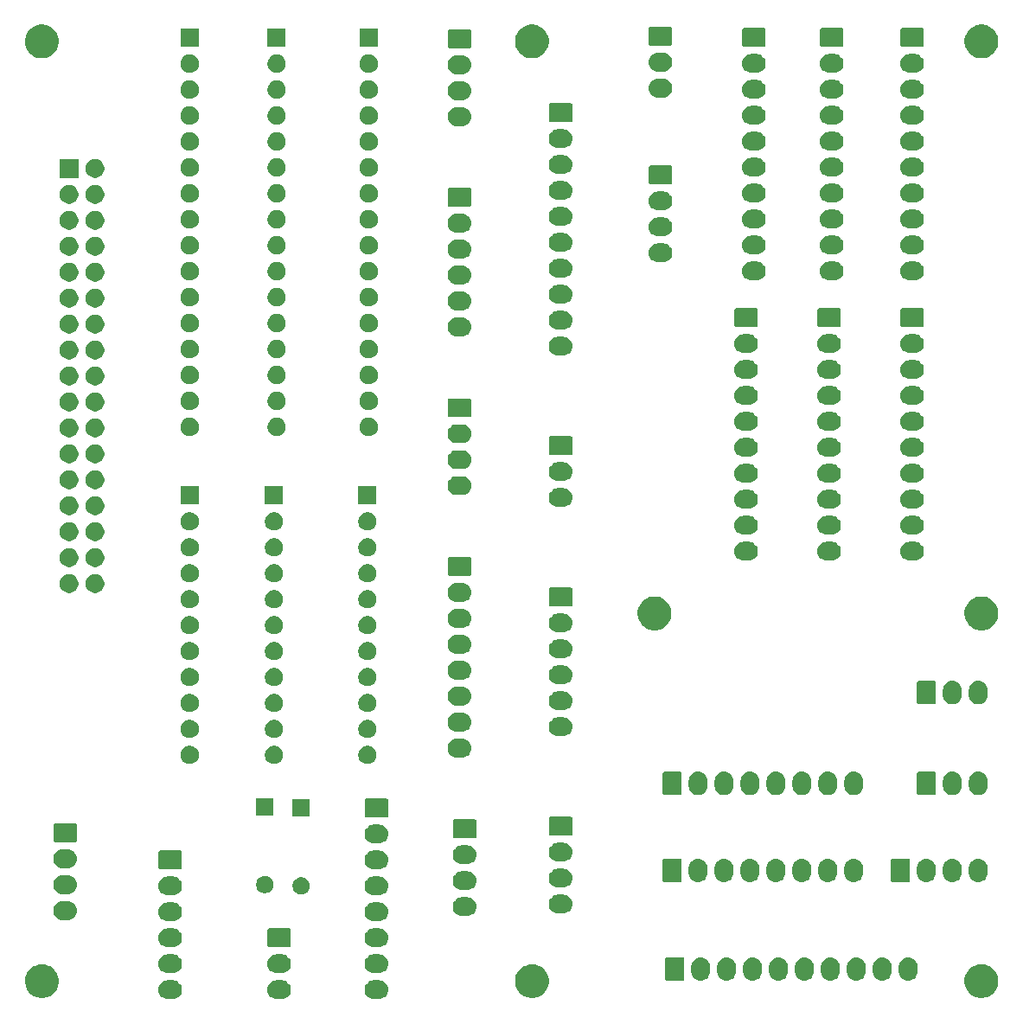
<source format=gbr>
G04 #@! TF.GenerationSoftware,KiCad,Pcbnew,(5.1.5-0-10_14)*
G04 #@! TF.CreationDate,2021-03-15T05:56:55+10:00*
G04 #@! TF.ProjectId,OH - Left Console - Input Distribution,4f48202d-204c-4656-9674-20436f6e736f,rev?*
G04 #@! TF.SameCoordinates,Original*
G04 #@! TF.FileFunction,Soldermask,Bot*
G04 #@! TF.FilePolarity,Negative*
%FSLAX46Y46*%
G04 Gerber Fmt 4.6, Leading zero omitted, Abs format (unit mm)*
G04 Created by KiCad (PCBNEW (5.1.5-0-10_14)) date 2021-03-15 05:56:55*
%MOMM*%
%LPD*%
G04 APERTURE LIST*
%ADD10C,0.100000*%
G04 APERTURE END LIST*
D10*
G36*
X166436345Y-132306442D02*
G01*
X166526548Y-132315326D01*
X166700157Y-132367990D01*
X166860156Y-132453511D01*
X166903729Y-132489271D01*
X167000397Y-132568603D01*
X167079729Y-132665271D01*
X167115489Y-132708844D01*
X167201010Y-132868843D01*
X167253674Y-133042452D01*
X167271456Y-133223000D01*
X167253674Y-133403548D01*
X167201010Y-133577157D01*
X167115489Y-133737156D01*
X167079729Y-133780729D01*
X167000397Y-133877397D01*
X166903729Y-133956729D01*
X166860156Y-133992489D01*
X166700157Y-134078010D01*
X166526548Y-134130674D01*
X166436345Y-134139558D01*
X166391245Y-134144000D01*
X165840755Y-134144000D01*
X165795655Y-134139558D01*
X165705452Y-134130674D01*
X165531843Y-134078010D01*
X165371844Y-133992489D01*
X165328271Y-133956729D01*
X165231603Y-133877397D01*
X165152271Y-133780729D01*
X165116511Y-133737156D01*
X165030990Y-133577157D01*
X164978326Y-133403548D01*
X164960544Y-133223000D01*
X164978326Y-133042452D01*
X165030990Y-132868843D01*
X165116511Y-132708844D01*
X165152271Y-132665271D01*
X165231603Y-132568603D01*
X165328271Y-132489271D01*
X165371844Y-132453511D01*
X165531843Y-132367990D01*
X165705452Y-132315326D01*
X165795655Y-132306442D01*
X165840755Y-132302000D01*
X166391245Y-132302000D01*
X166436345Y-132306442D01*
G37*
G36*
X156911345Y-132306442D02*
G01*
X157001548Y-132315326D01*
X157175157Y-132367990D01*
X157335156Y-132453511D01*
X157378729Y-132489271D01*
X157475397Y-132568603D01*
X157554729Y-132665271D01*
X157590489Y-132708844D01*
X157676010Y-132868843D01*
X157728674Y-133042452D01*
X157746456Y-133223000D01*
X157728674Y-133403548D01*
X157676010Y-133577157D01*
X157590489Y-133737156D01*
X157554729Y-133780729D01*
X157475397Y-133877397D01*
X157378729Y-133956729D01*
X157335156Y-133992489D01*
X157175157Y-134078010D01*
X157001548Y-134130674D01*
X156911345Y-134139558D01*
X156866245Y-134144000D01*
X156315755Y-134144000D01*
X156270655Y-134139558D01*
X156180452Y-134130674D01*
X156006843Y-134078010D01*
X155846844Y-133992489D01*
X155803271Y-133956729D01*
X155706603Y-133877397D01*
X155627271Y-133780729D01*
X155591511Y-133737156D01*
X155505990Y-133577157D01*
X155453326Y-133403548D01*
X155435544Y-133223000D01*
X155453326Y-133042452D01*
X155505990Y-132868843D01*
X155591511Y-132708844D01*
X155627271Y-132665271D01*
X155706603Y-132568603D01*
X155803271Y-132489271D01*
X155846844Y-132453511D01*
X156006843Y-132367990D01*
X156180452Y-132315326D01*
X156270655Y-132306442D01*
X156315755Y-132302000D01*
X156866245Y-132302000D01*
X156911345Y-132306442D01*
G37*
G36*
X146243345Y-132306442D02*
G01*
X146333548Y-132315326D01*
X146507157Y-132367990D01*
X146667156Y-132453511D01*
X146710729Y-132489271D01*
X146807397Y-132568603D01*
X146886729Y-132665271D01*
X146922489Y-132708844D01*
X147008010Y-132868843D01*
X147060674Y-133042452D01*
X147078456Y-133223000D01*
X147060674Y-133403548D01*
X147008010Y-133577157D01*
X146922489Y-133737156D01*
X146886729Y-133780729D01*
X146807397Y-133877397D01*
X146710729Y-133956729D01*
X146667156Y-133992489D01*
X146507157Y-134078010D01*
X146333548Y-134130674D01*
X146243345Y-134139558D01*
X146198245Y-134144000D01*
X145647755Y-134144000D01*
X145602655Y-134139558D01*
X145512452Y-134130674D01*
X145338843Y-134078010D01*
X145178844Y-133992489D01*
X145135271Y-133956729D01*
X145038603Y-133877397D01*
X144959271Y-133780729D01*
X144923511Y-133737156D01*
X144837990Y-133577157D01*
X144785326Y-133403548D01*
X144767544Y-133223000D01*
X144785326Y-133042452D01*
X144837990Y-132868843D01*
X144923511Y-132708844D01*
X144959271Y-132665271D01*
X145038603Y-132568603D01*
X145135271Y-132489271D01*
X145178844Y-132453511D01*
X145338843Y-132367990D01*
X145512452Y-132315326D01*
X145602655Y-132306442D01*
X145647755Y-132302000D01*
X146198245Y-132302000D01*
X146243345Y-132306442D01*
G37*
G36*
X181725256Y-130777298D02*
G01*
X181831579Y-130798447D01*
X182044037Y-130886450D01*
X182114786Y-130915755D01*
X182132042Y-130922903D01*
X182402451Y-131103585D01*
X182632415Y-131333549D01*
X182813097Y-131603958D01*
X182813098Y-131603960D01*
X182849550Y-131691963D01*
X182937553Y-131904421D01*
X182943667Y-131935157D01*
X182994456Y-132190489D01*
X183001000Y-132223391D01*
X183001000Y-132548609D01*
X182937553Y-132867579D01*
X182813097Y-133168042D01*
X182632415Y-133438451D01*
X182402451Y-133668415D01*
X182132042Y-133849097D01*
X181831579Y-133973553D01*
X181736381Y-133992489D01*
X181512611Y-134037000D01*
X181187389Y-134037000D01*
X180963619Y-133992489D01*
X180868421Y-133973553D01*
X180567958Y-133849097D01*
X180297549Y-133668415D01*
X180067585Y-133438451D01*
X179886903Y-133168042D01*
X179762447Y-132867579D01*
X179699000Y-132548609D01*
X179699000Y-132223391D01*
X179705545Y-132190489D01*
X179756333Y-131935157D01*
X179762447Y-131904421D01*
X179850450Y-131691963D01*
X179886902Y-131603960D01*
X179886903Y-131603958D01*
X180067585Y-131333549D01*
X180297549Y-131103585D01*
X180567958Y-130922903D01*
X180585215Y-130915755D01*
X180655963Y-130886450D01*
X180868421Y-130798447D01*
X180974744Y-130777298D01*
X181187389Y-130735000D01*
X181512611Y-130735000D01*
X181725256Y-130777298D01*
G37*
G36*
X133725256Y-130777298D02*
G01*
X133831579Y-130798447D01*
X134044037Y-130886450D01*
X134114786Y-130915755D01*
X134132042Y-130922903D01*
X134402451Y-131103585D01*
X134632415Y-131333549D01*
X134813097Y-131603958D01*
X134813098Y-131603960D01*
X134849550Y-131691963D01*
X134937553Y-131904421D01*
X134943667Y-131935157D01*
X134994456Y-132190489D01*
X135001000Y-132223391D01*
X135001000Y-132548609D01*
X134937553Y-132867579D01*
X134813097Y-133168042D01*
X134632415Y-133438451D01*
X134402451Y-133668415D01*
X134132042Y-133849097D01*
X133831579Y-133973553D01*
X133736381Y-133992489D01*
X133512611Y-134037000D01*
X133187389Y-134037000D01*
X132963619Y-133992489D01*
X132868421Y-133973553D01*
X132567958Y-133849097D01*
X132297549Y-133668415D01*
X132067585Y-133438451D01*
X131886903Y-133168042D01*
X131762447Y-132867579D01*
X131699000Y-132548609D01*
X131699000Y-132223391D01*
X131705545Y-132190489D01*
X131756333Y-131935157D01*
X131762447Y-131904421D01*
X131850450Y-131691963D01*
X131886902Y-131603960D01*
X131886903Y-131603958D01*
X132067585Y-131333549D01*
X132297549Y-131103585D01*
X132567958Y-130922903D01*
X132585215Y-130915755D01*
X132655963Y-130886450D01*
X132868421Y-130798447D01*
X132974744Y-130777298D01*
X133187389Y-130735000D01*
X133512611Y-130735000D01*
X133725256Y-130777298D01*
G37*
G36*
X225725256Y-130777298D02*
G01*
X225831579Y-130798447D01*
X226044037Y-130886450D01*
X226114786Y-130915755D01*
X226132042Y-130922903D01*
X226402451Y-131103585D01*
X226632415Y-131333549D01*
X226813097Y-131603958D01*
X226813098Y-131603960D01*
X226849550Y-131691963D01*
X226937553Y-131904421D01*
X226943667Y-131935157D01*
X226994456Y-132190489D01*
X227001000Y-132223391D01*
X227001000Y-132548609D01*
X226937553Y-132867579D01*
X226813097Y-133168042D01*
X226632415Y-133438451D01*
X226402451Y-133668415D01*
X226132042Y-133849097D01*
X225831579Y-133973553D01*
X225736381Y-133992489D01*
X225512611Y-134037000D01*
X225187389Y-134037000D01*
X224963619Y-133992489D01*
X224868421Y-133973553D01*
X224567958Y-133849097D01*
X224297549Y-133668415D01*
X224067585Y-133438451D01*
X223886903Y-133168042D01*
X223762447Y-132867579D01*
X223699000Y-132548609D01*
X223699000Y-132223391D01*
X223705545Y-132190489D01*
X223756333Y-131935157D01*
X223762447Y-131904421D01*
X223850450Y-131691963D01*
X223886902Y-131603960D01*
X223886903Y-131603958D01*
X224067585Y-131333549D01*
X224297549Y-131103585D01*
X224567958Y-130922903D01*
X224585215Y-130915755D01*
X224655963Y-130886450D01*
X224868421Y-130798447D01*
X224974744Y-130777298D01*
X225187389Y-130735000D01*
X225512611Y-130735000D01*
X225725256Y-130777298D01*
G37*
G36*
X213286547Y-130053326D02*
G01*
X213460156Y-130105990D01*
X213460158Y-130105991D01*
X213620155Y-130191511D01*
X213760397Y-130306603D01*
X213839729Y-130403271D01*
X213875489Y-130446844D01*
X213961010Y-130606843D01*
X214013674Y-130780452D01*
X214027000Y-130915756D01*
X214027000Y-131466243D01*
X214013674Y-131601548D01*
X213961010Y-131775157D01*
X213875489Y-131935156D01*
X213839729Y-131978729D01*
X213760397Y-132075397D01*
X213663729Y-132154729D01*
X213620156Y-132190489D01*
X213460157Y-132276010D01*
X213286548Y-132328674D01*
X213106000Y-132346456D01*
X212925453Y-132328674D01*
X212751844Y-132276010D01*
X212591845Y-132190489D01*
X212548272Y-132154729D01*
X212451604Y-132075397D01*
X212336513Y-131935157D01*
X212336512Y-131935155D01*
X212250990Y-131775157D01*
X212198326Y-131601548D01*
X212185000Y-131466244D01*
X212185000Y-130915757D01*
X212198326Y-130780453D01*
X212250990Y-130606844D01*
X212336511Y-130446845D01*
X212336512Y-130446844D01*
X212451603Y-130306603D01*
X212577388Y-130203375D01*
X212591844Y-130191511D01*
X212751843Y-130105990D01*
X212925452Y-130053326D01*
X213106000Y-130035544D01*
X213286547Y-130053326D01*
G37*
G36*
X215826547Y-130053326D02*
G01*
X216000156Y-130105990D01*
X216000158Y-130105991D01*
X216160155Y-130191511D01*
X216300397Y-130306603D01*
X216379729Y-130403271D01*
X216415489Y-130446844D01*
X216501010Y-130606843D01*
X216553674Y-130780452D01*
X216567000Y-130915756D01*
X216567000Y-131466243D01*
X216553674Y-131601548D01*
X216501010Y-131775157D01*
X216415489Y-131935156D01*
X216379729Y-131978729D01*
X216300397Y-132075397D01*
X216203729Y-132154729D01*
X216160156Y-132190489D01*
X216000157Y-132276010D01*
X215826548Y-132328674D01*
X215646000Y-132346456D01*
X215465453Y-132328674D01*
X215291844Y-132276010D01*
X215131845Y-132190489D01*
X215088272Y-132154729D01*
X214991604Y-132075397D01*
X214876513Y-131935157D01*
X214876512Y-131935155D01*
X214790990Y-131775157D01*
X214738326Y-131601548D01*
X214725000Y-131466244D01*
X214725000Y-130915757D01*
X214738326Y-130780453D01*
X214790990Y-130606844D01*
X214876511Y-130446845D01*
X214876512Y-130446844D01*
X214991603Y-130306603D01*
X215117388Y-130203375D01*
X215131844Y-130191511D01*
X215291843Y-130105990D01*
X215465452Y-130053326D01*
X215646000Y-130035544D01*
X215826547Y-130053326D01*
G37*
G36*
X218366547Y-130053326D02*
G01*
X218540156Y-130105990D01*
X218540158Y-130105991D01*
X218700155Y-130191511D01*
X218840397Y-130306603D01*
X218919729Y-130403271D01*
X218955489Y-130446844D01*
X219041010Y-130606843D01*
X219093674Y-130780452D01*
X219107000Y-130915756D01*
X219107000Y-131466243D01*
X219093674Y-131601548D01*
X219041010Y-131775157D01*
X218955489Y-131935156D01*
X218919729Y-131978729D01*
X218840397Y-132075397D01*
X218743729Y-132154729D01*
X218700156Y-132190489D01*
X218540157Y-132276010D01*
X218366548Y-132328674D01*
X218186000Y-132346456D01*
X218005453Y-132328674D01*
X217831844Y-132276010D01*
X217671845Y-132190489D01*
X217628272Y-132154729D01*
X217531604Y-132075397D01*
X217416513Y-131935157D01*
X217416512Y-131935155D01*
X217330990Y-131775157D01*
X217278326Y-131601548D01*
X217265000Y-131466244D01*
X217265000Y-130915757D01*
X217278326Y-130780453D01*
X217330990Y-130606844D01*
X217416511Y-130446845D01*
X217416512Y-130446844D01*
X217531603Y-130306603D01*
X217657388Y-130203375D01*
X217671844Y-130191511D01*
X217831843Y-130105990D01*
X218005452Y-130053326D01*
X218186000Y-130035544D01*
X218366547Y-130053326D01*
G37*
G36*
X200586547Y-130053326D02*
G01*
X200760156Y-130105990D01*
X200760158Y-130105991D01*
X200920155Y-130191511D01*
X201060397Y-130306603D01*
X201139729Y-130403271D01*
X201175489Y-130446844D01*
X201261010Y-130606843D01*
X201313674Y-130780452D01*
X201327000Y-130915756D01*
X201327000Y-131466243D01*
X201313674Y-131601548D01*
X201261010Y-131775157D01*
X201175489Y-131935156D01*
X201139729Y-131978729D01*
X201060397Y-132075397D01*
X200963729Y-132154729D01*
X200920156Y-132190489D01*
X200760157Y-132276010D01*
X200586548Y-132328674D01*
X200406000Y-132346456D01*
X200225453Y-132328674D01*
X200051844Y-132276010D01*
X199891845Y-132190489D01*
X199848272Y-132154729D01*
X199751604Y-132075397D01*
X199636513Y-131935157D01*
X199636512Y-131935155D01*
X199550990Y-131775157D01*
X199498326Y-131601548D01*
X199485000Y-131466244D01*
X199485000Y-130915757D01*
X199498326Y-130780453D01*
X199550990Y-130606844D01*
X199636511Y-130446845D01*
X199636512Y-130446844D01*
X199751603Y-130306603D01*
X199877388Y-130203375D01*
X199891844Y-130191511D01*
X200051843Y-130105990D01*
X200225452Y-130053326D01*
X200406000Y-130035544D01*
X200586547Y-130053326D01*
G37*
G36*
X203126547Y-130053326D02*
G01*
X203300156Y-130105990D01*
X203300158Y-130105991D01*
X203460155Y-130191511D01*
X203600397Y-130306603D01*
X203679729Y-130403271D01*
X203715489Y-130446844D01*
X203801010Y-130606843D01*
X203853674Y-130780452D01*
X203867000Y-130915756D01*
X203867000Y-131466243D01*
X203853674Y-131601548D01*
X203801010Y-131775157D01*
X203715489Y-131935156D01*
X203679729Y-131978729D01*
X203600397Y-132075397D01*
X203503729Y-132154729D01*
X203460156Y-132190489D01*
X203300157Y-132276010D01*
X203126548Y-132328674D01*
X202946000Y-132346456D01*
X202765453Y-132328674D01*
X202591844Y-132276010D01*
X202431845Y-132190489D01*
X202388272Y-132154729D01*
X202291604Y-132075397D01*
X202176513Y-131935157D01*
X202176512Y-131935155D01*
X202090990Y-131775157D01*
X202038326Y-131601548D01*
X202025000Y-131466244D01*
X202025000Y-130915757D01*
X202038326Y-130780453D01*
X202090990Y-130606844D01*
X202176511Y-130446845D01*
X202176512Y-130446844D01*
X202291603Y-130306603D01*
X202417388Y-130203375D01*
X202431844Y-130191511D01*
X202591843Y-130105990D01*
X202765452Y-130053326D01*
X202946000Y-130035544D01*
X203126547Y-130053326D01*
G37*
G36*
X198046547Y-130053326D02*
G01*
X198220156Y-130105990D01*
X198220158Y-130105991D01*
X198380155Y-130191511D01*
X198520397Y-130306603D01*
X198599729Y-130403271D01*
X198635489Y-130446844D01*
X198721010Y-130606843D01*
X198773674Y-130780452D01*
X198787000Y-130915756D01*
X198787000Y-131466243D01*
X198773674Y-131601548D01*
X198721010Y-131775157D01*
X198635489Y-131935156D01*
X198599729Y-131978729D01*
X198520397Y-132075397D01*
X198423729Y-132154729D01*
X198380156Y-132190489D01*
X198220157Y-132276010D01*
X198046548Y-132328674D01*
X197866000Y-132346456D01*
X197685453Y-132328674D01*
X197511844Y-132276010D01*
X197351845Y-132190489D01*
X197308272Y-132154729D01*
X197211604Y-132075397D01*
X197096513Y-131935157D01*
X197096512Y-131935155D01*
X197010990Y-131775157D01*
X196958326Y-131601548D01*
X196945000Y-131466244D01*
X196945000Y-130915757D01*
X196958326Y-130780453D01*
X197010990Y-130606844D01*
X197096511Y-130446845D01*
X197096512Y-130446844D01*
X197211603Y-130306603D01*
X197337388Y-130203375D01*
X197351844Y-130191511D01*
X197511843Y-130105990D01*
X197685452Y-130053326D01*
X197866000Y-130035544D01*
X198046547Y-130053326D01*
G37*
G36*
X210746547Y-130053326D02*
G01*
X210920156Y-130105990D01*
X210920158Y-130105991D01*
X211080155Y-130191511D01*
X211220397Y-130306603D01*
X211299729Y-130403271D01*
X211335489Y-130446844D01*
X211421010Y-130606843D01*
X211473674Y-130780452D01*
X211487000Y-130915756D01*
X211487000Y-131466243D01*
X211473674Y-131601548D01*
X211421010Y-131775157D01*
X211335489Y-131935156D01*
X211299729Y-131978729D01*
X211220397Y-132075397D01*
X211123729Y-132154729D01*
X211080156Y-132190489D01*
X210920157Y-132276010D01*
X210746548Y-132328674D01*
X210566000Y-132346456D01*
X210385453Y-132328674D01*
X210211844Y-132276010D01*
X210051845Y-132190489D01*
X210008272Y-132154729D01*
X209911604Y-132075397D01*
X209796513Y-131935157D01*
X209796512Y-131935155D01*
X209710990Y-131775157D01*
X209658326Y-131601548D01*
X209645000Y-131466244D01*
X209645000Y-130915757D01*
X209658326Y-130780453D01*
X209710990Y-130606844D01*
X209796511Y-130446845D01*
X209796512Y-130446844D01*
X209911603Y-130306603D01*
X210037388Y-130203375D01*
X210051844Y-130191511D01*
X210211843Y-130105990D01*
X210385452Y-130053326D01*
X210566000Y-130035544D01*
X210746547Y-130053326D01*
G37*
G36*
X205666547Y-130053326D02*
G01*
X205840156Y-130105990D01*
X205840158Y-130105991D01*
X206000155Y-130191511D01*
X206140397Y-130306603D01*
X206219729Y-130403271D01*
X206255489Y-130446844D01*
X206341010Y-130606843D01*
X206393674Y-130780452D01*
X206407000Y-130915756D01*
X206407000Y-131466243D01*
X206393674Y-131601548D01*
X206341010Y-131775157D01*
X206255489Y-131935156D01*
X206219729Y-131978729D01*
X206140397Y-132075397D01*
X206043729Y-132154729D01*
X206000156Y-132190489D01*
X205840157Y-132276010D01*
X205666548Y-132328674D01*
X205486000Y-132346456D01*
X205305453Y-132328674D01*
X205131844Y-132276010D01*
X204971845Y-132190489D01*
X204928272Y-132154729D01*
X204831604Y-132075397D01*
X204716513Y-131935157D01*
X204716512Y-131935155D01*
X204630990Y-131775157D01*
X204578326Y-131601548D01*
X204565000Y-131466244D01*
X204565000Y-130915757D01*
X204578326Y-130780453D01*
X204630990Y-130606844D01*
X204716511Y-130446845D01*
X204716512Y-130446844D01*
X204831603Y-130306603D01*
X204957388Y-130203375D01*
X204971844Y-130191511D01*
X205131843Y-130105990D01*
X205305452Y-130053326D01*
X205486000Y-130035544D01*
X205666547Y-130053326D01*
G37*
G36*
X208206547Y-130053326D02*
G01*
X208380156Y-130105990D01*
X208380158Y-130105991D01*
X208540155Y-130191511D01*
X208680397Y-130306603D01*
X208759729Y-130403271D01*
X208795489Y-130446844D01*
X208881010Y-130606843D01*
X208933674Y-130780452D01*
X208947000Y-130915756D01*
X208947000Y-131466243D01*
X208933674Y-131601548D01*
X208881010Y-131775157D01*
X208795489Y-131935156D01*
X208759729Y-131978729D01*
X208680397Y-132075397D01*
X208583729Y-132154729D01*
X208540156Y-132190489D01*
X208380157Y-132276010D01*
X208206548Y-132328674D01*
X208026000Y-132346456D01*
X207845453Y-132328674D01*
X207671844Y-132276010D01*
X207511845Y-132190489D01*
X207468272Y-132154729D01*
X207371604Y-132075397D01*
X207256513Y-131935157D01*
X207256512Y-131935155D01*
X207170990Y-131775157D01*
X207118326Y-131601548D01*
X207105000Y-131466244D01*
X207105000Y-130915757D01*
X207118326Y-130780453D01*
X207170990Y-130606844D01*
X207256511Y-130446845D01*
X207256512Y-130446844D01*
X207371603Y-130306603D01*
X207497388Y-130203375D01*
X207511844Y-130191511D01*
X207671843Y-130105990D01*
X207845452Y-130053326D01*
X208026000Y-130035544D01*
X208206547Y-130053326D01*
G37*
G36*
X196105561Y-130043966D02*
G01*
X196138383Y-130053923D01*
X196168632Y-130070092D01*
X196195148Y-130091852D01*
X196216908Y-130118368D01*
X196233077Y-130148617D01*
X196243034Y-130181439D01*
X196247000Y-130221713D01*
X196247000Y-132160287D01*
X196243034Y-132200561D01*
X196233077Y-132233383D01*
X196216908Y-132263632D01*
X196195148Y-132290148D01*
X196168632Y-132311908D01*
X196138383Y-132328077D01*
X196105561Y-132338034D01*
X196065287Y-132342000D01*
X194586713Y-132342000D01*
X194546439Y-132338034D01*
X194513617Y-132328077D01*
X194483368Y-132311908D01*
X194456852Y-132290148D01*
X194435092Y-132263632D01*
X194418923Y-132233383D01*
X194408966Y-132200561D01*
X194405000Y-132160287D01*
X194405000Y-130221713D01*
X194408966Y-130181439D01*
X194418923Y-130148617D01*
X194435092Y-130118368D01*
X194456852Y-130091852D01*
X194483368Y-130070092D01*
X194513617Y-130053923D01*
X194546439Y-130043966D01*
X194586713Y-130040000D01*
X196065287Y-130040000D01*
X196105561Y-130043966D01*
G37*
G36*
X166436345Y-129766442D02*
G01*
X166526548Y-129775326D01*
X166700157Y-129827990D01*
X166860156Y-129913511D01*
X166903729Y-129949271D01*
X167000397Y-130028603D01*
X167073364Y-130117515D01*
X167115489Y-130168844D01*
X167201010Y-130328843D01*
X167253674Y-130502452D01*
X167271456Y-130683000D01*
X167253674Y-130863548D01*
X167201010Y-131037157D01*
X167115489Y-131197156D01*
X167079729Y-131240729D01*
X167000397Y-131337397D01*
X166903729Y-131416729D01*
X166860156Y-131452489D01*
X166700157Y-131538010D01*
X166526548Y-131590674D01*
X166436345Y-131599558D01*
X166391245Y-131604000D01*
X165840755Y-131604000D01*
X165795655Y-131599558D01*
X165705452Y-131590674D01*
X165531843Y-131538010D01*
X165371844Y-131452489D01*
X165328271Y-131416729D01*
X165231603Y-131337397D01*
X165152271Y-131240729D01*
X165116511Y-131197156D01*
X165030990Y-131037157D01*
X164978326Y-130863548D01*
X164960544Y-130683000D01*
X164978326Y-130502452D01*
X165030990Y-130328843D01*
X165116511Y-130168844D01*
X165158636Y-130117515D01*
X165231603Y-130028603D01*
X165328271Y-129949271D01*
X165371844Y-129913511D01*
X165531843Y-129827990D01*
X165705452Y-129775326D01*
X165795655Y-129766442D01*
X165840755Y-129762000D01*
X166391245Y-129762000D01*
X166436345Y-129766442D01*
G37*
G36*
X156911345Y-129766442D02*
G01*
X157001548Y-129775326D01*
X157175157Y-129827990D01*
X157335156Y-129913511D01*
X157378729Y-129949271D01*
X157475397Y-130028603D01*
X157548364Y-130117515D01*
X157590489Y-130168844D01*
X157676010Y-130328843D01*
X157728674Y-130502452D01*
X157746456Y-130683000D01*
X157728674Y-130863548D01*
X157676010Y-131037157D01*
X157590489Y-131197156D01*
X157554729Y-131240729D01*
X157475397Y-131337397D01*
X157378729Y-131416729D01*
X157335156Y-131452489D01*
X157175157Y-131538010D01*
X157001548Y-131590674D01*
X156911345Y-131599558D01*
X156866245Y-131604000D01*
X156315755Y-131604000D01*
X156270655Y-131599558D01*
X156180452Y-131590674D01*
X156006843Y-131538010D01*
X155846844Y-131452489D01*
X155803271Y-131416729D01*
X155706603Y-131337397D01*
X155627271Y-131240729D01*
X155591511Y-131197156D01*
X155505990Y-131037157D01*
X155453326Y-130863548D01*
X155435544Y-130683000D01*
X155453326Y-130502452D01*
X155505990Y-130328843D01*
X155591511Y-130168844D01*
X155633636Y-130117515D01*
X155706603Y-130028603D01*
X155803271Y-129949271D01*
X155846844Y-129913511D01*
X156006843Y-129827990D01*
X156180452Y-129775326D01*
X156270655Y-129766442D01*
X156315755Y-129762000D01*
X156866245Y-129762000D01*
X156911345Y-129766442D01*
G37*
G36*
X146243345Y-129766442D02*
G01*
X146333548Y-129775326D01*
X146507157Y-129827990D01*
X146667156Y-129913511D01*
X146710729Y-129949271D01*
X146807397Y-130028603D01*
X146880364Y-130117515D01*
X146922489Y-130168844D01*
X147008010Y-130328843D01*
X147060674Y-130502452D01*
X147078456Y-130683000D01*
X147060674Y-130863548D01*
X147008010Y-131037157D01*
X146922489Y-131197156D01*
X146886729Y-131240729D01*
X146807397Y-131337397D01*
X146710729Y-131416729D01*
X146667156Y-131452489D01*
X146507157Y-131538010D01*
X146333548Y-131590674D01*
X146243345Y-131599558D01*
X146198245Y-131604000D01*
X145647755Y-131604000D01*
X145602655Y-131599558D01*
X145512452Y-131590674D01*
X145338843Y-131538010D01*
X145178844Y-131452489D01*
X145135271Y-131416729D01*
X145038603Y-131337397D01*
X144959271Y-131240729D01*
X144923511Y-131197156D01*
X144837990Y-131037157D01*
X144785326Y-130863548D01*
X144767544Y-130683000D01*
X144785326Y-130502452D01*
X144837990Y-130328843D01*
X144923511Y-130168844D01*
X144965636Y-130117515D01*
X145038603Y-130028603D01*
X145135271Y-129949271D01*
X145178844Y-129913511D01*
X145338843Y-129827990D01*
X145512452Y-129775326D01*
X145602655Y-129766442D01*
X145647755Y-129762000D01*
X146198245Y-129762000D01*
X146243345Y-129766442D01*
G37*
G36*
X157600561Y-127225966D02*
G01*
X157633383Y-127235923D01*
X157663632Y-127252092D01*
X157690148Y-127273852D01*
X157711908Y-127300368D01*
X157728077Y-127330617D01*
X157738034Y-127363439D01*
X157742000Y-127403713D01*
X157742000Y-128882287D01*
X157738034Y-128922561D01*
X157728077Y-128955383D01*
X157711908Y-128985632D01*
X157690148Y-129012148D01*
X157663632Y-129033908D01*
X157633383Y-129050077D01*
X157600561Y-129060034D01*
X157560287Y-129064000D01*
X155621713Y-129064000D01*
X155581439Y-129060034D01*
X155548617Y-129050077D01*
X155518368Y-129033908D01*
X155491852Y-129012148D01*
X155470092Y-128985632D01*
X155453923Y-128955383D01*
X155443966Y-128922561D01*
X155440000Y-128882287D01*
X155440000Y-127403713D01*
X155443966Y-127363439D01*
X155453923Y-127330617D01*
X155470092Y-127300368D01*
X155491852Y-127273852D01*
X155518368Y-127252092D01*
X155548617Y-127235923D01*
X155581439Y-127225966D01*
X155621713Y-127222000D01*
X157560287Y-127222000D01*
X157600561Y-127225966D01*
G37*
G36*
X166431512Y-127225966D02*
G01*
X166526548Y-127235326D01*
X166700157Y-127287990D01*
X166860156Y-127373511D01*
X166874612Y-127385375D01*
X167000397Y-127488603D01*
X167079729Y-127585271D01*
X167115489Y-127628844D01*
X167201010Y-127788843D01*
X167253674Y-127962452D01*
X167271456Y-128143000D01*
X167253674Y-128323548D01*
X167201010Y-128497157D01*
X167115489Y-128657156D01*
X167079729Y-128700729D01*
X167000397Y-128797397D01*
X166903729Y-128876729D01*
X166860156Y-128912489D01*
X166700157Y-128998010D01*
X166526548Y-129050674D01*
X166442874Y-129058915D01*
X166391245Y-129064000D01*
X165840755Y-129064000D01*
X165789126Y-129058915D01*
X165705452Y-129050674D01*
X165531843Y-128998010D01*
X165371844Y-128912489D01*
X165328271Y-128876729D01*
X165231603Y-128797397D01*
X165152271Y-128700729D01*
X165116511Y-128657156D01*
X165030990Y-128497157D01*
X164978326Y-128323548D01*
X164960544Y-128143000D01*
X164978326Y-127962452D01*
X165030990Y-127788843D01*
X165116511Y-127628844D01*
X165152271Y-127585271D01*
X165231603Y-127488603D01*
X165357388Y-127385375D01*
X165371844Y-127373511D01*
X165531843Y-127287990D01*
X165705452Y-127235326D01*
X165800488Y-127225966D01*
X165840755Y-127222000D01*
X166391245Y-127222000D01*
X166431512Y-127225966D01*
G37*
G36*
X146238512Y-127225966D02*
G01*
X146333548Y-127235326D01*
X146507157Y-127287990D01*
X146667156Y-127373511D01*
X146681612Y-127385375D01*
X146807397Y-127488603D01*
X146886729Y-127585271D01*
X146922489Y-127628844D01*
X147008010Y-127788843D01*
X147060674Y-127962452D01*
X147078456Y-128143000D01*
X147060674Y-128323548D01*
X147008010Y-128497157D01*
X146922489Y-128657156D01*
X146886729Y-128700729D01*
X146807397Y-128797397D01*
X146710729Y-128876729D01*
X146667156Y-128912489D01*
X146507157Y-128998010D01*
X146333548Y-129050674D01*
X146249874Y-129058915D01*
X146198245Y-129064000D01*
X145647755Y-129064000D01*
X145596126Y-129058915D01*
X145512452Y-129050674D01*
X145338843Y-128998010D01*
X145178844Y-128912489D01*
X145135271Y-128876729D01*
X145038603Y-128797397D01*
X144959271Y-128700729D01*
X144923511Y-128657156D01*
X144837990Y-128497157D01*
X144785326Y-128323548D01*
X144767544Y-128143000D01*
X144785326Y-127962452D01*
X144837990Y-127788843D01*
X144923511Y-127628844D01*
X144959271Y-127585271D01*
X145038603Y-127488603D01*
X145164388Y-127385375D01*
X145178844Y-127373511D01*
X145338843Y-127287990D01*
X145512452Y-127235326D01*
X145607488Y-127225966D01*
X145647755Y-127222000D01*
X146198245Y-127222000D01*
X146238512Y-127225966D01*
G37*
G36*
X166436345Y-124686442D02*
G01*
X166526548Y-124695326D01*
X166700157Y-124747990D01*
X166860156Y-124833511D01*
X166869281Y-124841000D01*
X167000397Y-124948603D01*
X167079729Y-125045271D01*
X167115489Y-125088844D01*
X167201010Y-125248843D01*
X167253674Y-125422452D01*
X167271456Y-125603000D01*
X167253674Y-125783548D01*
X167201010Y-125957157D01*
X167115489Y-126117156D01*
X167104623Y-126130396D01*
X167000397Y-126257397D01*
X166910699Y-126331009D01*
X166860156Y-126372489D01*
X166700157Y-126458010D01*
X166526548Y-126510674D01*
X166436345Y-126519558D01*
X166391245Y-126524000D01*
X165840755Y-126524000D01*
X165795655Y-126519558D01*
X165705452Y-126510674D01*
X165531843Y-126458010D01*
X165371844Y-126372489D01*
X165321301Y-126331009D01*
X165231603Y-126257397D01*
X165127377Y-126130396D01*
X165116511Y-126117156D01*
X165030990Y-125957157D01*
X164978326Y-125783548D01*
X164960544Y-125603000D01*
X164978326Y-125422452D01*
X165030990Y-125248843D01*
X165116511Y-125088844D01*
X165152271Y-125045271D01*
X165231603Y-124948603D01*
X165362719Y-124841000D01*
X165371844Y-124833511D01*
X165531843Y-124747990D01*
X165705452Y-124695326D01*
X165795655Y-124686442D01*
X165840755Y-124682000D01*
X166391245Y-124682000D01*
X166436345Y-124686442D01*
G37*
G36*
X146243345Y-124686442D02*
G01*
X146333548Y-124695326D01*
X146507157Y-124747990D01*
X146667156Y-124833511D01*
X146676281Y-124841000D01*
X146807397Y-124948603D01*
X146886729Y-125045271D01*
X146922489Y-125088844D01*
X147008010Y-125248843D01*
X147060674Y-125422452D01*
X147078456Y-125603000D01*
X147060674Y-125783548D01*
X147008010Y-125957157D01*
X146922489Y-126117156D01*
X146911623Y-126130396D01*
X146807397Y-126257397D01*
X146717699Y-126331009D01*
X146667156Y-126372489D01*
X146507157Y-126458010D01*
X146333548Y-126510674D01*
X146243345Y-126519558D01*
X146198245Y-126524000D01*
X145647755Y-126524000D01*
X145602655Y-126519558D01*
X145512452Y-126510674D01*
X145338843Y-126458010D01*
X145178844Y-126372489D01*
X145128301Y-126331009D01*
X145038603Y-126257397D01*
X144934377Y-126130396D01*
X144923511Y-126117156D01*
X144837990Y-125957157D01*
X144785326Y-125783548D01*
X144767544Y-125603000D01*
X144785326Y-125422452D01*
X144837990Y-125248843D01*
X144923511Y-125088844D01*
X144959271Y-125045271D01*
X145038603Y-124948603D01*
X145169719Y-124841000D01*
X145178844Y-124833511D01*
X145338843Y-124747990D01*
X145512452Y-124695326D01*
X145602655Y-124686442D01*
X145647755Y-124682000D01*
X146198245Y-124682000D01*
X146243345Y-124686442D01*
G37*
G36*
X135956345Y-124559442D02*
G01*
X136046548Y-124568326D01*
X136220157Y-124620990D01*
X136380156Y-124706511D01*
X136421987Y-124740841D01*
X136520397Y-124821603D01*
X136596595Y-124914452D01*
X136635489Y-124961844D01*
X136721010Y-125121843D01*
X136773674Y-125295452D01*
X136791456Y-125476000D01*
X136773674Y-125656548D01*
X136721010Y-125830157D01*
X136635489Y-125990156D01*
X136614279Y-126016000D01*
X136520397Y-126130397D01*
X136423729Y-126209729D01*
X136380156Y-126245489D01*
X136220157Y-126331010D01*
X136046548Y-126383674D01*
X135956345Y-126392558D01*
X135911245Y-126397000D01*
X135360755Y-126397000D01*
X135315655Y-126392558D01*
X135225452Y-126383674D01*
X135051843Y-126331010D01*
X134891844Y-126245489D01*
X134848271Y-126209729D01*
X134751603Y-126130397D01*
X134657721Y-126016000D01*
X134636511Y-125990156D01*
X134550990Y-125830157D01*
X134498326Y-125656548D01*
X134480544Y-125476000D01*
X134498326Y-125295452D01*
X134550990Y-125121843D01*
X134636511Y-124961844D01*
X134675405Y-124914452D01*
X134751603Y-124821603D01*
X134850013Y-124740841D01*
X134891844Y-124706511D01*
X135051843Y-124620990D01*
X135225452Y-124568326D01*
X135315655Y-124559442D01*
X135360755Y-124555000D01*
X135911245Y-124555000D01*
X135956345Y-124559442D01*
G37*
G36*
X175072345Y-124178442D02*
G01*
X175162548Y-124187326D01*
X175336157Y-124239990D01*
X175496156Y-124325511D01*
X175497781Y-124326845D01*
X175636397Y-124440603D01*
X175715729Y-124537271D01*
X175751489Y-124580844D01*
X175837010Y-124740843D01*
X175889674Y-124914452D01*
X175907456Y-125095000D01*
X175889674Y-125275548D01*
X175837010Y-125449157D01*
X175751489Y-125609156D01*
X175715729Y-125652729D01*
X175636397Y-125749397D01*
X175539729Y-125828729D01*
X175496156Y-125864489D01*
X175336157Y-125950010D01*
X175162548Y-126002674D01*
X175072345Y-126011558D01*
X175027245Y-126016000D01*
X174476755Y-126016000D01*
X174431655Y-126011558D01*
X174341452Y-126002674D01*
X174167843Y-125950010D01*
X174007844Y-125864489D01*
X173964271Y-125828729D01*
X173867603Y-125749397D01*
X173788271Y-125652729D01*
X173752511Y-125609156D01*
X173666990Y-125449157D01*
X173614326Y-125275548D01*
X173596544Y-125095000D01*
X173614326Y-124914452D01*
X173666990Y-124740843D01*
X173752511Y-124580844D01*
X173788271Y-124537271D01*
X173867603Y-124440603D01*
X174006219Y-124326845D01*
X174007844Y-124325511D01*
X174167843Y-124239990D01*
X174341452Y-124187326D01*
X174431655Y-124178442D01*
X174476755Y-124174000D01*
X175027245Y-124174000D01*
X175072345Y-124178442D01*
G37*
G36*
X184470345Y-123924442D02*
G01*
X184560548Y-123933326D01*
X184734157Y-123985990D01*
X184894156Y-124071511D01*
X184937729Y-124107271D01*
X185034397Y-124186603D01*
X185113729Y-124283271D01*
X185149489Y-124326844D01*
X185235010Y-124486843D01*
X185287674Y-124660452D01*
X185305456Y-124841000D01*
X185287674Y-125021548D01*
X185235010Y-125195157D01*
X185149489Y-125355156D01*
X185113729Y-125398729D01*
X185034397Y-125495397D01*
X184937729Y-125574729D01*
X184894156Y-125610489D01*
X184734157Y-125696010D01*
X184560548Y-125748674D01*
X184470345Y-125757558D01*
X184425245Y-125762000D01*
X183874755Y-125762000D01*
X183829655Y-125757558D01*
X183739452Y-125748674D01*
X183565843Y-125696010D01*
X183405844Y-125610489D01*
X183362271Y-125574729D01*
X183265603Y-125495397D01*
X183186271Y-125398729D01*
X183150511Y-125355156D01*
X183064990Y-125195157D01*
X183012326Y-125021548D01*
X182994544Y-124841000D01*
X183012326Y-124660452D01*
X183064990Y-124486843D01*
X183150511Y-124326844D01*
X183186271Y-124283271D01*
X183265603Y-124186603D01*
X183362271Y-124107271D01*
X183405844Y-124071511D01*
X183565843Y-123985990D01*
X183739452Y-123933326D01*
X183829655Y-123924442D01*
X183874755Y-123920000D01*
X184425245Y-123920000D01*
X184470345Y-123924442D01*
G37*
G36*
X146243345Y-122146442D02*
G01*
X146333548Y-122155326D01*
X146507157Y-122207990D01*
X146667156Y-122293511D01*
X146685850Y-122308853D01*
X146807397Y-122408603D01*
X146886729Y-122505271D01*
X146922489Y-122548844D01*
X147008010Y-122708843D01*
X147060674Y-122882452D01*
X147078456Y-123063000D01*
X147060674Y-123243548D01*
X147008010Y-123417157D01*
X146922489Y-123577156D01*
X146911623Y-123590396D01*
X146807397Y-123717397D01*
X146722584Y-123787000D01*
X146667156Y-123832489D01*
X146507157Y-123918010D01*
X146333548Y-123970674D01*
X146243345Y-123979558D01*
X146198245Y-123984000D01*
X145647755Y-123984000D01*
X145602655Y-123979558D01*
X145512452Y-123970674D01*
X145338843Y-123918010D01*
X145178844Y-123832489D01*
X145123416Y-123787000D01*
X145038603Y-123717397D01*
X144934377Y-123590396D01*
X144923511Y-123577156D01*
X144837990Y-123417157D01*
X144785326Y-123243548D01*
X144767544Y-123063000D01*
X144785326Y-122882452D01*
X144837990Y-122708843D01*
X144923511Y-122548844D01*
X144959271Y-122505271D01*
X145038603Y-122408603D01*
X145160150Y-122308853D01*
X145178844Y-122293511D01*
X145338843Y-122207990D01*
X145512452Y-122155326D01*
X145602655Y-122146442D01*
X145647755Y-122142000D01*
X146198245Y-122142000D01*
X146243345Y-122146442D01*
G37*
G36*
X166436345Y-122146442D02*
G01*
X166526548Y-122155326D01*
X166700157Y-122207990D01*
X166860156Y-122293511D01*
X166878850Y-122308853D01*
X167000397Y-122408603D01*
X167079729Y-122505271D01*
X167115489Y-122548844D01*
X167201010Y-122708843D01*
X167253674Y-122882452D01*
X167271456Y-123063000D01*
X167253674Y-123243548D01*
X167201010Y-123417157D01*
X167115489Y-123577156D01*
X167104623Y-123590396D01*
X167000397Y-123717397D01*
X166915584Y-123787000D01*
X166860156Y-123832489D01*
X166700157Y-123918010D01*
X166526548Y-123970674D01*
X166436345Y-123979558D01*
X166391245Y-123984000D01*
X165840755Y-123984000D01*
X165795655Y-123979558D01*
X165705452Y-123970674D01*
X165531843Y-123918010D01*
X165371844Y-123832489D01*
X165316416Y-123787000D01*
X165231603Y-123717397D01*
X165127377Y-123590396D01*
X165116511Y-123577156D01*
X165030990Y-123417157D01*
X164978326Y-123243548D01*
X164960544Y-123063000D01*
X164978326Y-122882452D01*
X165030990Y-122708843D01*
X165116511Y-122548844D01*
X165152271Y-122505271D01*
X165231603Y-122408603D01*
X165353150Y-122308853D01*
X165371844Y-122293511D01*
X165531843Y-122207990D01*
X165705452Y-122155326D01*
X165795655Y-122146442D01*
X165840755Y-122142000D01*
X166391245Y-122142000D01*
X166436345Y-122146442D01*
G37*
G36*
X158998228Y-122244703D02*
G01*
X159153100Y-122308853D01*
X159292481Y-122401985D01*
X159411015Y-122520519D01*
X159504147Y-122659900D01*
X159568297Y-122814772D01*
X159601000Y-122979184D01*
X159601000Y-123146816D01*
X159568297Y-123311228D01*
X159504147Y-123466100D01*
X159411015Y-123605481D01*
X159292481Y-123724015D01*
X159153100Y-123817147D01*
X158998228Y-123881297D01*
X158833816Y-123914000D01*
X158666184Y-123914000D01*
X158501772Y-123881297D01*
X158346900Y-123817147D01*
X158207519Y-123724015D01*
X158088985Y-123605481D01*
X157995853Y-123466100D01*
X157931703Y-123311228D01*
X157899000Y-123146816D01*
X157899000Y-122979184D01*
X157931703Y-122814772D01*
X157995853Y-122659900D01*
X158088985Y-122520519D01*
X158207519Y-122401985D01*
X158346900Y-122308853D01*
X158501772Y-122244703D01*
X158666184Y-122212000D01*
X158833816Y-122212000D01*
X158998228Y-122244703D01*
G37*
G36*
X135956345Y-122019442D02*
G01*
X136046548Y-122028326D01*
X136220157Y-122080990D01*
X136380156Y-122166511D01*
X136398850Y-122181853D01*
X136520397Y-122281603D01*
X136596595Y-122374452D01*
X136635489Y-122421844D01*
X136721010Y-122581843D01*
X136773674Y-122755452D01*
X136791456Y-122936000D01*
X136773674Y-123116548D01*
X136721010Y-123290157D01*
X136635489Y-123450156D01*
X136614279Y-123476000D01*
X136520397Y-123590397D01*
X136423729Y-123669729D01*
X136380156Y-123705489D01*
X136220157Y-123791010D01*
X136046548Y-123843674D01*
X135956345Y-123852558D01*
X135911245Y-123857000D01*
X135360755Y-123857000D01*
X135315655Y-123852558D01*
X135225452Y-123843674D01*
X135051843Y-123791010D01*
X134891844Y-123705489D01*
X134848271Y-123669729D01*
X134751603Y-123590397D01*
X134657721Y-123476000D01*
X134636511Y-123450156D01*
X134550990Y-123290157D01*
X134498326Y-123116548D01*
X134480544Y-122936000D01*
X134498326Y-122755452D01*
X134550990Y-122581843D01*
X134636511Y-122421844D01*
X134675405Y-122374452D01*
X134751603Y-122281603D01*
X134873150Y-122181853D01*
X134891844Y-122166511D01*
X135051843Y-122080990D01*
X135225452Y-122028326D01*
X135315655Y-122019442D01*
X135360755Y-122015000D01*
X135911245Y-122015000D01*
X135956345Y-122019442D01*
G37*
G36*
X155442228Y-122117703D02*
G01*
X155597100Y-122181853D01*
X155736481Y-122274985D01*
X155855015Y-122393519D01*
X155948147Y-122532900D01*
X156012297Y-122687772D01*
X156045000Y-122852184D01*
X156045000Y-123019816D01*
X156012297Y-123184228D01*
X155948147Y-123339100D01*
X155855015Y-123478481D01*
X155736481Y-123597015D01*
X155597100Y-123690147D01*
X155442228Y-123754297D01*
X155277816Y-123787000D01*
X155110184Y-123787000D01*
X154945772Y-123754297D01*
X154790900Y-123690147D01*
X154651519Y-123597015D01*
X154532985Y-123478481D01*
X154439853Y-123339100D01*
X154375703Y-123184228D01*
X154343000Y-123019816D01*
X154343000Y-122852184D01*
X154375703Y-122687772D01*
X154439853Y-122532900D01*
X154532985Y-122393519D01*
X154651519Y-122274985D01*
X154790900Y-122181853D01*
X154945772Y-122117703D01*
X155110184Y-122085000D01*
X155277816Y-122085000D01*
X155442228Y-122117703D01*
G37*
G36*
X175072345Y-121638442D02*
G01*
X175162548Y-121647326D01*
X175336157Y-121699990D01*
X175496156Y-121785511D01*
X175497781Y-121786845D01*
X175636397Y-121900603D01*
X175715729Y-121997271D01*
X175751489Y-122040844D01*
X175837010Y-122200843D01*
X175889674Y-122374452D01*
X175907456Y-122555000D01*
X175889674Y-122735548D01*
X175837010Y-122909157D01*
X175751489Y-123069156D01*
X175715729Y-123112729D01*
X175636397Y-123209397D01*
X175539729Y-123288729D01*
X175496156Y-123324489D01*
X175336157Y-123410010D01*
X175162548Y-123462674D01*
X175072345Y-123471558D01*
X175027245Y-123476000D01*
X174476755Y-123476000D01*
X174431655Y-123471558D01*
X174341452Y-123462674D01*
X174167843Y-123410010D01*
X174007844Y-123324489D01*
X173964271Y-123288729D01*
X173867603Y-123209397D01*
X173788271Y-123112729D01*
X173752511Y-123069156D01*
X173666990Y-122909157D01*
X173614326Y-122735548D01*
X173596544Y-122555000D01*
X173614326Y-122374452D01*
X173666990Y-122200843D01*
X173752511Y-122040844D01*
X173788271Y-121997271D01*
X173867603Y-121900603D01*
X174006219Y-121786845D01*
X174007844Y-121785511D01*
X174167843Y-121699990D01*
X174341452Y-121647326D01*
X174431655Y-121638442D01*
X174476755Y-121634000D01*
X175027245Y-121634000D01*
X175072345Y-121638442D01*
G37*
G36*
X184470345Y-121384442D02*
G01*
X184560548Y-121393326D01*
X184734157Y-121445990D01*
X184894156Y-121531511D01*
X184937729Y-121567271D01*
X185034397Y-121646603D01*
X185113729Y-121743271D01*
X185149489Y-121786844D01*
X185235010Y-121946843D01*
X185287674Y-122120452D01*
X185305456Y-122301000D01*
X185287674Y-122481548D01*
X185235010Y-122655157D01*
X185149489Y-122815156D01*
X185119101Y-122852184D01*
X185034397Y-122955397D01*
X184955902Y-123019815D01*
X184894156Y-123070489D01*
X184734157Y-123156010D01*
X184560548Y-123208674D01*
X184470345Y-123217558D01*
X184425245Y-123222000D01*
X183874755Y-123222000D01*
X183829655Y-123217558D01*
X183739452Y-123208674D01*
X183565843Y-123156010D01*
X183405844Y-123070489D01*
X183344098Y-123019815D01*
X183265603Y-122955397D01*
X183180899Y-122852184D01*
X183150511Y-122815156D01*
X183064990Y-122655157D01*
X183012326Y-122481548D01*
X182994544Y-122301000D01*
X183012326Y-122120452D01*
X183064990Y-121946843D01*
X183150511Y-121786844D01*
X183186271Y-121743271D01*
X183265603Y-121646603D01*
X183362271Y-121567271D01*
X183405844Y-121531511D01*
X183565843Y-121445990D01*
X183739452Y-121393326D01*
X183829655Y-121384442D01*
X183874755Y-121380000D01*
X184425245Y-121380000D01*
X184470345Y-121384442D01*
G37*
G36*
X210492547Y-120401326D02*
G01*
X210666156Y-120453990D01*
X210666158Y-120453991D01*
X210826155Y-120539511D01*
X210966397Y-120654603D01*
X211044815Y-120750157D01*
X211081489Y-120794844D01*
X211167010Y-120954843D01*
X211219674Y-121128452D01*
X211233000Y-121263756D01*
X211233000Y-121814243D01*
X211219674Y-121949548D01*
X211167010Y-122123157D01*
X211081489Y-122283156D01*
X211045729Y-122326729D01*
X210966397Y-122423397D01*
X210869729Y-122502729D01*
X210826156Y-122538489D01*
X210666157Y-122624010D01*
X210492548Y-122676674D01*
X210312000Y-122694456D01*
X210131453Y-122676674D01*
X209957844Y-122624010D01*
X209797845Y-122538489D01*
X209754272Y-122502729D01*
X209657604Y-122423397D01*
X209542513Y-122283157D01*
X209542512Y-122283155D01*
X209456990Y-122123157D01*
X209404326Y-121949548D01*
X209391000Y-121814244D01*
X209391000Y-121263757D01*
X209392256Y-121251009D01*
X209404326Y-121128455D01*
X209404326Y-121128453D01*
X209456990Y-120954844D01*
X209542511Y-120794845D01*
X209551010Y-120784489D01*
X209657603Y-120654603D01*
X209783388Y-120551375D01*
X209797844Y-120539511D01*
X209957843Y-120453990D01*
X210131452Y-120401326D01*
X210312000Y-120383544D01*
X210492547Y-120401326D01*
G37*
G36*
X207952547Y-120401326D02*
G01*
X208126156Y-120453990D01*
X208126158Y-120453991D01*
X208286155Y-120539511D01*
X208426397Y-120654603D01*
X208504815Y-120750157D01*
X208541489Y-120794844D01*
X208627010Y-120954843D01*
X208679674Y-121128452D01*
X208693000Y-121263756D01*
X208693000Y-121814243D01*
X208679674Y-121949548D01*
X208627010Y-122123157D01*
X208541489Y-122283156D01*
X208505729Y-122326729D01*
X208426397Y-122423397D01*
X208329729Y-122502729D01*
X208286156Y-122538489D01*
X208126157Y-122624010D01*
X207952548Y-122676674D01*
X207772000Y-122694456D01*
X207591453Y-122676674D01*
X207417844Y-122624010D01*
X207257845Y-122538489D01*
X207214272Y-122502729D01*
X207117604Y-122423397D01*
X207002513Y-122283157D01*
X207002512Y-122283155D01*
X206916990Y-122123157D01*
X206864326Y-121949548D01*
X206851000Y-121814244D01*
X206851000Y-121263757D01*
X206852256Y-121251009D01*
X206864326Y-121128455D01*
X206864326Y-121128453D01*
X206916990Y-120954844D01*
X207002511Y-120794845D01*
X207011010Y-120784489D01*
X207117603Y-120654603D01*
X207243388Y-120551375D01*
X207257844Y-120539511D01*
X207417843Y-120453990D01*
X207591452Y-120401326D01*
X207772000Y-120383544D01*
X207952547Y-120401326D01*
G37*
G36*
X205412547Y-120401326D02*
G01*
X205586156Y-120453990D01*
X205586158Y-120453991D01*
X205746155Y-120539511D01*
X205886397Y-120654603D01*
X205964815Y-120750157D01*
X206001489Y-120794844D01*
X206087010Y-120954843D01*
X206139674Y-121128452D01*
X206153000Y-121263756D01*
X206153000Y-121814243D01*
X206139674Y-121949548D01*
X206087010Y-122123157D01*
X206001489Y-122283156D01*
X205965729Y-122326729D01*
X205886397Y-122423397D01*
X205789729Y-122502729D01*
X205746156Y-122538489D01*
X205586157Y-122624010D01*
X205412548Y-122676674D01*
X205232000Y-122694456D01*
X205051453Y-122676674D01*
X204877844Y-122624010D01*
X204717845Y-122538489D01*
X204674272Y-122502729D01*
X204577604Y-122423397D01*
X204462513Y-122283157D01*
X204462512Y-122283155D01*
X204376990Y-122123157D01*
X204324326Y-121949548D01*
X204311000Y-121814244D01*
X204311000Y-121263757D01*
X204312256Y-121251009D01*
X204324326Y-121128455D01*
X204324326Y-121128453D01*
X204376990Y-120954844D01*
X204462511Y-120794845D01*
X204471010Y-120784489D01*
X204577603Y-120654603D01*
X204703388Y-120551375D01*
X204717844Y-120539511D01*
X204877843Y-120453990D01*
X205051452Y-120401326D01*
X205232000Y-120383544D01*
X205412547Y-120401326D01*
G37*
G36*
X202872547Y-120401326D02*
G01*
X203046156Y-120453990D01*
X203046158Y-120453991D01*
X203206155Y-120539511D01*
X203346397Y-120654603D01*
X203424815Y-120750157D01*
X203461489Y-120794844D01*
X203547010Y-120954843D01*
X203599674Y-121128452D01*
X203613000Y-121263756D01*
X203613000Y-121814243D01*
X203599674Y-121949548D01*
X203547010Y-122123157D01*
X203461489Y-122283156D01*
X203425729Y-122326729D01*
X203346397Y-122423397D01*
X203249729Y-122502729D01*
X203206156Y-122538489D01*
X203046157Y-122624010D01*
X202872548Y-122676674D01*
X202692000Y-122694456D01*
X202511453Y-122676674D01*
X202337844Y-122624010D01*
X202177845Y-122538489D01*
X202134272Y-122502729D01*
X202037604Y-122423397D01*
X201922513Y-122283157D01*
X201922512Y-122283155D01*
X201836990Y-122123157D01*
X201784326Y-121949548D01*
X201771000Y-121814244D01*
X201771000Y-121263757D01*
X201772256Y-121251009D01*
X201784326Y-121128455D01*
X201784326Y-121128453D01*
X201836990Y-120954844D01*
X201922511Y-120794845D01*
X201931010Y-120784489D01*
X202037603Y-120654603D01*
X202163388Y-120551375D01*
X202177844Y-120539511D01*
X202337843Y-120453990D01*
X202511452Y-120401326D01*
X202692000Y-120383544D01*
X202872547Y-120401326D01*
G37*
G36*
X200332547Y-120401326D02*
G01*
X200506156Y-120453990D01*
X200506158Y-120453991D01*
X200666155Y-120539511D01*
X200806397Y-120654603D01*
X200884815Y-120750157D01*
X200921489Y-120794844D01*
X201007010Y-120954843D01*
X201059674Y-121128452D01*
X201073000Y-121263756D01*
X201073000Y-121814243D01*
X201059674Y-121949548D01*
X201007010Y-122123157D01*
X200921489Y-122283156D01*
X200885729Y-122326729D01*
X200806397Y-122423397D01*
X200709729Y-122502729D01*
X200666156Y-122538489D01*
X200506157Y-122624010D01*
X200332548Y-122676674D01*
X200152000Y-122694456D01*
X199971453Y-122676674D01*
X199797844Y-122624010D01*
X199637845Y-122538489D01*
X199594272Y-122502729D01*
X199497604Y-122423397D01*
X199382513Y-122283157D01*
X199382512Y-122283155D01*
X199296990Y-122123157D01*
X199244326Y-121949548D01*
X199231000Y-121814244D01*
X199231000Y-121263757D01*
X199232256Y-121251009D01*
X199244326Y-121128455D01*
X199244326Y-121128453D01*
X199296990Y-120954844D01*
X199382511Y-120794845D01*
X199391010Y-120784489D01*
X199497603Y-120654603D01*
X199623388Y-120551375D01*
X199637844Y-120539511D01*
X199797843Y-120453990D01*
X199971452Y-120401326D01*
X200152000Y-120383544D01*
X200332547Y-120401326D01*
G37*
G36*
X197792547Y-120401326D02*
G01*
X197966156Y-120453990D01*
X197966158Y-120453991D01*
X198126155Y-120539511D01*
X198266397Y-120654603D01*
X198344815Y-120750157D01*
X198381489Y-120794844D01*
X198467010Y-120954843D01*
X198519674Y-121128452D01*
X198533000Y-121263756D01*
X198533000Y-121814243D01*
X198519674Y-121949548D01*
X198467010Y-122123157D01*
X198381489Y-122283156D01*
X198345729Y-122326729D01*
X198266397Y-122423397D01*
X198169729Y-122502729D01*
X198126156Y-122538489D01*
X197966157Y-122624010D01*
X197792548Y-122676674D01*
X197612000Y-122694456D01*
X197431453Y-122676674D01*
X197257844Y-122624010D01*
X197097845Y-122538489D01*
X197054272Y-122502729D01*
X196957604Y-122423397D01*
X196842513Y-122283157D01*
X196842512Y-122283155D01*
X196756990Y-122123157D01*
X196704326Y-121949548D01*
X196691000Y-121814244D01*
X196691000Y-121263757D01*
X196692256Y-121251009D01*
X196704326Y-121128455D01*
X196704326Y-121128453D01*
X196756990Y-120954844D01*
X196842511Y-120794845D01*
X196851010Y-120784489D01*
X196957603Y-120654603D01*
X197083388Y-120551375D01*
X197097844Y-120539511D01*
X197257843Y-120453990D01*
X197431452Y-120401326D01*
X197612000Y-120383544D01*
X197792547Y-120401326D01*
G37*
G36*
X213032547Y-120401326D02*
G01*
X213206156Y-120453990D01*
X213206158Y-120453991D01*
X213366155Y-120539511D01*
X213506397Y-120654603D01*
X213584815Y-120750157D01*
X213621489Y-120794844D01*
X213707010Y-120954843D01*
X213759674Y-121128452D01*
X213773000Y-121263756D01*
X213773000Y-121814243D01*
X213759674Y-121949548D01*
X213707010Y-122123157D01*
X213621489Y-122283156D01*
X213585729Y-122326729D01*
X213506397Y-122423397D01*
X213409729Y-122502729D01*
X213366156Y-122538489D01*
X213206157Y-122624010D01*
X213032548Y-122676674D01*
X212852000Y-122694456D01*
X212671453Y-122676674D01*
X212497844Y-122624010D01*
X212337845Y-122538489D01*
X212294272Y-122502729D01*
X212197604Y-122423397D01*
X212082513Y-122283157D01*
X212082512Y-122283155D01*
X211996990Y-122123157D01*
X211944326Y-121949548D01*
X211931000Y-121814244D01*
X211931000Y-121263757D01*
X211932256Y-121251009D01*
X211944326Y-121128455D01*
X211944326Y-121128453D01*
X211996990Y-120954844D01*
X212082511Y-120794845D01*
X212091010Y-120784489D01*
X212197603Y-120654603D01*
X212323388Y-120551375D01*
X212337844Y-120539511D01*
X212497843Y-120453990D01*
X212671452Y-120401326D01*
X212852000Y-120383544D01*
X213032547Y-120401326D01*
G37*
G36*
X225224547Y-120401326D02*
G01*
X225398156Y-120453990D01*
X225398158Y-120453991D01*
X225558155Y-120539511D01*
X225698397Y-120654603D01*
X225776815Y-120750157D01*
X225813489Y-120794844D01*
X225899010Y-120954843D01*
X225951674Y-121128452D01*
X225965000Y-121263756D01*
X225965000Y-121814243D01*
X225951674Y-121949548D01*
X225899010Y-122123157D01*
X225813489Y-122283156D01*
X225777729Y-122326729D01*
X225698397Y-122423397D01*
X225601729Y-122502729D01*
X225558156Y-122538489D01*
X225398157Y-122624010D01*
X225224548Y-122676674D01*
X225044000Y-122694456D01*
X224863453Y-122676674D01*
X224689844Y-122624010D01*
X224529845Y-122538489D01*
X224486272Y-122502729D01*
X224389604Y-122423397D01*
X224274513Y-122283157D01*
X224274512Y-122283155D01*
X224188990Y-122123157D01*
X224136326Y-121949548D01*
X224123000Y-121814244D01*
X224123000Y-121263757D01*
X224124256Y-121251009D01*
X224136326Y-121128455D01*
X224136326Y-121128453D01*
X224188990Y-120954844D01*
X224274511Y-120794845D01*
X224283010Y-120784489D01*
X224389603Y-120654603D01*
X224515388Y-120551375D01*
X224529844Y-120539511D01*
X224689843Y-120453990D01*
X224863452Y-120401326D01*
X225044000Y-120383544D01*
X225224547Y-120401326D01*
G37*
G36*
X222684547Y-120401326D02*
G01*
X222858156Y-120453990D01*
X222858158Y-120453991D01*
X223018155Y-120539511D01*
X223158397Y-120654603D01*
X223236815Y-120750157D01*
X223273489Y-120794844D01*
X223359010Y-120954843D01*
X223411674Y-121128452D01*
X223425000Y-121263756D01*
X223425000Y-121814243D01*
X223411674Y-121949548D01*
X223359010Y-122123157D01*
X223273489Y-122283156D01*
X223237729Y-122326729D01*
X223158397Y-122423397D01*
X223061729Y-122502729D01*
X223018156Y-122538489D01*
X222858157Y-122624010D01*
X222684548Y-122676674D01*
X222504000Y-122694456D01*
X222323453Y-122676674D01*
X222149844Y-122624010D01*
X221989845Y-122538489D01*
X221946272Y-122502729D01*
X221849604Y-122423397D01*
X221734513Y-122283157D01*
X221734512Y-122283155D01*
X221648990Y-122123157D01*
X221596326Y-121949548D01*
X221583000Y-121814244D01*
X221583000Y-121263757D01*
X221584256Y-121251009D01*
X221596326Y-121128455D01*
X221596326Y-121128453D01*
X221648990Y-120954844D01*
X221734511Y-120794845D01*
X221743010Y-120784489D01*
X221849603Y-120654603D01*
X221975388Y-120551375D01*
X221989844Y-120539511D01*
X222149843Y-120453990D01*
X222323452Y-120401326D01*
X222504000Y-120383544D01*
X222684547Y-120401326D01*
G37*
G36*
X220144547Y-120401326D02*
G01*
X220318156Y-120453990D01*
X220318158Y-120453991D01*
X220478155Y-120539511D01*
X220618397Y-120654603D01*
X220696815Y-120750157D01*
X220733489Y-120794844D01*
X220819010Y-120954843D01*
X220871674Y-121128452D01*
X220885000Y-121263756D01*
X220885000Y-121814243D01*
X220871674Y-121949548D01*
X220819010Y-122123157D01*
X220733489Y-122283156D01*
X220697729Y-122326729D01*
X220618397Y-122423397D01*
X220521729Y-122502729D01*
X220478156Y-122538489D01*
X220318157Y-122624010D01*
X220144548Y-122676674D01*
X219964000Y-122694456D01*
X219783453Y-122676674D01*
X219609844Y-122624010D01*
X219449845Y-122538489D01*
X219406272Y-122502729D01*
X219309604Y-122423397D01*
X219194513Y-122283157D01*
X219194512Y-122283155D01*
X219108990Y-122123157D01*
X219056326Y-121949548D01*
X219043000Y-121814244D01*
X219043000Y-121263757D01*
X219044256Y-121251009D01*
X219056326Y-121128455D01*
X219056326Y-121128453D01*
X219108990Y-120954844D01*
X219194511Y-120794845D01*
X219203010Y-120784489D01*
X219309603Y-120654603D01*
X219435388Y-120551375D01*
X219449844Y-120539511D01*
X219609843Y-120453990D01*
X219783452Y-120401326D01*
X219964000Y-120383544D01*
X220144547Y-120401326D01*
G37*
G36*
X218203561Y-120391966D02*
G01*
X218236383Y-120401923D01*
X218266632Y-120418092D01*
X218293148Y-120439852D01*
X218314908Y-120466368D01*
X218331077Y-120496617D01*
X218341034Y-120529439D01*
X218345000Y-120569713D01*
X218345000Y-122508287D01*
X218341034Y-122548561D01*
X218331077Y-122581383D01*
X218314908Y-122611632D01*
X218293148Y-122638148D01*
X218266632Y-122659908D01*
X218236383Y-122676077D01*
X218203561Y-122686034D01*
X218163287Y-122690000D01*
X216684713Y-122690000D01*
X216644439Y-122686034D01*
X216611617Y-122676077D01*
X216581368Y-122659908D01*
X216554852Y-122638148D01*
X216533092Y-122611632D01*
X216516923Y-122581383D01*
X216506966Y-122548561D01*
X216503000Y-122508287D01*
X216503000Y-120569713D01*
X216506966Y-120529439D01*
X216516923Y-120496617D01*
X216533092Y-120466368D01*
X216554852Y-120439852D01*
X216581368Y-120418092D01*
X216611617Y-120401923D01*
X216644439Y-120391966D01*
X216684713Y-120388000D01*
X218163287Y-120388000D01*
X218203561Y-120391966D01*
G37*
G36*
X195851561Y-120391966D02*
G01*
X195884383Y-120401923D01*
X195914632Y-120418092D01*
X195941148Y-120439852D01*
X195962908Y-120466368D01*
X195979077Y-120496617D01*
X195989034Y-120529439D01*
X195993000Y-120569713D01*
X195993000Y-122508287D01*
X195989034Y-122548561D01*
X195979077Y-122581383D01*
X195962908Y-122611632D01*
X195941148Y-122638148D01*
X195914632Y-122659908D01*
X195884383Y-122676077D01*
X195851561Y-122686034D01*
X195811287Y-122690000D01*
X194332713Y-122690000D01*
X194292439Y-122686034D01*
X194259617Y-122676077D01*
X194229368Y-122659908D01*
X194202852Y-122638148D01*
X194181092Y-122611632D01*
X194164923Y-122581383D01*
X194154966Y-122548561D01*
X194151000Y-122508287D01*
X194151000Y-120569713D01*
X194154966Y-120529439D01*
X194164923Y-120496617D01*
X194181092Y-120466368D01*
X194202852Y-120439852D01*
X194229368Y-120418092D01*
X194259617Y-120401923D01*
X194292439Y-120391966D01*
X194332713Y-120388000D01*
X195811287Y-120388000D01*
X195851561Y-120391966D01*
G37*
G36*
X166431512Y-119605966D02*
G01*
X166526548Y-119615326D01*
X166700157Y-119667990D01*
X166860156Y-119753511D01*
X166869281Y-119761000D01*
X167000397Y-119868603D01*
X167079729Y-119965271D01*
X167115489Y-120008844D01*
X167201010Y-120168843D01*
X167253674Y-120342452D01*
X167271456Y-120523000D01*
X167253674Y-120703548D01*
X167201010Y-120877157D01*
X167115489Y-121037156D01*
X167104623Y-121050396D01*
X167000397Y-121177397D01*
X166910699Y-121251009D01*
X166860156Y-121292489D01*
X166700157Y-121378010D01*
X166526548Y-121430674D01*
X166442874Y-121438915D01*
X166391245Y-121444000D01*
X165840755Y-121444000D01*
X165789126Y-121438915D01*
X165705452Y-121430674D01*
X165531843Y-121378010D01*
X165371844Y-121292489D01*
X165321301Y-121251009D01*
X165231603Y-121177397D01*
X165127377Y-121050396D01*
X165116511Y-121037156D01*
X165030990Y-120877157D01*
X164978326Y-120703548D01*
X164960544Y-120523000D01*
X164978326Y-120342452D01*
X165030990Y-120168843D01*
X165116511Y-120008844D01*
X165152271Y-119965271D01*
X165231603Y-119868603D01*
X165362719Y-119761000D01*
X165371844Y-119753511D01*
X165531843Y-119667990D01*
X165705452Y-119615326D01*
X165800488Y-119605966D01*
X165840755Y-119602000D01*
X166391245Y-119602000D01*
X166431512Y-119605966D01*
G37*
G36*
X146932561Y-119605966D02*
G01*
X146965383Y-119615923D01*
X146995632Y-119632092D01*
X147022148Y-119653852D01*
X147043908Y-119680368D01*
X147060077Y-119710617D01*
X147070034Y-119743439D01*
X147074000Y-119783713D01*
X147074000Y-121262287D01*
X147070034Y-121302561D01*
X147060077Y-121335383D01*
X147043908Y-121365632D01*
X147022148Y-121392148D01*
X146995632Y-121413908D01*
X146965383Y-121430077D01*
X146932561Y-121440034D01*
X146892287Y-121444000D01*
X144953713Y-121444000D01*
X144913439Y-121440034D01*
X144880617Y-121430077D01*
X144850368Y-121413908D01*
X144823852Y-121392148D01*
X144802092Y-121365632D01*
X144785923Y-121335383D01*
X144775966Y-121302561D01*
X144772000Y-121262287D01*
X144772000Y-119783713D01*
X144775966Y-119743439D01*
X144785923Y-119710617D01*
X144802092Y-119680368D01*
X144823852Y-119653852D01*
X144850368Y-119632092D01*
X144880617Y-119615923D01*
X144913439Y-119605966D01*
X144953713Y-119602000D01*
X146892287Y-119602000D01*
X146932561Y-119605966D01*
G37*
G36*
X135956345Y-119479442D02*
G01*
X136046548Y-119488326D01*
X136220157Y-119540990D01*
X136380156Y-119626511D01*
X136413471Y-119653852D01*
X136520397Y-119741603D01*
X136580650Y-119815023D01*
X136635489Y-119881844D01*
X136721010Y-120041843D01*
X136773674Y-120215452D01*
X136791456Y-120396000D01*
X136773674Y-120576548D01*
X136721010Y-120750157D01*
X136635489Y-120910156D01*
X136614279Y-120936000D01*
X136520397Y-121050397D01*
X136425285Y-121128452D01*
X136380156Y-121165489D01*
X136220157Y-121251010D01*
X136046548Y-121303674D01*
X135956345Y-121312558D01*
X135911245Y-121317000D01*
X135360755Y-121317000D01*
X135315655Y-121312558D01*
X135225452Y-121303674D01*
X135051843Y-121251010D01*
X134891844Y-121165489D01*
X134846715Y-121128452D01*
X134751603Y-121050397D01*
X134657721Y-120936000D01*
X134636511Y-120910156D01*
X134550990Y-120750157D01*
X134498326Y-120576548D01*
X134480544Y-120396000D01*
X134498326Y-120215452D01*
X134550990Y-120041843D01*
X134636511Y-119881844D01*
X134691350Y-119815023D01*
X134751603Y-119741603D01*
X134858529Y-119653852D01*
X134891844Y-119626511D01*
X135051843Y-119540990D01*
X135225452Y-119488326D01*
X135315655Y-119479442D01*
X135360755Y-119475000D01*
X135911245Y-119475000D01*
X135956345Y-119479442D01*
G37*
G36*
X175072345Y-119098442D02*
G01*
X175162548Y-119107326D01*
X175336157Y-119159990D01*
X175496156Y-119245511D01*
X175497781Y-119246845D01*
X175636397Y-119360603D01*
X175715729Y-119457271D01*
X175751489Y-119500844D01*
X175837010Y-119660843D01*
X175889674Y-119834452D01*
X175907456Y-120015000D01*
X175889674Y-120195548D01*
X175837010Y-120369157D01*
X175751489Y-120529156D01*
X175733254Y-120551375D01*
X175636397Y-120669397D01*
X175539729Y-120748729D01*
X175496156Y-120784489D01*
X175336157Y-120870010D01*
X175162548Y-120922674D01*
X175072345Y-120931558D01*
X175027245Y-120936000D01*
X174476755Y-120936000D01*
X174431655Y-120931558D01*
X174341452Y-120922674D01*
X174167843Y-120870010D01*
X174007844Y-120784489D01*
X173964271Y-120748729D01*
X173867603Y-120669397D01*
X173770746Y-120551375D01*
X173752511Y-120529156D01*
X173666990Y-120369157D01*
X173614326Y-120195548D01*
X173596544Y-120015000D01*
X173614326Y-119834452D01*
X173666990Y-119660843D01*
X173752511Y-119500844D01*
X173788271Y-119457271D01*
X173867603Y-119360603D01*
X174006219Y-119246845D01*
X174007844Y-119245511D01*
X174167843Y-119159990D01*
X174341452Y-119107326D01*
X174431655Y-119098442D01*
X174476755Y-119094000D01*
X175027245Y-119094000D01*
X175072345Y-119098442D01*
G37*
G36*
X184470345Y-118844442D02*
G01*
X184560548Y-118853326D01*
X184734157Y-118905990D01*
X184894156Y-118991511D01*
X184937729Y-119027271D01*
X185034397Y-119106603D01*
X185113729Y-119203271D01*
X185149489Y-119246844D01*
X185235010Y-119406843D01*
X185287674Y-119580452D01*
X185305456Y-119761000D01*
X185287674Y-119941548D01*
X185235010Y-120115157D01*
X185149489Y-120275156D01*
X185113729Y-120318729D01*
X185034397Y-120415397D01*
X184937729Y-120494729D01*
X184894156Y-120530489D01*
X184734157Y-120616010D01*
X184560548Y-120668674D01*
X184470345Y-120677558D01*
X184425245Y-120682000D01*
X183874755Y-120682000D01*
X183829655Y-120677558D01*
X183739452Y-120668674D01*
X183565843Y-120616010D01*
X183405844Y-120530489D01*
X183362271Y-120494729D01*
X183265603Y-120415397D01*
X183186271Y-120318729D01*
X183150511Y-120275156D01*
X183064990Y-120115157D01*
X183012326Y-119941548D01*
X182994544Y-119761000D01*
X183012326Y-119580452D01*
X183064990Y-119406843D01*
X183150511Y-119246844D01*
X183186271Y-119203271D01*
X183265603Y-119106603D01*
X183362271Y-119027271D01*
X183405844Y-118991511D01*
X183565843Y-118905990D01*
X183739452Y-118853326D01*
X183829655Y-118844442D01*
X183874755Y-118840000D01*
X184425245Y-118840000D01*
X184470345Y-118844442D01*
G37*
G36*
X166436345Y-117066442D02*
G01*
X166526548Y-117075326D01*
X166700157Y-117127990D01*
X166860156Y-117213511D01*
X166903729Y-117249271D01*
X167000397Y-117328603D01*
X167079729Y-117425271D01*
X167115489Y-117468844D01*
X167201010Y-117628843D01*
X167253674Y-117802452D01*
X167271456Y-117983000D01*
X167253674Y-118163548D01*
X167201010Y-118337157D01*
X167115489Y-118497156D01*
X167079729Y-118540729D01*
X167000397Y-118637397D01*
X166924741Y-118699485D01*
X166860156Y-118752489D01*
X166700157Y-118838010D01*
X166526548Y-118890674D01*
X166436345Y-118899558D01*
X166391245Y-118904000D01*
X165840755Y-118904000D01*
X165795655Y-118899558D01*
X165705452Y-118890674D01*
X165531843Y-118838010D01*
X165371844Y-118752489D01*
X165307259Y-118699485D01*
X165231603Y-118637397D01*
X165152271Y-118540729D01*
X165116511Y-118497156D01*
X165030990Y-118337157D01*
X164978326Y-118163548D01*
X164960544Y-117983000D01*
X164978326Y-117802452D01*
X165030990Y-117628843D01*
X165116511Y-117468844D01*
X165152271Y-117425271D01*
X165231603Y-117328603D01*
X165328271Y-117249271D01*
X165371844Y-117213511D01*
X165531843Y-117127990D01*
X165705452Y-117075326D01*
X165795655Y-117066442D01*
X165840755Y-117062000D01*
X166391245Y-117062000D01*
X166436345Y-117066442D01*
G37*
G36*
X136645561Y-116938966D02*
G01*
X136678383Y-116948923D01*
X136708632Y-116965092D01*
X136735148Y-116986852D01*
X136756908Y-117013368D01*
X136773077Y-117043617D01*
X136783034Y-117076439D01*
X136787000Y-117116713D01*
X136787000Y-118595287D01*
X136783034Y-118635561D01*
X136773077Y-118668383D01*
X136756908Y-118698632D01*
X136735148Y-118725148D01*
X136708632Y-118746908D01*
X136678383Y-118763077D01*
X136645561Y-118773034D01*
X136605287Y-118777000D01*
X134666713Y-118777000D01*
X134626439Y-118773034D01*
X134593617Y-118763077D01*
X134563368Y-118746908D01*
X134536852Y-118725148D01*
X134515092Y-118698632D01*
X134498923Y-118668383D01*
X134488966Y-118635561D01*
X134485000Y-118595287D01*
X134485000Y-117116713D01*
X134488966Y-117076439D01*
X134498923Y-117043617D01*
X134515092Y-117013368D01*
X134536852Y-116986852D01*
X134563368Y-116965092D01*
X134593617Y-116948923D01*
X134626439Y-116938966D01*
X134666713Y-116935000D01*
X136605287Y-116935000D01*
X136645561Y-116938966D01*
G37*
G36*
X175761561Y-116557966D02*
G01*
X175794383Y-116567923D01*
X175824632Y-116584092D01*
X175851148Y-116605852D01*
X175872908Y-116632368D01*
X175889077Y-116662617D01*
X175899034Y-116695439D01*
X175903000Y-116735713D01*
X175903000Y-118214287D01*
X175899034Y-118254561D01*
X175889077Y-118287383D01*
X175872908Y-118317632D01*
X175851148Y-118344148D01*
X175824632Y-118365908D01*
X175794383Y-118382077D01*
X175761561Y-118392034D01*
X175721287Y-118396000D01*
X173782713Y-118396000D01*
X173742439Y-118392034D01*
X173709617Y-118382077D01*
X173679368Y-118365908D01*
X173652852Y-118344148D01*
X173631092Y-118317632D01*
X173614923Y-118287383D01*
X173604966Y-118254561D01*
X173601000Y-118214287D01*
X173601000Y-116735713D01*
X173604966Y-116695439D01*
X173614923Y-116662617D01*
X173631092Y-116632368D01*
X173652852Y-116605852D01*
X173679368Y-116584092D01*
X173709617Y-116567923D01*
X173742439Y-116557966D01*
X173782713Y-116554000D01*
X175721287Y-116554000D01*
X175761561Y-116557966D01*
G37*
G36*
X185159561Y-116303966D02*
G01*
X185192383Y-116313923D01*
X185222632Y-116330092D01*
X185249148Y-116351852D01*
X185270908Y-116378368D01*
X185287077Y-116408617D01*
X185297034Y-116441439D01*
X185301000Y-116481713D01*
X185301000Y-117960287D01*
X185297034Y-118000561D01*
X185287077Y-118033383D01*
X185270908Y-118063632D01*
X185249148Y-118090148D01*
X185222632Y-118111908D01*
X185192383Y-118128077D01*
X185159561Y-118138034D01*
X185119287Y-118142000D01*
X183180713Y-118142000D01*
X183140439Y-118138034D01*
X183107617Y-118128077D01*
X183077368Y-118111908D01*
X183050852Y-118090148D01*
X183029092Y-118063632D01*
X183012923Y-118033383D01*
X183002966Y-118000561D01*
X182999000Y-117960287D01*
X182999000Y-116481713D01*
X183002966Y-116441439D01*
X183012923Y-116408617D01*
X183029092Y-116378368D01*
X183050852Y-116351852D01*
X183077368Y-116330092D01*
X183107617Y-116313923D01*
X183140439Y-116303966D01*
X183180713Y-116300000D01*
X185119287Y-116300000D01*
X185159561Y-116303966D01*
G37*
G36*
X167125561Y-114525966D02*
G01*
X167158383Y-114535923D01*
X167188632Y-114552092D01*
X167215148Y-114573852D01*
X167236908Y-114600368D01*
X167253077Y-114630617D01*
X167263034Y-114663439D01*
X167267000Y-114703713D01*
X167267000Y-116182287D01*
X167263034Y-116222561D01*
X167253077Y-116255383D01*
X167236908Y-116285632D01*
X167215148Y-116312148D01*
X167188632Y-116333908D01*
X167158383Y-116350077D01*
X167125561Y-116360034D01*
X167085287Y-116364000D01*
X165146713Y-116364000D01*
X165106439Y-116360034D01*
X165073617Y-116350077D01*
X165043368Y-116333908D01*
X165016852Y-116312148D01*
X164995092Y-116285632D01*
X164978923Y-116255383D01*
X164968966Y-116222561D01*
X164965000Y-116182287D01*
X164965000Y-114703713D01*
X164968966Y-114663439D01*
X164978923Y-114630617D01*
X164995092Y-114600368D01*
X165016852Y-114573852D01*
X165043368Y-114552092D01*
X165073617Y-114535923D01*
X165106439Y-114525966D01*
X165146713Y-114522000D01*
X167085287Y-114522000D01*
X167125561Y-114525966D01*
G37*
G36*
X159601000Y-116294000D02*
G01*
X157899000Y-116294000D01*
X157899000Y-114592000D01*
X159601000Y-114592000D01*
X159601000Y-116294000D01*
G37*
G36*
X156045000Y-116167000D02*
G01*
X154343000Y-116167000D01*
X154343000Y-114465000D01*
X156045000Y-114465000D01*
X156045000Y-116167000D01*
G37*
G36*
X222684547Y-111892326D02*
G01*
X222858156Y-111944990D01*
X222858158Y-111944991D01*
X223018155Y-112030511D01*
X223158397Y-112145603D01*
X223237729Y-112242271D01*
X223273489Y-112285844D01*
X223359010Y-112445843D01*
X223411674Y-112619452D01*
X223425000Y-112754756D01*
X223425000Y-113305243D01*
X223411674Y-113440548D01*
X223359010Y-113614157D01*
X223273489Y-113774156D01*
X223237729Y-113817729D01*
X223158397Y-113914397D01*
X223061729Y-113993729D01*
X223018156Y-114029489D01*
X222858157Y-114115010D01*
X222684548Y-114167674D01*
X222504000Y-114185456D01*
X222323453Y-114167674D01*
X222149844Y-114115010D01*
X221989845Y-114029489D01*
X221946272Y-113993729D01*
X221849604Y-113914397D01*
X221734513Y-113774157D01*
X221734512Y-113774155D01*
X221648990Y-113614157D01*
X221596326Y-113440548D01*
X221583000Y-113305244D01*
X221583000Y-112754757D01*
X221596326Y-112619453D01*
X221648990Y-112445844D01*
X221734511Y-112285845D01*
X221734512Y-112285844D01*
X221849603Y-112145603D01*
X221975388Y-112042375D01*
X221989844Y-112030511D01*
X222149843Y-111944990D01*
X222323452Y-111892326D01*
X222504000Y-111874544D01*
X222684547Y-111892326D01*
G37*
G36*
X225224547Y-111892326D02*
G01*
X225398156Y-111944990D01*
X225398158Y-111944991D01*
X225558155Y-112030511D01*
X225698397Y-112145603D01*
X225777729Y-112242271D01*
X225813489Y-112285844D01*
X225899010Y-112445843D01*
X225951674Y-112619452D01*
X225965000Y-112754756D01*
X225965000Y-113305243D01*
X225951674Y-113440548D01*
X225899010Y-113614157D01*
X225813489Y-113774156D01*
X225777729Y-113817729D01*
X225698397Y-113914397D01*
X225601729Y-113993729D01*
X225558156Y-114029489D01*
X225398157Y-114115010D01*
X225224548Y-114167674D01*
X225044000Y-114185456D01*
X224863453Y-114167674D01*
X224689844Y-114115010D01*
X224529845Y-114029489D01*
X224486272Y-113993729D01*
X224389604Y-113914397D01*
X224274513Y-113774157D01*
X224274512Y-113774155D01*
X224188990Y-113614157D01*
X224136326Y-113440548D01*
X224123000Y-113305244D01*
X224123000Y-112754757D01*
X224136326Y-112619453D01*
X224188990Y-112445844D01*
X224274511Y-112285845D01*
X224274512Y-112285844D01*
X224389603Y-112145603D01*
X224515388Y-112042375D01*
X224529844Y-112030511D01*
X224689843Y-111944990D01*
X224863452Y-111892326D01*
X225044000Y-111874544D01*
X225224547Y-111892326D01*
G37*
G36*
X200332547Y-111892326D02*
G01*
X200506156Y-111944990D01*
X200506158Y-111944991D01*
X200666155Y-112030511D01*
X200806397Y-112145603D01*
X200885729Y-112242271D01*
X200921489Y-112285844D01*
X201007010Y-112445843D01*
X201059674Y-112619452D01*
X201073000Y-112754756D01*
X201073000Y-113305243D01*
X201059674Y-113440548D01*
X201007010Y-113614157D01*
X200921489Y-113774156D01*
X200885729Y-113817729D01*
X200806397Y-113914397D01*
X200709729Y-113993729D01*
X200666156Y-114029489D01*
X200506157Y-114115010D01*
X200332548Y-114167674D01*
X200152000Y-114185456D01*
X199971453Y-114167674D01*
X199797844Y-114115010D01*
X199637845Y-114029489D01*
X199594272Y-113993729D01*
X199497604Y-113914397D01*
X199382513Y-113774157D01*
X199382512Y-113774155D01*
X199296990Y-113614157D01*
X199244326Y-113440548D01*
X199231000Y-113305244D01*
X199231000Y-112754757D01*
X199244326Y-112619453D01*
X199296990Y-112445844D01*
X199382511Y-112285845D01*
X199382512Y-112285844D01*
X199497603Y-112145603D01*
X199623388Y-112042375D01*
X199637844Y-112030511D01*
X199797843Y-111944990D01*
X199971452Y-111892326D01*
X200152000Y-111874544D01*
X200332547Y-111892326D01*
G37*
G36*
X202872547Y-111892326D02*
G01*
X203046156Y-111944990D01*
X203046158Y-111944991D01*
X203206155Y-112030511D01*
X203346397Y-112145603D01*
X203425729Y-112242271D01*
X203461489Y-112285844D01*
X203547010Y-112445843D01*
X203599674Y-112619452D01*
X203613000Y-112754756D01*
X203613000Y-113305243D01*
X203599674Y-113440548D01*
X203547010Y-113614157D01*
X203461489Y-113774156D01*
X203425729Y-113817729D01*
X203346397Y-113914397D01*
X203249729Y-113993729D01*
X203206156Y-114029489D01*
X203046157Y-114115010D01*
X202872548Y-114167674D01*
X202692000Y-114185456D01*
X202511453Y-114167674D01*
X202337844Y-114115010D01*
X202177845Y-114029489D01*
X202134272Y-113993729D01*
X202037604Y-113914397D01*
X201922513Y-113774157D01*
X201922512Y-113774155D01*
X201836990Y-113614157D01*
X201784326Y-113440548D01*
X201771000Y-113305244D01*
X201771000Y-112754757D01*
X201784326Y-112619453D01*
X201836990Y-112445844D01*
X201922511Y-112285845D01*
X201922512Y-112285844D01*
X202037603Y-112145603D01*
X202163388Y-112042375D01*
X202177844Y-112030511D01*
X202337843Y-111944990D01*
X202511452Y-111892326D01*
X202692000Y-111874544D01*
X202872547Y-111892326D01*
G37*
G36*
X205412547Y-111892326D02*
G01*
X205586156Y-111944990D01*
X205586158Y-111944991D01*
X205746155Y-112030511D01*
X205886397Y-112145603D01*
X205965729Y-112242271D01*
X206001489Y-112285844D01*
X206087010Y-112445843D01*
X206139674Y-112619452D01*
X206153000Y-112754756D01*
X206153000Y-113305243D01*
X206139674Y-113440548D01*
X206087010Y-113614157D01*
X206001489Y-113774156D01*
X205965729Y-113817729D01*
X205886397Y-113914397D01*
X205789729Y-113993729D01*
X205746156Y-114029489D01*
X205586157Y-114115010D01*
X205412548Y-114167674D01*
X205232000Y-114185456D01*
X205051453Y-114167674D01*
X204877844Y-114115010D01*
X204717845Y-114029489D01*
X204674272Y-113993729D01*
X204577604Y-113914397D01*
X204462513Y-113774157D01*
X204462512Y-113774155D01*
X204376990Y-113614157D01*
X204324326Y-113440548D01*
X204311000Y-113305244D01*
X204311000Y-112754757D01*
X204324326Y-112619453D01*
X204376990Y-112445844D01*
X204462511Y-112285845D01*
X204462512Y-112285844D01*
X204577603Y-112145603D01*
X204703388Y-112042375D01*
X204717844Y-112030511D01*
X204877843Y-111944990D01*
X205051452Y-111892326D01*
X205232000Y-111874544D01*
X205412547Y-111892326D01*
G37*
G36*
X207952547Y-111892326D02*
G01*
X208126156Y-111944990D01*
X208126158Y-111944991D01*
X208286155Y-112030511D01*
X208426397Y-112145603D01*
X208505729Y-112242271D01*
X208541489Y-112285844D01*
X208627010Y-112445843D01*
X208679674Y-112619452D01*
X208693000Y-112754756D01*
X208693000Y-113305243D01*
X208679674Y-113440548D01*
X208627010Y-113614157D01*
X208541489Y-113774156D01*
X208505729Y-113817729D01*
X208426397Y-113914397D01*
X208329729Y-113993729D01*
X208286156Y-114029489D01*
X208126157Y-114115010D01*
X207952548Y-114167674D01*
X207772000Y-114185456D01*
X207591453Y-114167674D01*
X207417844Y-114115010D01*
X207257845Y-114029489D01*
X207214272Y-113993729D01*
X207117604Y-113914397D01*
X207002513Y-113774157D01*
X207002512Y-113774155D01*
X206916990Y-113614157D01*
X206864326Y-113440548D01*
X206851000Y-113305244D01*
X206851000Y-112754757D01*
X206864326Y-112619453D01*
X206916990Y-112445844D01*
X207002511Y-112285845D01*
X207002512Y-112285844D01*
X207117603Y-112145603D01*
X207243388Y-112042375D01*
X207257844Y-112030511D01*
X207417843Y-111944990D01*
X207591452Y-111892326D01*
X207772000Y-111874544D01*
X207952547Y-111892326D01*
G37*
G36*
X213032547Y-111892326D02*
G01*
X213206156Y-111944990D01*
X213206158Y-111944991D01*
X213366155Y-112030511D01*
X213506397Y-112145603D01*
X213585729Y-112242271D01*
X213621489Y-112285844D01*
X213707010Y-112445843D01*
X213759674Y-112619452D01*
X213773000Y-112754756D01*
X213773000Y-113305243D01*
X213759674Y-113440548D01*
X213707010Y-113614157D01*
X213621489Y-113774156D01*
X213585729Y-113817729D01*
X213506397Y-113914397D01*
X213409729Y-113993729D01*
X213366156Y-114029489D01*
X213206157Y-114115010D01*
X213032548Y-114167674D01*
X212852000Y-114185456D01*
X212671453Y-114167674D01*
X212497844Y-114115010D01*
X212337845Y-114029489D01*
X212294272Y-113993729D01*
X212197604Y-113914397D01*
X212082513Y-113774157D01*
X212082512Y-113774155D01*
X211996990Y-113614157D01*
X211944326Y-113440548D01*
X211931000Y-113305244D01*
X211931000Y-112754757D01*
X211944326Y-112619453D01*
X211996990Y-112445844D01*
X212082511Y-112285845D01*
X212082512Y-112285844D01*
X212197603Y-112145603D01*
X212323388Y-112042375D01*
X212337844Y-112030511D01*
X212497843Y-111944990D01*
X212671452Y-111892326D01*
X212852000Y-111874544D01*
X213032547Y-111892326D01*
G37*
G36*
X210492547Y-111892326D02*
G01*
X210666156Y-111944990D01*
X210666158Y-111944991D01*
X210826155Y-112030511D01*
X210966397Y-112145603D01*
X211045729Y-112242271D01*
X211081489Y-112285844D01*
X211167010Y-112445843D01*
X211219674Y-112619452D01*
X211233000Y-112754756D01*
X211233000Y-113305243D01*
X211219674Y-113440548D01*
X211167010Y-113614157D01*
X211081489Y-113774156D01*
X211045729Y-113817729D01*
X210966397Y-113914397D01*
X210869729Y-113993729D01*
X210826156Y-114029489D01*
X210666157Y-114115010D01*
X210492548Y-114167674D01*
X210312000Y-114185456D01*
X210131453Y-114167674D01*
X209957844Y-114115010D01*
X209797845Y-114029489D01*
X209754272Y-113993729D01*
X209657604Y-113914397D01*
X209542513Y-113774157D01*
X209542512Y-113774155D01*
X209456990Y-113614157D01*
X209404326Y-113440548D01*
X209391000Y-113305244D01*
X209391000Y-112754757D01*
X209404326Y-112619453D01*
X209456990Y-112445844D01*
X209542511Y-112285845D01*
X209542512Y-112285844D01*
X209657603Y-112145603D01*
X209783388Y-112042375D01*
X209797844Y-112030511D01*
X209957843Y-111944990D01*
X210131452Y-111892326D01*
X210312000Y-111874544D01*
X210492547Y-111892326D01*
G37*
G36*
X197792547Y-111892326D02*
G01*
X197966156Y-111944990D01*
X197966158Y-111944991D01*
X198126155Y-112030511D01*
X198266397Y-112145603D01*
X198345729Y-112242271D01*
X198381489Y-112285844D01*
X198467010Y-112445843D01*
X198519674Y-112619452D01*
X198533000Y-112754756D01*
X198533000Y-113305243D01*
X198519674Y-113440548D01*
X198467010Y-113614157D01*
X198381489Y-113774156D01*
X198345729Y-113817729D01*
X198266397Y-113914397D01*
X198169729Y-113993729D01*
X198126156Y-114029489D01*
X197966157Y-114115010D01*
X197792548Y-114167674D01*
X197612000Y-114185456D01*
X197431453Y-114167674D01*
X197257844Y-114115010D01*
X197097845Y-114029489D01*
X197054272Y-113993729D01*
X196957604Y-113914397D01*
X196842513Y-113774157D01*
X196842512Y-113774155D01*
X196756990Y-113614157D01*
X196704326Y-113440548D01*
X196691000Y-113305244D01*
X196691000Y-112754757D01*
X196704326Y-112619453D01*
X196756990Y-112445844D01*
X196842511Y-112285845D01*
X196842512Y-112285844D01*
X196957603Y-112145603D01*
X197083388Y-112042375D01*
X197097844Y-112030511D01*
X197257843Y-111944990D01*
X197431452Y-111892326D01*
X197612000Y-111874544D01*
X197792547Y-111892326D01*
G37*
G36*
X195851561Y-111882966D02*
G01*
X195884383Y-111892923D01*
X195914632Y-111909092D01*
X195941148Y-111930852D01*
X195962908Y-111957368D01*
X195979077Y-111987617D01*
X195989034Y-112020439D01*
X195993000Y-112060713D01*
X195993000Y-113999287D01*
X195989034Y-114039561D01*
X195979077Y-114072383D01*
X195962908Y-114102632D01*
X195941148Y-114129148D01*
X195914632Y-114150908D01*
X195884383Y-114167077D01*
X195851561Y-114177034D01*
X195811287Y-114181000D01*
X194332713Y-114181000D01*
X194292439Y-114177034D01*
X194259617Y-114167077D01*
X194229368Y-114150908D01*
X194202852Y-114129148D01*
X194181092Y-114102632D01*
X194164923Y-114072383D01*
X194154966Y-114039561D01*
X194151000Y-113999287D01*
X194151000Y-112060713D01*
X194154966Y-112020439D01*
X194164923Y-111987617D01*
X194181092Y-111957368D01*
X194202852Y-111930852D01*
X194229368Y-111909092D01*
X194259617Y-111892923D01*
X194292439Y-111882966D01*
X194332713Y-111879000D01*
X195811287Y-111879000D01*
X195851561Y-111882966D01*
G37*
G36*
X220743561Y-111882966D02*
G01*
X220776383Y-111892923D01*
X220806632Y-111909092D01*
X220833148Y-111930852D01*
X220854908Y-111957368D01*
X220871077Y-111987617D01*
X220881034Y-112020439D01*
X220885000Y-112060713D01*
X220885000Y-113999287D01*
X220881034Y-114039561D01*
X220871077Y-114072383D01*
X220854908Y-114102632D01*
X220833148Y-114129148D01*
X220806632Y-114150908D01*
X220776383Y-114167077D01*
X220743561Y-114177034D01*
X220703287Y-114181000D01*
X219224713Y-114181000D01*
X219184439Y-114177034D01*
X219151617Y-114167077D01*
X219121368Y-114150908D01*
X219094852Y-114129148D01*
X219073092Y-114102632D01*
X219056923Y-114072383D01*
X219046966Y-114039561D01*
X219043000Y-113999287D01*
X219043000Y-112060713D01*
X219046966Y-112020439D01*
X219056923Y-111987617D01*
X219073092Y-111957368D01*
X219094852Y-111930852D01*
X219121368Y-111909092D01*
X219151617Y-111892923D01*
X219184439Y-111882966D01*
X219224713Y-111879000D01*
X220703287Y-111879000D01*
X220743561Y-111882966D01*
G37*
G36*
X165340512Y-109339927D02*
G01*
X165489812Y-109369624D01*
X165653784Y-109437544D01*
X165801354Y-109536147D01*
X165926853Y-109661646D01*
X166025456Y-109809216D01*
X166093376Y-109973188D01*
X166128000Y-110147259D01*
X166128000Y-110324741D01*
X166093376Y-110498812D01*
X166025456Y-110662784D01*
X165926853Y-110810354D01*
X165801354Y-110935853D01*
X165653784Y-111034456D01*
X165489812Y-111102376D01*
X165340512Y-111132073D01*
X165315742Y-111137000D01*
X165138258Y-111137000D01*
X165113488Y-111132073D01*
X164964188Y-111102376D01*
X164800216Y-111034456D01*
X164652646Y-110935853D01*
X164527147Y-110810354D01*
X164428544Y-110662784D01*
X164360624Y-110498812D01*
X164326000Y-110324741D01*
X164326000Y-110147259D01*
X164360624Y-109973188D01*
X164428544Y-109809216D01*
X164527147Y-109661646D01*
X164652646Y-109536147D01*
X164800216Y-109437544D01*
X164964188Y-109369624D01*
X165113488Y-109339927D01*
X165138258Y-109335000D01*
X165315742Y-109335000D01*
X165340512Y-109339927D01*
G37*
G36*
X147941512Y-109339927D02*
G01*
X148090812Y-109369624D01*
X148254784Y-109437544D01*
X148402354Y-109536147D01*
X148527853Y-109661646D01*
X148626456Y-109809216D01*
X148694376Y-109973188D01*
X148729000Y-110147259D01*
X148729000Y-110324741D01*
X148694376Y-110498812D01*
X148626456Y-110662784D01*
X148527853Y-110810354D01*
X148402354Y-110935853D01*
X148254784Y-111034456D01*
X148090812Y-111102376D01*
X147941512Y-111132073D01*
X147916742Y-111137000D01*
X147739258Y-111137000D01*
X147714488Y-111132073D01*
X147565188Y-111102376D01*
X147401216Y-111034456D01*
X147253646Y-110935853D01*
X147128147Y-110810354D01*
X147029544Y-110662784D01*
X146961624Y-110498812D01*
X146927000Y-110324741D01*
X146927000Y-110147259D01*
X146961624Y-109973188D01*
X147029544Y-109809216D01*
X147128147Y-109661646D01*
X147253646Y-109536147D01*
X147401216Y-109437544D01*
X147565188Y-109369624D01*
X147714488Y-109339927D01*
X147739258Y-109335000D01*
X147916742Y-109335000D01*
X147941512Y-109339927D01*
G37*
G36*
X156196512Y-109339927D02*
G01*
X156345812Y-109369624D01*
X156509784Y-109437544D01*
X156657354Y-109536147D01*
X156782853Y-109661646D01*
X156881456Y-109809216D01*
X156949376Y-109973188D01*
X156984000Y-110147259D01*
X156984000Y-110324741D01*
X156949376Y-110498812D01*
X156881456Y-110662784D01*
X156782853Y-110810354D01*
X156657354Y-110935853D01*
X156509784Y-111034456D01*
X156345812Y-111102376D01*
X156196512Y-111132073D01*
X156171742Y-111137000D01*
X155994258Y-111137000D01*
X155969488Y-111132073D01*
X155820188Y-111102376D01*
X155656216Y-111034456D01*
X155508646Y-110935853D01*
X155383147Y-110810354D01*
X155284544Y-110662784D01*
X155216624Y-110498812D01*
X155182000Y-110324741D01*
X155182000Y-110147259D01*
X155216624Y-109973188D01*
X155284544Y-109809216D01*
X155383147Y-109661646D01*
X155508646Y-109536147D01*
X155656216Y-109437544D01*
X155820188Y-109369624D01*
X155969488Y-109339927D01*
X155994258Y-109335000D01*
X156171742Y-109335000D01*
X156196512Y-109339927D01*
G37*
G36*
X174564345Y-108652642D02*
G01*
X174654548Y-108661526D01*
X174828157Y-108714190D01*
X174988156Y-108799711D01*
X175031729Y-108835471D01*
X175128397Y-108914803D01*
X175207729Y-109011471D01*
X175243489Y-109055044D01*
X175329010Y-109215043D01*
X175381674Y-109388652D01*
X175399456Y-109569200D01*
X175381674Y-109749748D01*
X175329010Y-109923357D01*
X175243489Y-110083356D01*
X175207729Y-110126929D01*
X175128397Y-110223597D01*
X175031729Y-110302929D01*
X174988156Y-110338689D01*
X174828157Y-110424210D01*
X174654548Y-110476874D01*
X174564345Y-110485758D01*
X174519245Y-110490200D01*
X173968755Y-110490200D01*
X173923655Y-110485758D01*
X173833452Y-110476874D01*
X173659843Y-110424210D01*
X173499844Y-110338689D01*
X173456271Y-110302929D01*
X173359603Y-110223597D01*
X173280271Y-110126929D01*
X173244511Y-110083356D01*
X173158990Y-109923357D01*
X173106326Y-109749748D01*
X173088544Y-109569200D01*
X173106326Y-109388652D01*
X173158990Y-109215043D01*
X173244511Y-109055044D01*
X173280271Y-109011471D01*
X173359603Y-108914803D01*
X173456271Y-108835471D01*
X173499844Y-108799711D01*
X173659843Y-108714190D01*
X173833452Y-108661526D01*
X173923655Y-108652642D01*
X173968755Y-108648200D01*
X174519245Y-108648200D01*
X174564345Y-108652642D01*
G37*
G36*
X165340512Y-106799927D02*
G01*
X165489812Y-106829624D01*
X165653784Y-106897544D01*
X165801354Y-106996147D01*
X165926853Y-107121646D01*
X166025456Y-107269216D01*
X166093376Y-107433188D01*
X166128000Y-107607259D01*
X166128000Y-107784741D01*
X166093376Y-107958812D01*
X166025456Y-108122784D01*
X165926853Y-108270354D01*
X165801354Y-108395853D01*
X165653784Y-108494456D01*
X165489812Y-108562376D01*
X165340512Y-108592073D01*
X165315742Y-108597000D01*
X165138258Y-108597000D01*
X165113488Y-108592073D01*
X164964188Y-108562376D01*
X164800216Y-108494456D01*
X164652646Y-108395853D01*
X164527147Y-108270354D01*
X164428544Y-108122784D01*
X164360624Y-107958812D01*
X164326000Y-107784741D01*
X164326000Y-107607259D01*
X164360624Y-107433188D01*
X164428544Y-107269216D01*
X164527147Y-107121646D01*
X164652646Y-106996147D01*
X164800216Y-106897544D01*
X164964188Y-106829624D01*
X165113488Y-106799927D01*
X165138258Y-106795000D01*
X165315742Y-106795000D01*
X165340512Y-106799927D01*
G37*
G36*
X156196512Y-106799927D02*
G01*
X156345812Y-106829624D01*
X156509784Y-106897544D01*
X156657354Y-106996147D01*
X156782853Y-107121646D01*
X156881456Y-107269216D01*
X156949376Y-107433188D01*
X156984000Y-107607259D01*
X156984000Y-107784741D01*
X156949376Y-107958812D01*
X156881456Y-108122784D01*
X156782853Y-108270354D01*
X156657354Y-108395853D01*
X156509784Y-108494456D01*
X156345812Y-108562376D01*
X156196512Y-108592073D01*
X156171742Y-108597000D01*
X155994258Y-108597000D01*
X155969488Y-108592073D01*
X155820188Y-108562376D01*
X155656216Y-108494456D01*
X155508646Y-108395853D01*
X155383147Y-108270354D01*
X155284544Y-108122784D01*
X155216624Y-107958812D01*
X155182000Y-107784741D01*
X155182000Y-107607259D01*
X155216624Y-107433188D01*
X155284544Y-107269216D01*
X155383147Y-107121646D01*
X155508646Y-106996147D01*
X155656216Y-106897544D01*
X155820188Y-106829624D01*
X155969488Y-106799927D01*
X155994258Y-106795000D01*
X156171742Y-106795000D01*
X156196512Y-106799927D01*
G37*
G36*
X147941512Y-106799927D02*
G01*
X148090812Y-106829624D01*
X148254784Y-106897544D01*
X148402354Y-106996147D01*
X148527853Y-107121646D01*
X148626456Y-107269216D01*
X148694376Y-107433188D01*
X148729000Y-107607259D01*
X148729000Y-107784741D01*
X148694376Y-107958812D01*
X148626456Y-108122784D01*
X148527853Y-108270354D01*
X148402354Y-108395853D01*
X148254784Y-108494456D01*
X148090812Y-108562376D01*
X147941512Y-108592073D01*
X147916742Y-108597000D01*
X147739258Y-108597000D01*
X147714488Y-108592073D01*
X147565188Y-108562376D01*
X147401216Y-108494456D01*
X147253646Y-108395853D01*
X147128147Y-108270354D01*
X147029544Y-108122784D01*
X146961624Y-107958812D01*
X146927000Y-107784741D01*
X146927000Y-107607259D01*
X146961624Y-107433188D01*
X147029544Y-107269216D01*
X147128147Y-107121646D01*
X147253646Y-106996147D01*
X147401216Y-106897544D01*
X147565188Y-106829624D01*
X147714488Y-106799927D01*
X147739258Y-106795000D01*
X147916742Y-106795000D01*
X147941512Y-106799927D01*
G37*
G36*
X184470345Y-106567742D02*
G01*
X184560548Y-106576626D01*
X184734157Y-106629290D01*
X184894156Y-106714811D01*
X184937729Y-106750571D01*
X185034397Y-106829903D01*
X185113729Y-106926571D01*
X185149489Y-106970144D01*
X185235010Y-107130143D01*
X185287674Y-107303752D01*
X185305456Y-107484300D01*
X185287674Y-107664848D01*
X185235010Y-107838457D01*
X185149489Y-107998456D01*
X185113729Y-108042029D01*
X185034397Y-108138697D01*
X184937729Y-108218029D01*
X184894156Y-108253789D01*
X184734157Y-108339310D01*
X184560548Y-108391974D01*
X184470345Y-108400858D01*
X184425245Y-108405300D01*
X183874755Y-108405300D01*
X183829655Y-108400858D01*
X183739452Y-108391974D01*
X183565843Y-108339310D01*
X183405844Y-108253789D01*
X183362271Y-108218029D01*
X183265603Y-108138697D01*
X183186271Y-108042029D01*
X183150511Y-107998456D01*
X183064990Y-107838457D01*
X183012326Y-107664848D01*
X182994544Y-107484300D01*
X183012326Y-107303752D01*
X183064990Y-107130143D01*
X183150511Y-106970144D01*
X183186271Y-106926571D01*
X183265603Y-106829903D01*
X183362271Y-106750571D01*
X183405844Y-106714811D01*
X183565843Y-106629290D01*
X183739452Y-106576626D01*
X183829655Y-106567742D01*
X183874755Y-106563300D01*
X184425245Y-106563300D01*
X184470345Y-106567742D01*
G37*
G36*
X174564345Y-106112642D02*
G01*
X174654548Y-106121526D01*
X174828157Y-106174190D01*
X174988156Y-106259711D01*
X175031729Y-106295471D01*
X175128397Y-106374803D01*
X175207729Y-106471471D01*
X175243489Y-106515044D01*
X175329010Y-106675043D01*
X175381674Y-106848652D01*
X175399456Y-107029200D01*
X175381674Y-107209748D01*
X175329010Y-107383357D01*
X175243489Y-107543356D01*
X175207729Y-107586929D01*
X175128397Y-107683597D01*
X175031729Y-107762929D01*
X174988156Y-107798689D01*
X174828157Y-107884210D01*
X174654548Y-107936874D01*
X174564345Y-107945758D01*
X174519245Y-107950200D01*
X173968755Y-107950200D01*
X173923655Y-107945758D01*
X173833452Y-107936874D01*
X173659843Y-107884210D01*
X173499844Y-107798689D01*
X173456271Y-107762929D01*
X173359603Y-107683597D01*
X173280271Y-107586929D01*
X173244511Y-107543356D01*
X173158990Y-107383357D01*
X173106326Y-107209748D01*
X173088544Y-107029200D01*
X173106326Y-106848652D01*
X173158990Y-106675043D01*
X173244511Y-106515044D01*
X173280271Y-106471471D01*
X173359603Y-106374803D01*
X173456271Y-106295471D01*
X173499844Y-106259711D01*
X173659843Y-106174190D01*
X173833452Y-106121526D01*
X173923655Y-106112642D01*
X173968755Y-106108200D01*
X174519245Y-106108200D01*
X174564345Y-106112642D01*
G37*
G36*
X165340512Y-104259927D02*
G01*
X165489812Y-104289624D01*
X165653784Y-104357544D01*
X165801354Y-104456147D01*
X165926853Y-104581646D01*
X166025456Y-104729216D01*
X166093376Y-104893188D01*
X166115289Y-105003355D01*
X166128000Y-105067258D01*
X166128000Y-105244742D01*
X166125226Y-105258689D01*
X166093376Y-105418812D01*
X166025456Y-105582784D01*
X165926853Y-105730354D01*
X165801354Y-105855853D01*
X165653784Y-105954456D01*
X165489812Y-106022376D01*
X165340512Y-106052073D01*
X165315742Y-106057000D01*
X165138258Y-106057000D01*
X165113488Y-106052073D01*
X164964188Y-106022376D01*
X164800216Y-105954456D01*
X164652646Y-105855853D01*
X164527147Y-105730354D01*
X164428544Y-105582784D01*
X164360624Y-105418812D01*
X164328774Y-105258689D01*
X164326000Y-105244742D01*
X164326000Y-105067258D01*
X164338711Y-105003355D01*
X164360624Y-104893188D01*
X164428544Y-104729216D01*
X164527147Y-104581646D01*
X164652646Y-104456147D01*
X164800216Y-104357544D01*
X164964188Y-104289624D01*
X165113488Y-104259927D01*
X165138258Y-104255000D01*
X165315742Y-104255000D01*
X165340512Y-104259927D01*
G37*
G36*
X147941512Y-104259927D02*
G01*
X148090812Y-104289624D01*
X148254784Y-104357544D01*
X148402354Y-104456147D01*
X148527853Y-104581646D01*
X148626456Y-104729216D01*
X148694376Y-104893188D01*
X148716289Y-105003355D01*
X148729000Y-105067258D01*
X148729000Y-105244742D01*
X148726226Y-105258689D01*
X148694376Y-105418812D01*
X148626456Y-105582784D01*
X148527853Y-105730354D01*
X148402354Y-105855853D01*
X148254784Y-105954456D01*
X148090812Y-106022376D01*
X147941512Y-106052073D01*
X147916742Y-106057000D01*
X147739258Y-106057000D01*
X147714488Y-106052073D01*
X147565188Y-106022376D01*
X147401216Y-105954456D01*
X147253646Y-105855853D01*
X147128147Y-105730354D01*
X147029544Y-105582784D01*
X146961624Y-105418812D01*
X146929774Y-105258689D01*
X146927000Y-105244742D01*
X146927000Y-105067258D01*
X146939711Y-105003355D01*
X146961624Y-104893188D01*
X147029544Y-104729216D01*
X147128147Y-104581646D01*
X147253646Y-104456147D01*
X147401216Y-104357544D01*
X147565188Y-104289624D01*
X147714488Y-104259927D01*
X147739258Y-104255000D01*
X147916742Y-104255000D01*
X147941512Y-104259927D01*
G37*
G36*
X156196512Y-104259927D02*
G01*
X156345812Y-104289624D01*
X156509784Y-104357544D01*
X156657354Y-104456147D01*
X156782853Y-104581646D01*
X156881456Y-104729216D01*
X156949376Y-104893188D01*
X156971289Y-105003355D01*
X156984000Y-105067258D01*
X156984000Y-105244742D01*
X156981226Y-105258689D01*
X156949376Y-105418812D01*
X156881456Y-105582784D01*
X156782853Y-105730354D01*
X156657354Y-105855853D01*
X156509784Y-105954456D01*
X156345812Y-106022376D01*
X156196512Y-106052073D01*
X156171742Y-106057000D01*
X155994258Y-106057000D01*
X155969488Y-106052073D01*
X155820188Y-106022376D01*
X155656216Y-105954456D01*
X155508646Y-105855853D01*
X155383147Y-105730354D01*
X155284544Y-105582784D01*
X155216624Y-105418812D01*
X155184774Y-105258689D01*
X155182000Y-105244742D01*
X155182000Y-105067258D01*
X155194711Y-105003355D01*
X155216624Y-104893188D01*
X155284544Y-104729216D01*
X155383147Y-104581646D01*
X155508646Y-104456147D01*
X155656216Y-104357544D01*
X155820188Y-104289624D01*
X155969488Y-104259927D01*
X155994258Y-104255000D01*
X156171742Y-104255000D01*
X156196512Y-104259927D01*
G37*
G36*
X184470345Y-104027742D02*
G01*
X184560548Y-104036626D01*
X184734157Y-104089290D01*
X184894156Y-104174811D01*
X184937729Y-104210571D01*
X185034397Y-104289903D01*
X185113729Y-104386571D01*
X185149489Y-104430144D01*
X185235010Y-104590143D01*
X185287674Y-104763752D01*
X185305456Y-104944300D01*
X185287674Y-105124848D01*
X185235010Y-105298457D01*
X185149489Y-105458456D01*
X185113729Y-105502029D01*
X185034397Y-105598697D01*
X184937729Y-105678029D01*
X184894156Y-105713789D01*
X184734157Y-105799310D01*
X184560548Y-105851974D01*
X184470345Y-105860858D01*
X184425245Y-105865300D01*
X183874755Y-105865300D01*
X183829655Y-105860858D01*
X183739452Y-105851974D01*
X183565843Y-105799310D01*
X183405844Y-105713789D01*
X183362271Y-105678029D01*
X183265603Y-105598697D01*
X183186271Y-105502029D01*
X183150511Y-105458456D01*
X183064990Y-105298457D01*
X183012326Y-105124848D01*
X182994544Y-104944300D01*
X183012326Y-104763752D01*
X183064990Y-104590143D01*
X183150511Y-104430144D01*
X183186271Y-104386571D01*
X183265603Y-104289903D01*
X183362271Y-104210571D01*
X183405844Y-104174811D01*
X183565843Y-104089290D01*
X183739452Y-104036626D01*
X183829655Y-104027742D01*
X183874755Y-104023300D01*
X184425245Y-104023300D01*
X184470345Y-104027742D01*
G37*
G36*
X174564345Y-103572642D02*
G01*
X174654548Y-103581526D01*
X174828157Y-103634190D01*
X174988156Y-103719711D01*
X175031729Y-103755471D01*
X175128397Y-103834803D01*
X175207729Y-103931471D01*
X175243489Y-103975044D01*
X175329010Y-104135043D01*
X175381674Y-104308652D01*
X175399456Y-104489200D01*
X175381674Y-104669748D01*
X175329010Y-104843357D01*
X175243489Y-105003356D01*
X175226221Y-105024397D01*
X175128397Y-105143597D01*
X175044276Y-105212632D01*
X174988156Y-105258689D01*
X174828157Y-105344210D01*
X174654548Y-105396874D01*
X174564345Y-105405758D01*
X174519245Y-105410200D01*
X173968755Y-105410200D01*
X173923655Y-105405758D01*
X173833452Y-105396874D01*
X173659843Y-105344210D01*
X173499844Y-105258689D01*
X173443724Y-105212632D01*
X173359603Y-105143597D01*
X173261779Y-105024397D01*
X173244511Y-105003356D01*
X173158990Y-104843357D01*
X173106326Y-104669748D01*
X173088544Y-104489200D01*
X173106326Y-104308652D01*
X173158990Y-104135043D01*
X173244511Y-103975044D01*
X173280271Y-103931471D01*
X173359603Y-103834803D01*
X173456271Y-103755471D01*
X173499844Y-103719711D01*
X173659843Y-103634190D01*
X173833452Y-103581526D01*
X173923655Y-103572642D01*
X173968755Y-103568200D01*
X174519245Y-103568200D01*
X174564345Y-103572642D01*
G37*
G36*
X222684547Y-103002326D02*
G01*
X222858156Y-103054990D01*
X222858158Y-103054991D01*
X223018155Y-103140511D01*
X223158397Y-103255603D01*
X223207841Y-103315852D01*
X223273489Y-103395844D01*
X223359010Y-103555843D01*
X223411674Y-103729452D01*
X223425000Y-103864756D01*
X223425000Y-104415243D01*
X223411674Y-104550548D01*
X223359010Y-104724157D01*
X223273489Y-104884156D01*
X223237729Y-104927729D01*
X223158397Y-105024397D01*
X223061729Y-105103729D01*
X223018156Y-105139489D01*
X222858157Y-105225010D01*
X222684548Y-105277674D01*
X222504000Y-105295456D01*
X222323453Y-105277674D01*
X222149844Y-105225010D01*
X221989845Y-105139489D01*
X221946272Y-105103729D01*
X221849604Y-105024397D01*
X221734513Y-104884157D01*
X221734512Y-104884155D01*
X221648990Y-104724157D01*
X221596326Y-104550548D01*
X221587029Y-104456148D01*
X221583000Y-104415245D01*
X221583000Y-103864756D01*
X221596326Y-103729455D01*
X221596326Y-103729453D01*
X221648990Y-103555844D01*
X221734511Y-103395845D01*
X221734512Y-103395844D01*
X221849603Y-103255603D01*
X221975388Y-103152375D01*
X221989844Y-103140511D01*
X222142908Y-103058697D01*
X222149841Y-103054991D01*
X222149843Y-103054990D01*
X222323452Y-103002326D01*
X222504000Y-102984544D01*
X222684547Y-103002326D01*
G37*
G36*
X225224547Y-103002326D02*
G01*
X225398156Y-103054990D01*
X225398158Y-103054991D01*
X225558155Y-103140511D01*
X225698397Y-103255603D01*
X225747841Y-103315852D01*
X225813489Y-103395844D01*
X225899010Y-103555843D01*
X225951674Y-103729452D01*
X225965000Y-103864756D01*
X225965000Y-104415243D01*
X225951674Y-104550548D01*
X225899010Y-104724157D01*
X225813489Y-104884156D01*
X225777729Y-104927729D01*
X225698397Y-105024397D01*
X225601729Y-105103729D01*
X225558156Y-105139489D01*
X225398157Y-105225010D01*
X225224548Y-105277674D01*
X225044000Y-105295456D01*
X224863453Y-105277674D01*
X224689844Y-105225010D01*
X224529845Y-105139489D01*
X224486272Y-105103729D01*
X224389604Y-105024397D01*
X224274513Y-104884157D01*
X224274512Y-104884155D01*
X224188990Y-104724157D01*
X224136326Y-104550548D01*
X224127029Y-104456148D01*
X224123000Y-104415245D01*
X224123000Y-103864756D01*
X224136326Y-103729455D01*
X224136326Y-103729453D01*
X224188990Y-103555844D01*
X224274511Y-103395845D01*
X224274512Y-103395844D01*
X224389603Y-103255603D01*
X224515388Y-103152375D01*
X224529844Y-103140511D01*
X224682908Y-103058697D01*
X224689841Y-103054991D01*
X224689843Y-103054990D01*
X224863452Y-103002326D01*
X225044000Y-102984544D01*
X225224547Y-103002326D01*
G37*
G36*
X220743561Y-102992966D02*
G01*
X220776383Y-103002923D01*
X220806632Y-103019092D01*
X220833148Y-103040852D01*
X220854908Y-103067368D01*
X220871077Y-103097617D01*
X220881034Y-103130439D01*
X220885000Y-103170713D01*
X220885000Y-105109287D01*
X220881034Y-105149561D01*
X220871077Y-105182383D01*
X220854908Y-105212632D01*
X220833148Y-105239148D01*
X220806632Y-105260908D01*
X220776383Y-105277077D01*
X220743561Y-105287034D01*
X220703287Y-105291000D01*
X219224713Y-105291000D01*
X219184439Y-105287034D01*
X219151617Y-105277077D01*
X219121368Y-105260908D01*
X219094852Y-105239148D01*
X219073092Y-105212632D01*
X219056923Y-105182383D01*
X219046966Y-105149561D01*
X219043000Y-105109287D01*
X219043000Y-103170713D01*
X219046966Y-103130439D01*
X219056923Y-103097617D01*
X219073092Y-103067368D01*
X219094852Y-103040852D01*
X219121368Y-103019092D01*
X219151617Y-103002923D01*
X219184439Y-102992966D01*
X219224713Y-102989000D01*
X220703287Y-102989000D01*
X220743561Y-102992966D01*
G37*
G36*
X156196512Y-101719927D02*
G01*
X156345812Y-101749624D01*
X156509784Y-101817544D01*
X156657354Y-101916147D01*
X156782853Y-102041646D01*
X156881456Y-102189216D01*
X156949376Y-102353188D01*
X156984000Y-102527259D01*
X156984000Y-102704741D01*
X156949376Y-102878812D01*
X156881456Y-103042784D01*
X156782853Y-103190354D01*
X156657354Y-103315853D01*
X156509784Y-103414456D01*
X156345812Y-103482376D01*
X156196512Y-103512073D01*
X156171742Y-103517000D01*
X155994258Y-103517000D01*
X155969488Y-103512073D01*
X155820188Y-103482376D01*
X155656216Y-103414456D01*
X155508646Y-103315853D01*
X155383147Y-103190354D01*
X155284544Y-103042784D01*
X155216624Y-102878812D01*
X155182000Y-102704741D01*
X155182000Y-102527259D01*
X155216624Y-102353188D01*
X155284544Y-102189216D01*
X155383147Y-102041646D01*
X155508646Y-101916147D01*
X155656216Y-101817544D01*
X155820188Y-101749624D01*
X155969488Y-101719927D01*
X155994258Y-101715000D01*
X156171742Y-101715000D01*
X156196512Y-101719927D01*
G37*
G36*
X147941512Y-101719927D02*
G01*
X148090812Y-101749624D01*
X148254784Y-101817544D01*
X148402354Y-101916147D01*
X148527853Y-102041646D01*
X148626456Y-102189216D01*
X148694376Y-102353188D01*
X148729000Y-102527259D01*
X148729000Y-102704741D01*
X148694376Y-102878812D01*
X148626456Y-103042784D01*
X148527853Y-103190354D01*
X148402354Y-103315853D01*
X148254784Y-103414456D01*
X148090812Y-103482376D01*
X147941512Y-103512073D01*
X147916742Y-103517000D01*
X147739258Y-103517000D01*
X147714488Y-103512073D01*
X147565188Y-103482376D01*
X147401216Y-103414456D01*
X147253646Y-103315853D01*
X147128147Y-103190354D01*
X147029544Y-103042784D01*
X146961624Y-102878812D01*
X146927000Y-102704741D01*
X146927000Y-102527259D01*
X146961624Y-102353188D01*
X147029544Y-102189216D01*
X147128147Y-102041646D01*
X147253646Y-101916147D01*
X147401216Y-101817544D01*
X147565188Y-101749624D01*
X147714488Y-101719927D01*
X147739258Y-101715000D01*
X147916742Y-101715000D01*
X147941512Y-101719927D01*
G37*
G36*
X165340512Y-101719927D02*
G01*
X165489812Y-101749624D01*
X165653784Y-101817544D01*
X165801354Y-101916147D01*
X165926853Y-102041646D01*
X166025456Y-102189216D01*
X166093376Y-102353188D01*
X166128000Y-102527259D01*
X166128000Y-102704741D01*
X166093376Y-102878812D01*
X166025456Y-103042784D01*
X165926853Y-103190354D01*
X165801354Y-103315853D01*
X165653784Y-103414456D01*
X165489812Y-103482376D01*
X165340512Y-103512073D01*
X165315742Y-103517000D01*
X165138258Y-103517000D01*
X165113488Y-103512073D01*
X164964188Y-103482376D01*
X164800216Y-103414456D01*
X164652646Y-103315853D01*
X164527147Y-103190354D01*
X164428544Y-103042784D01*
X164360624Y-102878812D01*
X164326000Y-102704741D01*
X164326000Y-102527259D01*
X164360624Y-102353188D01*
X164428544Y-102189216D01*
X164527147Y-102041646D01*
X164652646Y-101916147D01*
X164800216Y-101817544D01*
X164964188Y-101749624D01*
X165113488Y-101719927D01*
X165138258Y-101715000D01*
X165315742Y-101715000D01*
X165340512Y-101719927D01*
G37*
G36*
X184470345Y-101487742D02*
G01*
X184560548Y-101496626D01*
X184734157Y-101549290D01*
X184894156Y-101634811D01*
X184937729Y-101670571D01*
X185034397Y-101749903D01*
X185113729Y-101846571D01*
X185149489Y-101890144D01*
X185235010Y-102050143D01*
X185287674Y-102223752D01*
X185305456Y-102404300D01*
X185287674Y-102584848D01*
X185235010Y-102758457D01*
X185149489Y-102918456D01*
X185113729Y-102962029D01*
X185034397Y-103058697D01*
X184946978Y-103130439D01*
X184894156Y-103173789D01*
X184752456Y-103249529D01*
X184741091Y-103255604D01*
X184734157Y-103259310D01*
X184560548Y-103311974D01*
X184470345Y-103320858D01*
X184425245Y-103325300D01*
X183874755Y-103325300D01*
X183829655Y-103320858D01*
X183739452Y-103311974D01*
X183565843Y-103259310D01*
X183558910Y-103255604D01*
X183547544Y-103249529D01*
X183405844Y-103173789D01*
X183353022Y-103130439D01*
X183265603Y-103058697D01*
X183186271Y-102962029D01*
X183150511Y-102918456D01*
X183064990Y-102758457D01*
X183012326Y-102584848D01*
X182994544Y-102404300D01*
X183012326Y-102223752D01*
X183064990Y-102050143D01*
X183150511Y-101890144D01*
X183186271Y-101846571D01*
X183265603Y-101749903D01*
X183362271Y-101670571D01*
X183405844Y-101634811D01*
X183565843Y-101549290D01*
X183739452Y-101496626D01*
X183829655Y-101487742D01*
X183874755Y-101483300D01*
X184425245Y-101483300D01*
X184470345Y-101487742D01*
G37*
G36*
X174564345Y-101032642D02*
G01*
X174654548Y-101041526D01*
X174828157Y-101094190D01*
X174988156Y-101179711D01*
X175031729Y-101215471D01*
X175128397Y-101294803D01*
X175207729Y-101391471D01*
X175243489Y-101435044D01*
X175329010Y-101595043D01*
X175381674Y-101768652D01*
X175399456Y-101949200D01*
X175381674Y-102129748D01*
X175329010Y-102303357D01*
X175243489Y-102463356D01*
X175207729Y-102506929D01*
X175128397Y-102603597D01*
X175031729Y-102682929D01*
X174988156Y-102718689D01*
X174828157Y-102804210D01*
X174654548Y-102856874D01*
X174564345Y-102865758D01*
X174519245Y-102870200D01*
X173968755Y-102870200D01*
X173923655Y-102865758D01*
X173833452Y-102856874D01*
X173659843Y-102804210D01*
X173499844Y-102718689D01*
X173456271Y-102682929D01*
X173359603Y-102603597D01*
X173280271Y-102506929D01*
X173244511Y-102463356D01*
X173158990Y-102303357D01*
X173106326Y-102129748D01*
X173088544Y-101949200D01*
X173106326Y-101768652D01*
X173158990Y-101595043D01*
X173244511Y-101435044D01*
X173280271Y-101391471D01*
X173359603Y-101294803D01*
X173456271Y-101215471D01*
X173499844Y-101179711D01*
X173659843Y-101094190D01*
X173833452Y-101041526D01*
X173923655Y-101032642D01*
X173968755Y-101028200D01*
X174519245Y-101028200D01*
X174564345Y-101032642D01*
G37*
G36*
X165340512Y-99179927D02*
G01*
X165489812Y-99209624D01*
X165653784Y-99277544D01*
X165801354Y-99376147D01*
X165926853Y-99501646D01*
X166025456Y-99649216D01*
X166093376Y-99813188D01*
X166128000Y-99987259D01*
X166128000Y-100164741D01*
X166093376Y-100338812D01*
X166025456Y-100502784D01*
X165926853Y-100650354D01*
X165801354Y-100775853D01*
X165653784Y-100874456D01*
X165489812Y-100942376D01*
X165340512Y-100972073D01*
X165315742Y-100977000D01*
X165138258Y-100977000D01*
X165113488Y-100972073D01*
X164964188Y-100942376D01*
X164800216Y-100874456D01*
X164652646Y-100775853D01*
X164527147Y-100650354D01*
X164428544Y-100502784D01*
X164360624Y-100338812D01*
X164326000Y-100164741D01*
X164326000Y-99987259D01*
X164360624Y-99813188D01*
X164428544Y-99649216D01*
X164527147Y-99501646D01*
X164652646Y-99376147D01*
X164800216Y-99277544D01*
X164964188Y-99209624D01*
X165113488Y-99179927D01*
X165138258Y-99175000D01*
X165315742Y-99175000D01*
X165340512Y-99179927D01*
G37*
G36*
X156196512Y-99179927D02*
G01*
X156345812Y-99209624D01*
X156509784Y-99277544D01*
X156657354Y-99376147D01*
X156782853Y-99501646D01*
X156881456Y-99649216D01*
X156949376Y-99813188D01*
X156984000Y-99987259D01*
X156984000Y-100164741D01*
X156949376Y-100338812D01*
X156881456Y-100502784D01*
X156782853Y-100650354D01*
X156657354Y-100775853D01*
X156509784Y-100874456D01*
X156345812Y-100942376D01*
X156196512Y-100972073D01*
X156171742Y-100977000D01*
X155994258Y-100977000D01*
X155969488Y-100972073D01*
X155820188Y-100942376D01*
X155656216Y-100874456D01*
X155508646Y-100775853D01*
X155383147Y-100650354D01*
X155284544Y-100502784D01*
X155216624Y-100338812D01*
X155182000Y-100164741D01*
X155182000Y-99987259D01*
X155216624Y-99813188D01*
X155284544Y-99649216D01*
X155383147Y-99501646D01*
X155508646Y-99376147D01*
X155656216Y-99277544D01*
X155820188Y-99209624D01*
X155969488Y-99179927D01*
X155994258Y-99175000D01*
X156171742Y-99175000D01*
X156196512Y-99179927D01*
G37*
G36*
X147941512Y-99179927D02*
G01*
X148090812Y-99209624D01*
X148254784Y-99277544D01*
X148402354Y-99376147D01*
X148527853Y-99501646D01*
X148626456Y-99649216D01*
X148694376Y-99813188D01*
X148729000Y-99987259D01*
X148729000Y-100164741D01*
X148694376Y-100338812D01*
X148626456Y-100502784D01*
X148527853Y-100650354D01*
X148402354Y-100775853D01*
X148254784Y-100874456D01*
X148090812Y-100942376D01*
X147941512Y-100972073D01*
X147916742Y-100977000D01*
X147739258Y-100977000D01*
X147714488Y-100972073D01*
X147565188Y-100942376D01*
X147401216Y-100874456D01*
X147253646Y-100775853D01*
X147128147Y-100650354D01*
X147029544Y-100502784D01*
X146961624Y-100338812D01*
X146927000Y-100164741D01*
X146927000Y-99987259D01*
X146961624Y-99813188D01*
X147029544Y-99649216D01*
X147128147Y-99501646D01*
X147253646Y-99376147D01*
X147401216Y-99277544D01*
X147565188Y-99209624D01*
X147714488Y-99179927D01*
X147739258Y-99175000D01*
X147916742Y-99175000D01*
X147941512Y-99179927D01*
G37*
G36*
X184470345Y-98947742D02*
G01*
X184560548Y-98956626D01*
X184734157Y-99009290D01*
X184894156Y-99094811D01*
X184937729Y-99130571D01*
X185034397Y-99209903D01*
X185113729Y-99306571D01*
X185149489Y-99350144D01*
X185235010Y-99510143D01*
X185287674Y-99683752D01*
X185305456Y-99864300D01*
X185287674Y-100044848D01*
X185235010Y-100218457D01*
X185149489Y-100378456D01*
X185113729Y-100422029D01*
X185034397Y-100518697D01*
X184937729Y-100598029D01*
X184894156Y-100633789D01*
X184734157Y-100719310D01*
X184560548Y-100771974D01*
X184470345Y-100780858D01*
X184425245Y-100785300D01*
X183874755Y-100785300D01*
X183829655Y-100780858D01*
X183739452Y-100771974D01*
X183565843Y-100719310D01*
X183405844Y-100633789D01*
X183362271Y-100598029D01*
X183265603Y-100518697D01*
X183186271Y-100422029D01*
X183150511Y-100378456D01*
X183064990Y-100218457D01*
X183012326Y-100044848D01*
X182994544Y-99864300D01*
X183012326Y-99683752D01*
X183064990Y-99510143D01*
X183150511Y-99350144D01*
X183186271Y-99306571D01*
X183265603Y-99209903D01*
X183362271Y-99130571D01*
X183405844Y-99094811D01*
X183565843Y-99009290D01*
X183739452Y-98956626D01*
X183829655Y-98947742D01*
X183874755Y-98943300D01*
X184425245Y-98943300D01*
X184470345Y-98947742D01*
G37*
G36*
X174564345Y-98492642D02*
G01*
X174654548Y-98501526D01*
X174828157Y-98554190D01*
X174988156Y-98639711D01*
X175031729Y-98675471D01*
X175128397Y-98754803D01*
X175207729Y-98851471D01*
X175243489Y-98895044D01*
X175329010Y-99055043D01*
X175381674Y-99228652D01*
X175399456Y-99409200D01*
X175381674Y-99589748D01*
X175329010Y-99763357D01*
X175243489Y-99923356D01*
X175207729Y-99966929D01*
X175128397Y-100063597D01*
X175031729Y-100142929D01*
X174988156Y-100178689D01*
X174828157Y-100264210D01*
X174654548Y-100316874D01*
X174564345Y-100325758D01*
X174519245Y-100330200D01*
X173968755Y-100330200D01*
X173923655Y-100325758D01*
X173833452Y-100316874D01*
X173659843Y-100264210D01*
X173499844Y-100178689D01*
X173456271Y-100142929D01*
X173359603Y-100063597D01*
X173280271Y-99966929D01*
X173244511Y-99923356D01*
X173158990Y-99763357D01*
X173106326Y-99589748D01*
X173088544Y-99409200D01*
X173106326Y-99228652D01*
X173158990Y-99055043D01*
X173244511Y-98895044D01*
X173280271Y-98851471D01*
X173359603Y-98754803D01*
X173456271Y-98675471D01*
X173499844Y-98639711D01*
X173659843Y-98554190D01*
X173833452Y-98501526D01*
X173923655Y-98492642D01*
X173968755Y-98488200D01*
X174519245Y-98488200D01*
X174564345Y-98492642D01*
G37*
G36*
X147941512Y-96639927D02*
G01*
X148090812Y-96669624D01*
X148254784Y-96737544D01*
X148402354Y-96836147D01*
X148527853Y-96961646D01*
X148626456Y-97109216D01*
X148694376Y-97273188D01*
X148729000Y-97447259D01*
X148729000Y-97624741D01*
X148694376Y-97798812D01*
X148626456Y-97962784D01*
X148527853Y-98110354D01*
X148402354Y-98235853D01*
X148254784Y-98334456D01*
X148090812Y-98402376D01*
X147941512Y-98432073D01*
X147916742Y-98437000D01*
X147739258Y-98437000D01*
X147714488Y-98432073D01*
X147565188Y-98402376D01*
X147401216Y-98334456D01*
X147253646Y-98235853D01*
X147128147Y-98110354D01*
X147029544Y-97962784D01*
X146961624Y-97798812D01*
X146927000Y-97624741D01*
X146927000Y-97447259D01*
X146961624Y-97273188D01*
X147029544Y-97109216D01*
X147128147Y-96961646D01*
X147253646Y-96836147D01*
X147401216Y-96737544D01*
X147565188Y-96669624D01*
X147714488Y-96639927D01*
X147739258Y-96635000D01*
X147916742Y-96635000D01*
X147941512Y-96639927D01*
G37*
G36*
X156196512Y-96639927D02*
G01*
X156345812Y-96669624D01*
X156509784Y-96737544D01*
X156657354Y-96836147D01*
X156782853Y-96961646D01*
X156881456Y-97109216D01*
X156949376Y-97273188D01*
X156984000Y-97447259D01*
X156984000Y-97624741D01*
X156949376Y-97798812D01*
X156881456Y-97962784D01*
X156782853Y-98110354D01*
X156657354Y-98235853D01*
X156509784Y-98334456D01*
X156345812Y-98402376D01*
X156196512Y-98432073D01*
X156171742Y-98437000D01*
X155994258Y-98437000D01*
X155969488Y-98432073D01*
X155820188Y-98402376D01*
X155656216Y-98334456D01*
X155508646Y-98235853D01*
X155383147Y-98110354D01*
X155284544Y-97962784D01*
X155216624Y-97798812D01*
X155182000Y-97624741D01*
X155182000Y-97447259D01*
X155216624Y-97273188D01*
X155284544Y-97109216D01*
X155383147Y-96961646D01*
X155508646Y-96836147D01*
X155656216Y-96737544D01*
X155820188Y-96669624D01*
X155969488Y-96639927D01*
X155994258Y-96635000D01*
X156171742Y-96635000D01*
X156196512Y-96639927D01*
G37*
G36*
X165340512Y-96639927D02*
G01*
X165489812Y-96669624D01*
X165653784Y-96737544D01*
X165801354Y-96836147D01*
X165926853Y-96961646D01*
X166025456Y-97109216D01*
X166093376Y-97273188D01*
X166128000Y-97447259D01*
X166128000Y-97624741D01*
X166093376Y-97798812D01*
X166025456Y-97962784D01*
X165926853Y-98110354D01*
X165801354Y-98235853D01*
X165653784Y-98334456D01*
X165489812Y-98402376D01*
X165340512Y-98432073D01*
X165315742Y-98437000D01*
X165138258Y-98437000D01*
X165113488Y-98432073D01*
X164964188Y-98402376D01*
X164800216Y-98334456D01*
X164652646Y-98235853D01*
X164527147Y-98110354D01*
X164428544Y-97962784D01*
X164360624Y-97798812D01*
X164326000Y-97624741D01*
X164326000Y-97447259D01*
X164360624Y-97273188D01*
X164428544Y-97109216D01*
X164527147Y-96961646D01*
X164652646Y-96836147D01*
X164800216Y-96737544D01*
X164964188Y-96669624D01*
X165113488Y-96639927D01*
X165138258Y-96635000D01*
X165315742Y-96635000D01*
X165340512Y-96639927D01*
G37*
G36*
X184470345Y-96407742D02*
G01*
X184560548Y-96416626D01*
X184734157Y-96469290D01*
X184894156Y-96554811D01*
X184937729Y-96590571D01*
X185034397Y-96669903D01*
X185113729Y-96766571D01*
X185149489Y-96810144D01*
X185235010Y-96970143D01*
X185287674Y-97143752D01*
X185305456Y-97324300D01*
X185287674Y-97504848D01*
X185235010Y-97678457D01*
X185149489Y-97838456D01*
X185140755Y-97849098D01*
X185034397Y-97978697D01*
X184937729Y-98058029D01*
X184894156Y-98093789D01*
X184734157Y-98179310D01*
X184560548Y-98231974D01*
X184470345Y-98240858D01*
X184425245Y-98245300D01*
X183874755Y-98245300D01*
X183829655Y-98240858D01*
X183739452Y-98231974D01*
X183565843Y-98179310D01*
X183405844Y-98093789D01*
X183362271Y-98058029D01*
X183265603Y-97978697D01*
X183159245Y-97849098D01*
X183150511Y-97838456D01*
X183064990Y-97678457D01*
X183012326Y-97504848D01*
X182994544Y-97324300D01*
X183012326Y-97143752D01*
X183064990Y-96970143D01*
X183150511Y-96810144D01*
X183186271Y-96766571D01*
X183265603Y-96669903D01*
X183362271Y-96590571D01*
X183405844Y-96554811D01*
X183565843Y-96469290D01*
X183739452Y-96416626D01*
X183829655Y-96407742D01*
X183874755Y-96403300D01*
X184425245Y-96403300D01*
X184470345Y-96407742D01*
G37*
G36*
X193725256Y-94777298D02*
G01*
X193831579Y-94798447D01*
X194132042Y-94922903D01*
X194402451Y-95103585D01*
X194632415Y-95333549D01*
X194790643Y-95570354D01*
X194813098Y-95603960D01*
X194836600Y-95660698D01*
X194853432Y-95701334D01*
X194937553Y-95904422D01*
X195001000Y-96223389D01*
X195001000Y-96548611D01*
X194976873Y-96669903D01*
X194937553Y-96867579D01*
X194862097Y-97049746D01*
X194823158Y-97143754D01*
X194813097Y-97168042D01*
X194632415Y-97438451D01*
X194402451Y-97668415D01*
X194132042Y-97849097D01*
X193831579Y-97973553D01*
X193805723Y-97978696D01*
X193512611Y-98037000D01*
X193187389Y-98037000D01*
X192894277Y-97978696D01*
X192868421Y-97973553D01*
X192567958Y-97849097D01*
X192297549Y-97668415D01*
X192067585Y-97438451D01*
X191886903Y-97168042D01*
X191876843Y-97143754D01*
X191837903Y-97049746D01*
X191762447Y-96867579D01*
X191723127Y-96669903D01*
X191699000Y-96548611D01*
X191699000Y-96223389D01*
X191762447Y-95904422D01*
X191846569Y-95701334D01*
X191863400Y-95660698D01*
X191886902Y-95603960D01*
X191909357Y-95570354D01*
X192067585Y-95333549D01*
X192297549Y-95103585D01*
X192567958Y-94922903D01*
X192868421Y-94798447D01*
X192974744Y-94777298D01*
X193187389Y-94735000D01*
X193512611Y-94735000D01*
X193725256Y-94777298D01*
G37*
G36*
X225725256Y-94777298D02*
G01*
X225831579Y-94798447D01*
X226132042Y-94922903D01*
X226402451Y-95103585D01*
X226632415Y-95333549D01*
X226790643Y-95570354D01*
X226813098Y-95603960D01*
X226836600Y-95660698D01*
X226853432Y-95701334D01*
X226937553Y-95904422D01*
X227001000Y-96223389D01*
X227001000Y-96548611D01*
X226976873Y-96669903D01*
X226937553Y-96867579D01*
X226862097Y-97049746D01*
X226823158Y-97143754D01*
X226813097Y-97168042D01*
X226632415Y-97438451D01*
X226402451Y-97668415D01*
X226132042Y-97849097D01*
X225831579Y-97973553D01*
X225805723Y-97978696D01*
X225512611Y-98037000D01*
X225187389Y-98037000D01*
X224894277Y-97978696D01*
X224868421Y-97973553D01*
X224567958Y-97849097D01*
X224297549Y-97668415D01*
X224067585Y-97438451D01*
X223886903Y-97168042D01*
X223876843Y-97143754D01*
X223837903Y-97049746D01*
X223762447Y-96867579D01*
X223723127Y-96669903D01*
X223699000Y-96548611D01*
X223699000Y-96223389D01*
X223762447Y-95904422D01*
X223846569Y-95701334D01*
X223863400Y-95660698D01*
X223886902Y-95603960D01*
X223909357Y-95570354D01*
X224067585Y-95333549D01*
X224297549Y-95103585D01*
X224567958Y-94922903D01*
X224868421Y-94798447D01*
X224974744Y-94777298D01*
X225187389Y-94735000D01*
X225512611Y-94735000D01*
X225725256Y-94777298D01*
G37*
G36*
X174564345Y-95952642D02*
G01*
X174654548Y-95961526D01*
X174828157Y-96014190D01*
X174988156Y-96099711D01*
X175031729Y-96135471D01*
X175128397Y-96214803D01*
X175207729Y-96311471D01*
X175243489Y-96355044D01*
X175329010Y-96515043D01*
X175381674Y-96688652D01*
X175399456Y-96869200D01*
X175381674Y-97049748D01*
X175329010Y-97223357D01*
X175243489Y-97383356D01*
X175207729Y-97426929D01*
X175128397Y-97523597D01*
X175031729Y-97602929D01*
X174988156Y-97638689D01*
X174828157Y-97724210D01*
X174654548Y-97776874D01*
X174564345Y-97785758D01*
X174519245Y-97790200D01*
X173968755Y-97790200D01*
X173923655Y-97785758D01*
X173833452Y-97776874D01*
X173659843Y-97724210D01*
X173499844Y-97638689D01*
X173456271Y-97602929D01*
X173359603Y-97523597D01*
X173280271Y-97426929D01*
X173244511Y-97383356D01*
X173158990Y-97223357D01*
X173106326Y-97049748D01*
X173088544Y-96869200D01*
X173106326Y-96688652D01*
X173158990Y-96515043D01*
X173244511Y-96355044D01*
X173280271Y-96311471D01*
X173359603Y-96214803D01*
X173456271Y-96135471D01*
X173499844Y-96099711D01*
X173659843Y-96014190D01*
X173833452Y-95961526D01*
X173923655Y-95952642D01*
X173968755Y-95948200D01*
X174519245Y-95948200D01*
X174564345Y-95952642D01*
G37*
G36*
X165340512Y-94099927D02*
G01*
X165489812Y-94129624D01*
X165653784Y-94197544D01*
X165801354Y-94296147D01*
X165926853Y-94421646D01*
X166025456Y-94569216D01*
X166093376Y-94733188D01*
X166128000Y-94907259D01*
X166128000Y-95084741D01*
X166093376Y-95258812D01*
X166025456Y-95422784D01*
X165926853Y-95570354D01*
X165801354Y-95695853D01*
X165653784Y-95794456D01*
X165489812Y-95862376D01*
X165340512Y-95892073D01*
X165315742Y-95897000D01*
X165138258Y-95897000D01*
X165113488Y-95892073D01*
X164964188Y-95862376D01*
X164800216Y-95794456D01*
X164652646Y-95695853D01*
X164527147Y-95570354D01*
X164428544Y-95422784D01*
X164360624Y-95258812D01*
X164326000Y-95084741D01*
X164326000Y-94907259D01*
X164360624Y-94733188D01*
X164428544Y-94569216D01*
X164527147Y-94421646D01*
X164652646Y-94296147D01*
X164800216Y-94197544D01*
X164964188Y-94129624D01*
X165113488Y-94099927D01*
X165138258Y-94095000D01*
X165315742Y-94095000D01*
X165340512Y-94099927D01*
G37*
G36*
X156196512Y-94099927D02*
G01*
X156345812Y-94129624D01*
X156509784Y-94197544D01*
X156657354Y-94296147D01*
X156782853Y-94421646D01*
X156881456Y-94569216D01*
X156949376Y-94733188D01*
X156984000Y-94907259D01*
X156984000Y-95084741D01*
X156949376Y-95258812D01*
X156881456Y-95422784D01*
X156782853Y-95570354D01*
X156657354Y-95695853D01*
X156509784Y-95794456D01*
X156345812Y-95862376D01*
X156196512Y-95892073D01*
X156171742Y-95897000D01*
X155994258Y-95897000D01*
X155969488Y-95892073D01*
X155820188Y-95862376D01*
X155656216Y-95794456D01*
X155508646Y-95695853D01*
X155383147Y-95570354D01*
X155284544Y-95422784D01*
X155216624Y-95258812D01*
X155182000Y-95084741D01*
X155182000Y-94907259D01*
X155216624Y-94733188D01*
X155284544Y-94569216D01*
X155383147Y-94421646D01*
X155508646Y-94296147D01*
X155656216Y-94197544D01*
X155820188Y-94129624D01*
X155969488Y-94099927D01*
X155994258Y-94095000D01*
X156171742Y-94095000D01*
X156196512Y-94099927D01*
G37*
G36*
X147941512Y-94099927D02*
G01*
X148090812Y-94129624D01*
X148254784Y-94197544D01*
X148402354Y-94296147D01*
X148527853Y-94421646D01*
X148626456Y-94569216D01*
X148694376Y-94733188D01*
X148729000Y-94907259D01*
X148729000Y-95084741D01*
X148694376Y-95258812D01*
X148626456Y-95422784D01*
X148527853Y-95570354D01*
X148402354Y-95695853D01*
X148254784Y-95794456D01*
X148090812Y-95862376D01*
X147941512Y-95892073D01*
X147916742Y-95897000D01*
X147739258Y-95897000D01*
X147714488Y-95892073D01*
X147565188Y-95862376D01*
X147401216Y-95794456D01*
X147253646Y-95695853D01*
X147128147Y-95570354D01*
X147029544Y-95422784D01*
X146961624Y-95258812D01*
X146927000Y-95084741D01*
X146927000Y-94907259D01*
X146961624Y-94733188D01*
X147029544Y-94569216D01*
X147128147Y-94421646D01*
X147253646Y-94296147D01*
X147401216Y-94197544D01*
X147565188Y-94129624D01*
X147714488Y-94099927D01*
X147739258Y-94095000D01*
X147916742Y-94095000D01*
X147941512Y-94099927D01*
G37*
G36*
X185159561Y-93867266D02*
G01*
X185192383Y-93877223D01*
X185222632Y-93893392D01*
X185249148Y-93915152D01*
X185270908Y-93941668D01*
X185287077Y-93971917D01*
X185297034Y-94004739D01*
X185301000Y-94045013D01*
X185301000Y-95523587D01*
X185297034Y-95563861D01*
X185287077Y-95596683D01*
X185270908Y-95626932D01*
X185249148Y-95653448D01*
X185222632Y-95675208D01*
X185192383Y-95691377D01*
X185159561Y-95701334D01*
X185119287Y-95705300D01*
X183180713Y-95705300D01*
X183140439Y-95701334D01*
X183107617Y-95691377D01*
X183077368Y-95675208D01*
X183050852Y-95653448D01*
X183029092Y-95626932D01*
X183012923Y-95596683D01*
X183002966Y-95563861D01*
X182999000Y-95523587D01*
X182999000Y-94045013D01*
X183002966Y-94004739D01*
X183012923Y-93971917D01*
X183029092Y-93941668D01*
X183050852Y-93915152D01*
X183077368Y-93893392D01*
X183107617Y-93877223D01*
X183140439Y-93867266D01*
X183180713Y-93863300D01*
X185119287Y-93863300D01*
X185159561Y-93867266D01*
G37*
G36*
X174564345Y-93412642D02*
G01*
X174654548Y-93421526D01*
X174828157Y-93474190D01*
X174988156Y-93559711D01*
X175031729Y-93595471D01*
X175128397Y-93674803D01*
X175207729Y-93771471D01*
X175243489Y-93815044D01*
X175329010Y-93975043D01*
X175381674Y-94148652D01*
X175399456Y-94329200D01*
X175381674Y-94509748D01*
X175329010Y-94683357D01*
X175243489Y-94843356D01*
X175207729Y-94886929D01*
X175128397Y-94983597D01*
X175031729Y-95062929D01*
X174988156Y-95098689D01*
X174828157Y-95184210D01*
X174654548Y-95236874D01*
X174564345Y-95245758D01*
X174519245Y-95250200D01*
X173968755Y-95250200D01*
X173923655Y-95245758D01*
X173833452Y-95236874D01*
X173659843Y-95184210D01*
X173499844Y-95098689D01*
X173456271Y-95062929D01*
X173359603Y-94983597D01*
X173280271Y-94886929D01*
X173244511Y-94843356D01*
X173158990Y-94683357D01*
X173106326Y-94509748D01*
X173088544Y-94329200D01*
X173106326Y-94148652D01*
X173158990Y-93975043D01*
X173244511Y-93815044D01*
X173280271Y-93771471D01*
X173359603Y-93674803D01*
X173456271Y-93595471D01*
X173499844Y-93559711D01*
X173659843Y-93474190D01*
X173833452Y-93421526D01*
X173923655Y-93412642D01*
X173968755Y-93408200D01*
X174519245Y-93408200D01*
X174564345Y-93412642D01*
G37*
G36*
X136283778Y-92592547D02*
G01*
X136450224Y-92661491D01*
X136600022Y-92761583D01*
X136727417Y-92888978D01*
X136827509Y-93038776D01*
X136896453Y-93205222D01*
X136931600Y-93381918D01*
X136931600Y-93562082D01*
X136896453Y-93738778D01*
X136827509Y-93905224D01*
X136727417Y-94055022D01*
X136600022Y-94182417D01*
X136450224Y-94282509D01*
X136283778Y-94351453D01*
X136107082Y-94386600D01*
X135926918Y-94386600D01*
X135750222Y-94351453D01*
X135583776Y-94282509D01*
X135433978Y-94182417D01*
X135306583Y-94055022D01*
X135206491Y-93905224D01*
X135137547Y-93738778D01*
X135102400Y-93562082D01*
X135102400Y-93381918D01*
X135137547Y-93205222D01*
X135206491Y-93038776D01*
X135306583Y-92888978D01*
X135433978Y-92761583D01*
X135583776Y-92661491D01*
X135750222Y-92592547D01*
X135926918Y-92557400D01*
X136107082Y-92557400D01*
X136283778Y-92592547D01*
G37*
G36*
X138823778Y-92592547D02*
G01*
X138990224Y-92661491D01*
X139140022Y-92761583D01*
X139267417Y-92888978D01*
X139367509Y-93038776D01*
X139436453Y-93205222D01*
X139471600Y-93381918D01*
X139471600Y-93562082D01*
X139436453Y-93738778D01*
X139367509Y-93905224D01*
X139267417Y-94055022D01*
X139140022Y-94182417D01*
X138990224Y-94282509D01*
X138823778Y-94351453D01*
X138647082Y-94386600D01*
X138466918Y-94386600D01*
X138290222Y-94351453D01*
X138123776Y-94282509D01*
X137973978Y-94182417D01*
X137846583Y-94055022D01*
X137746491Y-93905224D01*
X137677547Y-93738778D01*
X137642400Y-93562082D01*
X137642400Y-93381918D01*
X137677547Y-93205222D01*
X137746491Y-93038776D01*
X137846583Y-92888978D01*
X137973978Y-92761583D01*
X138123776Y-92661491D01*
X138290222Y-92592547D01*
X138466918Y-92557400D01*
X138647082Y-92557400D01*
X138823778Y-92592547D01*
G37*
G36*
X165340512Y-91559927D02*
G01*
X165489812Y-91589624D01*
X165653784Y-91657544D01*
X165801354Y-91756147D01*
X165926853Y-91881646D01*
X166025456Y-92029216D01*
X166093376Y-92193188D01*
X166123073Y-92342488D01*
X166128000Y-92367258D01*
X166128000Y-92544742D01*
X166125482Y-92557400D01*
X166093376Y-92718812D01*
X166025456Y-92882784D01*
X165926853Y-93030354D01*
X165801354Y-93155853D01*
X165653784Y-93254456D01*
X165489812Y-93322376D01*
X165340512Y-93352073D01*
X165315742Y-93357000D01*
X165138258Y-93357000D01*
X165113488Y-93352073D01*
X164964188Y-93322376D01*
X164800216Y-93254456D01*
X164652646Y-93155853D01*
X164527147Y-93030354D01*
X164428544Y-92882784D01*
X164360624Y-92718812D01*
X164328518Y-92557400D01*
X164326000Y-92544742D01*
X164326000Y-92367258D01*
X164330927Y-92342488D01*
X164360624Y-92193188D01*
X164428544Y-92029216D01*
X164527147Y-91881646D01*
X164652646Y-91756147D01*
X164800216Y-91657544D01*
X164964188Y-91589624D01*
X165113488Y-91559927D01*
X165138258Y-91555000D01*
X165315742Y-91555000D01*
X165340512Y-91559927D01*
G37*
G36*
X156196512Y-91559927D02*
G01*
X156345812Y-91589624D01*
X156509784Y-91657544D01*
X156657354Y-91756147D01*
X156782853Y-91881646D01*
X156881456Y-92029216D01*
X156949376Y-92193188D01*
X156979073Y-92342488D01*
X156984000Y-92367258D01*
X156984000Y-92544742D01*
X156981482Y-92557400D01*
X156949376Y-92718812D01*
X156881456Y-92882784D01*
X156782853Y-93030354D01*
X156657354Y-93155853D01*
X156509784Y-93254456D01*
X156345812Y-93322376D01*
X156196512Y-93352073D01*
X156171742Y-93357000D01*
X155994258Y-93357000D01*
X155969488Y-93352073D01*
X155820188Y-93322376D01*
X155656216Y-93254456D01*
X155508646Y-93155853D01*
X155383147Y-93030354D01*
X155284544Y-92882784D01*
X155216624Y-92718812D01*
X155184518Y-92557400D01*
X155182000Y-92544742D01*
X155182000Y-92367258D01*
X155186927Y-92342488D01*
X155216624Y-92193188D01*
X155284544Y-92029216D01*
X155383147Y-91881646D01*
X155508646Y-91756147D01*
X155656216Y-91657544D01*
X155820188Y-91589624D01*
X155969488Y-91559927D01*
X155994258Y-91555000D01*
X156171742Y-91555000D01*
X156196512Y-91559927D01*
G37*
G36*
X147941512Y-91559927D02*
G01*
X148090812Y-91589624D01*
X148254784Y-91657544D01*
X148402354Y-91756147D01*
X148527853Y-91881646D01*
X148626456Y-92029216D01*
X148694376Y-92193188D01*
X148724073Y-92342488D01*
X148729000Y-92367258D01*
X148729000Y-92544742D01*
X148726482Y-92557400D01*
X148694376Y-92718812D01*
X148626456Y-92882784D01*
X148527853Y-93030354D01*
X148402354Y-93155853D01*
X148254784Y-93254456D01*
X148090812Y-93322376D01*
X147941512Y-93352073D01*
X147916742Y-93357000D01*
X147739258Y-93357000D01*
X147714488Y-93352073D01*
X147565188Y-93322376D01*
X147401216Y-93254456D01*
X147253646Y-93155853D01*
X147128147Y-93030354D01*
X147029544Y-92882784D01*
X146961624Y-92718812D01*
X146929518Y-92557400D01*
X146927000Y-92544742D01*
X146927000Y-92367258D01*
X146931927Y-92342488D01*
X146961624Y-92193188D01*
X147029544Y-92029216D01*
X147128147Y-91881646D01*
X147253646Y-91756147D01*
X147401216Y-91657544D01*
X147565188Y-91589624D01*
X147714488Y-91559927D01*
X147739258Y-91555000D01*
X147916742Y-91555000D01*
X147941512Y-91559927D01*
G37*
G36*
X175253561Y-90872166D02*
G01*
X175286383Y-90882123D01*
X175316632Y-90898292D01*
X175343148Y-90920052D01*
X175364908Y-90946568D01*
X175381077Y-90976817D01*
X175391034Y-91009639D01*
X175395000Y-91049913D01*
X175395000Y-92528487D01*
X175391034Y-92568761D01*
X175381077Y-92601583D01*
X175364908Y-92631832D01*
X175343148Y-92658348D01*
X175316632Y-92680108D01*
X175286383Y-92696277D01*
X175253561Y-92706234D01*
X175213287Y-92710200D01*
X173274713Y-92710200D01*
X173234439Y-92706234D01*
X173201617Y-92696277D01*
X173171368Y-92680108D01*
X173144852Y-92658348D01*
X173123092Y-92631832D01*
X173106923Y-92601583D01*
X173096966Y-92568761D01*
X173093000Y-92528487D01*
X173093000Y-91049913D01*
X173096966Y-91009639D01*
X173106923Y-90976817D01*
X173123092Y-90946568D01*
X173144852Y-90920052D01*
X173171368Y-90898292D01*
X173201617Y-90882123D01*
X173234439Y-90872166D01*
X173274713Y-90868200D01*
X175213287Y-90868200D01*
X175253561Y-90872166D01*
G37*
G36*
X138823778Y-90052547D02*
G01*
X138990224Y-90121491D01*
X139140022Y-90221583D01*
X139267417Y-90348978D01*
X139367509Y-90498776D01*
X139436453Y-90665222D01*
X139471600Y-90841918D01*
X139471600Y-91022082D01*
X139436453Y-91198778D01*
X139367509Y-91365224D01*
X139267417Y-91515022D01*
X139140022Y-91642417D01*
X138990224Y-91742509D01*
X138823778Y-91811453D01*
X138647082Y-91846600D01*
X138466918Y-91846600D01*
X138290222Y-91811453D01*
X138123776Y-91742509D01*
X137973978Y-91642417D01*
X137846583Y-91515022D01*
X137746491Y-91365224D01*
X137677547Y-91198778D01*
X137642400Y-91022082D01*
X137642400Y-90841918D01*
X137677547Y-90665222D01*
X137746491Y-90498776D01*
X137846583Y-90348978D01*
X137973978Y-90221583D01*
X138123776Y-90121491D01*
X138290222Y-90052547D01*
X138466918Y-90017400D01*
X138647082Y-90017400D01*
X138823778Y-90052547D01*
G37*
G36*
X136283778Y-90052547D02*
G01*
X136450224Y-90121491D01*
X136600022Y-90221583D01*
X136727417Y-90348978D01*
X136827509Y-90498776D01*
X136896453Y-90665222D01*
X136931600Y-90841918D01*
X136931600Y-91022082D01*
X136896453Y-91198778D01*
X136827509Y-91365224D01*
X136727417Y-91515022D01*
X136600022Y-91642417D01*
X136450224Y-91742509D01*
X136283778Y-91811453D01*
X136107082Y-91846600D01*
X135926918Y-91846600D01*
X135750222Y-91811453D01*
X135583776Y-91742509D01*
X135433978Y-91642417D01*
X135306583Y-91515022D01*
X135206491Y-91365224D01*
X135137547Y-91198778D01*
X135102400Y-91022082D01*
X135102400Y-90841918D01*
X135137547Y-90665222D01*
X135206491Y-90498776D01*
X135306583Y-90348978D01*
X135433978Y-90221583D01*
X135583776Y-90121491D01*
X135750222Y-90052547D01*
X135926918Y-90017400D01*
X136107082Y-90017400D01*
X136283778Y-90052547D01*
G37*
G36*
X218887345Y-89380442D02*
G01*
X218977548Y-89389326D01*
X219151157Y-89441990D01*
X219311156Y-89527511D01*
X219354729Y-89563271D01*
X219451397Y-89642603D01*
X219530729Y-89739271D01*
X219566489Y-89782844D01*
X219652010Y-89942843D01*
X219704674Y-90116452D01*
X219722456Y-90297000D01*
X219704674Y-90477548D01*
X219652010Y-90651157D01*
X219566489Y-90811156D01*
X219541243Y-90841918D01*
X219451397Y-90951397D01*
X219365268Y-91022080D01*
X219311156Y-91066489D01*
X219151157Y-91152010D01*
X218977548Y-91204674D01*
X218887345Y-91213558D01*
X218842245Y-91218000D01*
X218291755Y-91218000D01*
X218246655Y-91213558D01*
X218156452Y-91204674D01*
X217982843Y-91152010D01*
X217822844Y-91066489D01*
X217768732Y-91022080D01*
X217682603Y-90951397D01*
X217592757Y-90841918D01*
X217567511Y-90811156D01*
X217481990Y-90651157D01*
X217429326Y-90477548D01*
X217411544Y-90297000D01*
X217429326Y-90116452D01*
X217481990Y-89942843D01*
X217567511Y-89782844D01*
X217603271Y-89739271D01*
X217682603Y-89642603D01*
X217779271Y-89563271D01*
X217822844Y-89527511D01*
X217982843Y-89441990D01*
X218156452Y-89389326D01*
X218246655Y-89380442D01*
X218291755Y-89376000D01*
X218842245Y-89376000D01*
X218887345Y-89380442D01*
G37*
G36*
X202631345Y-89380442D02*
G01*
X202721548Y-89389326D01*
X202895157Y-89441990D01*
X203055156Y-89527511D01*
X203098729Y-89563271D01*
X203195397Y-89642603D01*
X203274729Y-89739271D01*
X203310489Y-89782844D01*
X203396010Y-89942843D01*
X203448674Y-90116452D01*
X203466456Y-90297000D01*
X203448674Y-90477548D01*
X203396010Y-90651157D01*
X203310489Y-90811156D01*
X203285243Y-90841918D01*
X203195397Y-90951397D01*
X203109268Y-91022080D01*
X203055156Y-91066489D01*
X202895157Y-91152010D01*
X202721548Y-91204674D01*
X202631345Y-91213558D01*
X202586245Y-91218000D01*
X202035755Y-91218000D01*
X201990655Y-91213558D01*
X201900452Y-91204674D01*
X201726843Y-91152010D01*
X201566844Y-91066489D01*
X201512732Y-91022080D01*
X201426603Y-90951397D01*
X201336757Y-90841918D01*
X201311511Y-90811156D01*
X201225990Y-90651157D01*
X201173326Y-90477548D01*
X201155544Y-90297000D01*
X201173326Y-90116452D01*
X201225990Y-89942843D01*
X201311511Y-89782844D01*
X201347271Y-89739271D01*
X201426603Y-89642603D01*
X201523271Y-89563271D01*
X201566844Y-89527511D01*
X201726843Y-89441990D01*
X201900452Y-89389326D01*
X201990655Y-89380442D01*
X202035755Y-89376000D01*
X202586245Y-89376000D01*
X202631345Y-89380442D01*
G37*
G36*
X210759345Y-89380442D02*
G01*
X210849548Y-89389326D01*
X211023157Y-89441990D01*
X211183156Y-89527511D01*
X211226729Y-89563271D01*
X211323397Y-89642603D01*
X211402729Y-89739271D01*
X211438489Y-89782844D01*
X211524010Y-89942843D01*
X211576674Y-90116452D01*
X211594456Y-90297000D01*
X211576674Y-90477548D01*
X211524010Y-90651157D01*
X211438489Y-90811156D01*
X211413243Y-90841918D01*
X211323397Y-90951397D01*
X211237268Y-91022080D01*
X211183156Y-91066489D01*
X211023157Y-91152010D01*
X210849548Y-91204674D01*
X210759345Y-91213558D01*
X210714245Y-91218000D01*
X210163755Y-91218000D01*
X210118655Y-91213558D01*
X210028452Y-91204674D01*
X209854843Y-91152010D01*
X209694844Y-91066489D01*
X209640732Y-91022080D01*
X209554603Y-90951397D01*
X209464757Y-90841918D01*
X209439511Y-90811156D01*
X209353990Y-90651157D01*
X209301326Y-90477548D01*
X209283544Y-90297000D01*
X209301326Y-90116452D01*
X209353990Y-89942843D01*
X209439511Y-89782844D01*
X209475271Y-89739271D01*
X209554603Y-89642603D01*
X209651271Y-89563271D01*
X209694844Y-89527511D01*
X209854843Y-89441990D01*
X210028452Y-89389326D01*
X210118655Y-89380442D01*
X210163755Y-89376000D01*
X210714245Y-89376000D01*
X210759345Y-89380442D01*
G37*
G36*
X165340512Y-89019927D02*
G01*
X165489812Y-89049624D01*
X165653784Y-89117544D01*
X165801354Y-89216147D01*
X165926853Y-89341646D01*
X166025456Y-89489216D01*
X166093376Y-89653188D01*
X166128000Y-89827259D01*
X166128000Y-90004741D01*
X166093376Y-90178812D01*
X166025456Y-90342784D01*
X165926853Y-90490354D01*
X165801354Y-90615853D01*
X165653784Y-90714456D01*
X165489812Y-90782376D01*
X165340512Y-90812073D01*
X165315742Y-90817000D01*
X165138258Y-90817000D01*
X165113488Y-90812073D01*
X164964188Y-90782376D01*
X164800216Y-90714456D01*
X164652646Y-90615853D01*
X164527147Y-90490354D01*
X164428544Y-90342784D01*
X164360624Y-90178812D01*
X164326000Y-90004741D01*
X164326000Y-89827259D01*
X164360624Y-89653188D01*
X164428544Y-89489216D01*
X164527147Y-89341646D01*
X164652646Y-89216147D01*
X164800216Y-89117544D01*
X164964188Y-89049624D01*
X165113488Y-89019927D01*
X165138258Y-89015000D01*
X165315742Y-89015000D01*
X165340512Y-89019927D01*
G37*
G36*
X147941512Y-89019927D02*
G01*
X148090812Y-89049624D01*
X148254784Y-89117544D01*
X148402354Y-89216147D01*
X148527853Y-89341646D01*
X148626456Y-89489216D01*
X148694376Y-89653188D01*
X148729000Y-89827259D01*
X148729000Y-90004741D01*
X148694376Y-90178812D01*
X148626456Y-90342784D01*
X148527853Y-90490354D01*
X148402354Y-90615853D01*
X148254784Y-90714456D01*
X148090812Y-90782376D01*
X147941512Y-90812073D01*
X147916742Y-90817000D01*
X147739258Y-90817000D01*
X147714488Y-90812073D01*
X147565188Y-90782376D01*
X147401216Y-90714456D01*
X147253646Y-90615853D01*
X147128147Y-90490354D01*
X147029544Y-90342784D01*
X146961624Y-90178812D01*
X146927000Y-90004741D01*
X146927000Y-89827259D01*
X146961624Y-89653188D01*
X147029544Y-89489216D01*
X147128147Y-89341646D01*
X147253646Y-89216147D01*
X147401216Y-89117544D01*
X147565188Y-89049624D01*
X147714488Y-89019927D01*
X147739258Y-89015000D01*
X147916742Y-89015000D01*
X147941512Y-89019927D01*
G37*
G36*
X156196512Y-89019927D02*
G01*
X156345812Y-89049624D01*
X156509784Y-89117544D01*
X156657354Y-89216147D01*
X156782853Y-89341646D01*
X156881456Y-89489216D01*
X156949376Y-89653188D01*
X156984000Y-89827259D01*
X156984000Y-90004741D01*
X156949376Y-90178812D01*
X156881456Y-90342784D01*
X156782853Y-90490354D01*
X156657354Y-90615853D01*
X156509784Y-90714456D01*
X156345812Y-90782376D01*
X156196512Y-90812073D01*
X156171742Y-90817000D01*
X155994258Y-90817000D01*
X155969488Y-90812073D01*
X155820188Y-90782376D01*
X155656216Y-90714456D01*
X155508646Y-90615853D01*
X155383147Y-90490354D01*
X155284544Y-90342784D01*
X155216624Y-90178812D01*
X155182000Y-90004741D01*
X155182000Y-89827259D01*
X155216624Y-89653188D01*
X155284544Y-89489216D01*
X155383147Y-89341646D01*
X155508646Y-89216147D01*
X155656216Y-89117544D01*
X155820188Y-89049624D01*
X155969488Y-89019927D01*
X155994258Y-89015000D01*
X156171742Y-89015000D01*
X156196512Y-89019927D01*
G37*
G36*
X138823778Y-87512547D02*
G01*
X138990224Y-87581491D01*
X139140022Y-87681583D01*
X139267417Y-87808978D01*
X139367509Y-87958776D01*
X139436453Y-88125222D01*
X139471600Y-88301918D01*
X139471600Y-88482082D01*
X139436453Y-88658778D01*
X139367509Y-88825224D01*
X139267417Y-88975022D01*
X139140022Y-89102417D01*
X138990224Y-89202509D01*
X138823778Y-89271453D01*
X138647082Y-89306600D01*
X138466918Y-89306600D01*
X138290222Y-89271453D01*
X138123776Y-89202509D01*
X137973978Y-89102417D01*
X137846583Y-88975022D01*
X137746491Y-88825224D01*
X137677547Y-88658778D01*
X137642400Y-88482082D01*
X137642400Y-88301918D01*
X137677547Y-88125222D01*
X137746491Y-87958776D01*
X137846583Y-87808978D01*
X137973978Y-87681583D01*
X138123776Y-87581491D01*
X138290222Y-87512547D01*
X138466918Y-87477400D01*
X138647082Y-87477400D01*
X138823778Y-87512547D01*
G37*
G36*
X136283778Y-87512547D02*
G01*
X136450224Y-87581491D01*
X136600022Y-87681583D01*
X136727417Y-87808978D01*
X136827509Y-87958776D01*
X136896453Y-88125222D01*
X136931600Y-88301918D01*
X136931600Y-88482082D01*
X136896453Y-88658778D01*
X136827509Y-88825224D01*
X136727417Y-88975022D01*
X136600022Y-89102417D01*
X136450224Y-89202509D01*
X136283778Y-89271453D01*
X136107082Y-89306600D01*
X135926918Y-89306600D01*
X135750222Y-89271453D01*
X135583776Y-89202509D01*
X135433978Y-89102417D01*
X135306583Y-88975022D01*
X135206491Y-88825224D01*
X135137547Y-88658778D01*
X135102400Y-88482082D01*
X135102400Y-88301918D01*
X135137547Y-88125222D01*
X135206491Y-87958776D01*
X135306583Y-87808978D01*
X135433978Y-87681583D01*
X135583776Y-87581491D01*
X135750222Y-87512547D01*
X135926918Y-87477400D01*
X136107082Y-87477400D01*
X136283778Y-87512547D01*
G37*
G36*
X202631345Y-86840442D02*
G01*
X202721548Y-86849326D01*
X202895157Y-86901990D01*
X203055156Y-86987511D01*
X203098729Y-87023271D01*
X203195397Y-87102603D01*
X203274729Y-87199271D01*
X203310489Y-87242844D01*
X203396010Y-87402843D01*
X203448674Y-87576452D01*
X203466456Y-87757000D01*
X203448674Y-87937548D01*
X203396010Y-88111157D01*
X203310489Y-88271156D01*
X203285243Y-88301918D01*
X203195397Y-88411397D01*
X203109268Y-88482080D01*
X203055156Y-88526489D01*
X202895157Y-88612010D01*
X202721548Y-88664674D01*
X202631345Y-88673558D01*
X202586245Y-88678000D01*
X202035755Y-88678000D01*
X201990655Y-88673558D01*
X201900452Y-88664674D01*
X201726843Y-88612010D01*
X201566844Y-88526489D01*
X201512732Y-88482080D01*
X201426603Y-88411397D01*
X201336757Y-88301918D01*
X201311511Y-88271156D01*
X201225990Y-88111157D01*
X201173326Y-87937548D01*
X201155544Y-87757000D01*
X201173326Y-87576452D01*
X201225990Y-87402843D01*
X201311511Y-87242844D01*
X201347271Y-87199271D01*
X201426603Y-87102603D01*
X201523271Y-87023271D01*
X201566844Y-86987511D01*
X201726843Y-86901990D01*
X201900452Y-86849326D01*
X201990655Y-86840442D01*
X202035755Y-86836000D01*
X202586245Y-86836000D01*
X202631345Y-86840442D01*
G37*
G36*
X218887345Y-86840442D02*
G01*
X218977548Y-86849326D01*
X219151157Y-86901990D01*
X219311156Y-86987511D01*
X219354729Y-87023271D01*
X219451397Y-87102603D01*
X219530729Y-87199271D01*
X219566489Y-87242844D01*
X219652010Y-87402843D01*
X219704674Y-87576452D01*
X219722456Y-87757000D01*
X219704674Y-87937548D01*
X219652010Y-88111157D01*
X219566489Y-88271156D01*
X219541243Y-88301918D01*
X219451397Y-88411397D01*
X219365268Y-88482080D01*
X219311156Y-88526489D01*
X219151157Y-88612010D01*
X218977548Y-88664674D01*
X218887345Y-88673558D01*
X218842245Y-88678000D01*
X218291755Y-88678000D01*
X218246655Y-88673558D01*
X218156452Y-88664674D01*
X217982843Y-88612010D01*
X217822844Y-88526489D01*
X217768732Y-88482080D01*
X217682603Y-88411397D01*
X217592757Y-88301918D01*
X217567511Y-88271156D01*
X217481990Y-88111157D01*
X217429326Y-87937548D01*
X217411544Y-87757000D01*
X217429326Y-87576452D01*
X217481990Y-87402843D01*
X217567511Y-87242844D01*
X217603271Y-87199271D01*
X217682603Y-87102603D01*
X217779271Y-87023271D01*
X217822844Y-86987511D01*
X217982843Y-86901990D01*
X218156452Y-86849326D01*
X218246655Y-86840442D01*
X218291755Y-86836000D01*
X218842245Y-86836000D01*
X218887345Y-86840442D01*
G37*
G36*
X210759345Y-86840442D02*
G01*
X210849548Y-86849326D01*
X211023157Y-86901990D01*
X211183156Y-86987511D01*
X211226729Y-87023271D01*
X211323397Y-87102603D01*
X211402729Y-87199271D01*
X211438489Y-87242844D01*
X211524010Y-87402843D01*
X211576674Y-87576452D01*
X211594456Y-87757000D01*
X211576674Y-87937548D01*
X211524010Y-88111157D01*
X211438489Y-88271156D01*
X211413243Y-88301918D01*
X211323397Y-88411397D01*
X211237268Y-88482080D01*
X211183156Y-88526489D01*
X211023157Y-88612010D01*
X210849548Y-88664674D01*
X210759345Y-88673558D01*
X210714245Y-88678000D01*
X210163755Y-88678000D01*
X210118655Y-88673558D01*
X210028452Y-88664674D01*
X209854843Y-88612010D01*
X209694844Y-88526489D01*
X209640732Y-88482080D01*
X209554603Y-88411397D01*
X209464757Y-88301918D01*
X209439511Y-88271156D01*
X209353990Y-88111157D01*
X209301326Y-87937548D01*
X209283544Y-87757000D01*
X209301326Y-87576452D01*
X209353990Y-87402843D01*
X209439511Y-87242844D01*
X209475271Y-87199271D01*
X209554603Y-87102603D01*
X209651271Y-87023271D01*
X209694844Y-86987511D01*
X209854843Y-86901990D01*
X210028452Y-86849326D01*
X210118655Y-86840442D01*
X210163755Y-86836000D01*
X210714245Y-86836000D01*
X210759345Y-86840442D01*
G37*
G36*
X165340512Y-86479927D02*
G01*
X165489812Y-86509624D01*
X165653784Y-86577544D01*
X165801354Y-86676147D01*
X165926853Y-86801646D01*
X166025456Y-86949216D01*
X166093376Y-87113188D01*
X166128000Y-87287259D01*
X166128000Y-87464741D01*
X166093376Y-87638812D01*
X166025456Y-87802784D01*
X165926853Y-87950354D01*
X165801354Y-88075853D01*
X165653784Y-88174456D01*
X165489812Y-88242376D01*
X165340512Y-88272073D01*
X165315742Y-88277000D01*
X165138258Y-88277000D01*
X165113488Y-88272073D01*
X164964188Y-88242376D01*
X164800216Y-88174456D01*
X164652646Y-88075853D01*
X164527147Y-87950354D01*
X164428544Y-87802784D01*
X164360624Y-87638812D01*
X164326000Y-87464741D01*
X164326000Y-87287259D01*
X164360624Y-87113188D01*
X164428544Y-86949216D01*
X164527147Y-86801646D01*
X164652646Y-86676147D01*
X164800216Y-86577544D01*
X164964188Y-86509624D01*
X165113488Y-86479927D01*
X165138258Y-86475000D01*
X165315742Y-86475000D01*
X165340512Y-86479927D01*
G37*
G36*
X147941512Y-86479927D02*
G01*
X148090812Y-86509624D01*
X148254784Y-86577544D01*
X148402354Y-86676147D01*
X148527853Y-86801646D01*
X148626456Y-86949216D01*
X148694376Y-87113188D01*
X148729000Y-87287259D01*
X148729000Y-87464741D01*
X148694376Y-87638812D01*
X148626456Y-87802784D01*
X148527853Y-87950354D01*
X148402354Y-88075853D01*
X148254784Y-88174456D01*
X148090812Y-88242376D01*
X147941512Y-88272073D01*
X147916742Y-88277000D01*
X147739258Y-88277000D01*
X147714488Y-88272073D01*
X147565188Y-88242376D01*
X147401216Y-88174456D01*
X147253646Y-88075853D01*
X147128147Y-87950354D01*
X147029544Y-87802784D01*
X146961624Y-87638812D01*
X146927000Y-87464741D01*
X146927000Y-87287259D01*
X146961624Y-87113188D01*
X147029544Y-86949216D01*
X147128147Y-86801646D01*
X147253646Y-86676147D01*
X147401216Y-86577544D01*
X147565188Y-86509624D01*
X147714488Y-86479927D01*
X147739258Y-86475000D01*
X147916742Y-86475000D01*
X147941512Y-86479927D01*
G37*
G36*
X156196512Y-86479927D02*
G01*
X156345812Y-86509624D01*
X156509784Y-86577544D01*
X156657354Y-86676147D01*
X156782853Y-86801646D01*
X156881456Y-86949216D01*
X156949376Y-87113188D01*
X156984000Y-87287259D01*
X156984000Y-87464741D01*
X156949376Y-87638812D01*
X156881456Y-87802784D01*
X156782853Y-87950354D01*
X156657354Y-88075853D01*
X156509784Y-88174456D01*
X156345812Y-88242376D01*
X156196512Y-88272073D01*
X156171742Y-88277000D01*
X155994258Y-88277000D01*
X155969488Y-88272073D01*
X155820188Y-88242376D01*
X155656216Y-88174456D01*
X155508646Y-88075853D01*
X155383147Y-87950354D01*
X155284544Y-87802784D01*
X155216624Y-87638812D01*
X155182000Y-87464741D01*
X155182000Y-87287259D01*
X155216624Y-87113188D01*
X155284544Y-86949216D01*
X155383147Y-86801646D01*
X155508646Y-86676147D01*
X155656216Y-86577544D01*
X155820188Y-86509624D01*
X155969488Y-86479927D01*
X155994258Y-86475000D01*
X156171742Y-86475000D01*
X156196512Y-86479927D01*
G37*
G36*
X138823778Y-84972547D02*
G01*
X138990224Y-85041491D01*
X139140022Y-85141583D01*
X139267417Y-85268978D01*
X139367509Y-85418776D01*
X139436453Y-85585222D01*
X139471600Y-85761918D01*
X139471600Y-85942082D01*
X139436453Y-86118778D01*
X139367509Y-86285224D01*
X139267417Y-86435022D01*
X139140022Y-86562417D01*
X138990224Y-86662509D01*
X138823778Y-86731453D01*
X138647082Y-86766600D01*
X138466918Y-86766600D01*
X138290222Y-86731453D01*
X138123776Y-86662509D01*
X137973978Y-86562417D01*
X137846583Y-86435022D01*
X137746491Y-86285224D01*
X137677547Y-86118778D01*
X137642400Y-85942082D01*
X137642400Y-85761918D01*
X137677547Y-85585222D01*
X137746491Y-85418776D01*
X137846583Y-85268978D01*
X137973978Y-85141583D01*
X138123776Y-85041491D01*
X138290222Y-84972547D01*
X138466918Y-84937400D01*
X138647082Y-84937400D01*
X138823778Y-84972547D01*
G37*
G36*
X136283778Y-84972547D02*
G01*
X136450224Y-85041491D01*
X136600022Y-85141583D01*
X136727417Y-85268978D01*
X136827509Y-85418776D01*
X136896453Y-85585222D01*
X136931600Y-85761918D01*
X136931600Y-85942082D01*
X136896453Y-86118778D01*
X136827509Y-86285224D01*
X136727417Y-86435022D01*
X136600022Y-86562417D01*
X136450224Y-86662509D01*
X136283778Y-86731453D01*
X136107082Y-86766600D01*
X135926918Y-86766600D01*
X135750222Y-86731453D01*
X135583776Y-86662509D01*
X135433978Y-86562417D01*
X135306583Y-86435022D01*
X135206491Y-86285224D01*
X135137547Y-86118778D01*
X135102400Y-85942082D01*
X135102400Y-85761918D01*
X135137547Y-85585222D01*
X135206491Y-85418776D01*
X135306583Y-85268978D01*
X135433978Y-85141583D01*
X135583776Y-85041491D01*
X135750222Y-84972547D01*
X135926918Y-84937400D01*
X136107082Y-84937400D01*
X136283778Y-84972547D01*
G37*
G36*
X202631345Y-84300442D02*
G01*
X202721548Y-84309326D01*
X202895157Y-84361990D01*
X203055156Y-84447511D01*
X203098729Y-84483271D01*
X203195397Y-84562603D01*
X203269574Y-84652989D01*
X203310489Y-84702844D01*
X203396010Y-84862843D01*
X203448674Y-85036452D01*
X203466456Y-85217000D01*
X203448674Y-85397548D01*
X203396010Y-85571157D01*
X203310489Y-85731156D01*
X203285243Y-85761918D01*
X203195397Y-85871397D01*
X203109268Y-85942080D01*
X203055156Y-85986489D01*
X202895157Y-86072010D01*
X202721548Y-86124674D01*
X202631345Y-86133558D01*
X202586245Y-86138000D01*
X202035755Y-86138000D01*
X201990655Y-86133558D01*
X201900452Y-86124674D01*
X201726843Y-86072010D01*
X201566844Y-85986489D01*
X201512732Y-85942080D01*
X201426603Y-85871397D01*
X201336757Y-85761918D01*
X201311511Y-85731156D01*
X201225990Y-85571157D01*
X201173326Y-85397548D01*
X201155544Y-85217000D01*
X201173326Y-85036452D01*
X201225990Y-84862843D01*
X201311511Y-84702844D01*
X201352426Y-84652989D01*
X201426603Y-84562603D01*
X201523271Y-84483271D01*
X201566844Y-84447511D01*
X201726843Y-84361990D01*
X201900452Y-84309326D01*
X201990655Y-84300442D01*
X202035755Y-84296000D01*
X202586245Y-84296000D01*
X202631345Y-84300442D01*
G37*
G36*
X210759345Y-84300442D02*
G01*
X210849548Y-84309326D01*
X211023157Y-84361990D01*
X211183156Y-84447511D01*
X211226729Y-84483271D01*
X211323397Y-84562603D01*
X211397574Y-84652989D01*
X211438489Y-84702844D01*
X211524010Y-84862843D01*
X211576674Y-85036452D01*
X211594456Y-85217000D01*
X211576674Y-85397548D01*
X211524010Y-85571157D01*
X211438489Y-85731156D01*
X211413243Y-85761918D01*
X211323397Y-85871397D01*
X211237268Y-85942080D01*
X211183156Y-85986489D01*
X211023157Y-86072010D01*
X210849548Y-86124674D01*
X210759345Y-86133558D01*
X210714245Y-86138000D01*
X210163755Y-86138000D01*
X210118655Y-86133558D01*
X210028452Y-86124674D01*
X209854843Y-86072010D01*
X209694844Y-85986489D01*
X209640732Y-85942080D01*
X209554603Y-85871397D01*
X209464757Y-85761918D01*
X209439511Y-85731156D01*
X209353990Y-85571157D01*
X209301326Y-85397548D01*
X209283544Y-85217000D01*
X209301326Y-85036452D01*
X209353990Y-84862843D01*
X209439511Y-84702844D01*
X209480426Y-84652989D01*
X209554603Y-84562603D01*
X209651271Y-84483271D01*
X209694844Y-84447511D01*
X209854843Y-84361990D01*
X210028452Y-84309326D01*
X210118655Y-84300442D01*
X210163755Y-84296000D01*
X210714245Y-84296000D01*
X210759345Y-84300442D01*
G37*
G36*
X218887345Y-84300442D02*
G01*
X218977548Y-84309326D01*
X219151157Y-84361990D01*
X219311156Y-84447511D01*
X219354729Y-84483271D01*
X219451397Y-84562603D01*
X219525574Y-84652989D01*
X219566489Y-84702844D01*
X219652010Y-84862843D01*
X219704674Y-85036452D01*
X219722456Y-85217000D01*
X219704674Y-85397548D01*
X219652010Y-85571157D01*
X219566489Y-85731156D01*
X219541243Y-85761918D01*
X219451397Y-85871397D01*
X219365268Y-85942080D01*
X219311156Y-85986489D01*
X219151157Y-86072010D01*
X218977548Y-86124674D01*
X218887345Y-86133558D01*
X218842245Y-86138000D01*
X218291755Y-86138000D01*
X218246655Y-86133558D01*
X218156452Y-86124674D01*
X217982843Y-86072010D01*
X217822844Y-85986489D01*
X217768732Y-85942080D01*
X217682603Y-85871397D01*
X217592757Y-85761918D01*
X217567511Y-85731156D01*
X217481990Y-85571157D01*
X217429326Y-85397548D01*
X217411544Y-85217000D01*
X217429326Y-85036452D01*
X217481990Y-84862843D01*
X217567511Y-84702844D01*
X217608426Y-84652989D01*
X217682603Y-84562603D01*
X217779271Y-84483271D01*
X217822844Y-84447511D01*
X217982843Y-84361990D01*
X218156452Y-84309326D01*
X218246655Y-84300442D01*
X218291755Y-84296000D01*
X218842245Y-84296000D01*
X218887345Y-84300442D01*
G37*
G36*
X184470345Y-84131142D02*
G01*
X184560548Y-84140026D01*
X184734157Y-84192690D01*
X184894156Y-84278211D01*
X184932069Y-84309326D01*
X185034397Y-84393303D01*
X185113729Y-84489971D01*
X185149489Y-84533544D01*
X185235010Y-84693543D01*
X185287674Y-84867152D01*
X185305456Y-85047700D01*
X185287674Y-85228248D01*
X185235010Y-85401857D01*
X185149489Y-85561856D01*
X185113729Y-85605429D01*
X185034397Y-85702097D01*
X184961501Y-85761920D01*
X184894156Y-85817189D01*
X184734157Y-85902710D01*
X184560548Y-85955374D01*
X184470345Y-85964258D01*
X184425245Y-85968700D01*
X183874755Y-85968700D01*
X183829655Y-85964258D01*
X183739452Y-85955374D01*
X183565843Y-85902710D01*
X183405844Y-85817189D01*
X183338499Y-85761920D01*
X183265603Y-85702097D01*
X183186271Y-85605429D01*
X183150511Y-85561856D01*
X183064990Y-85401857D01*
X183012326Y-85228248D01*
X182994544Y-85047700D01*
X183012326Y-84867152D01*
X183064990Y-84693543D01*
X183150511Y-84533544D01*
X183186271Y-84489971D01*
X183265603Y-84393303D01*
X183367931Y-84309326D01*
X183405844Y-84278211D01*
X183565843Y-84192690D01*
X183739452Y-84140026D01*
X183829655Y-84131142D01*
X183874755Y-84126700D01*
X184425245Y-84126700D01*
X184470345Y-84131142D01*
G37*
G36*
X156984000Y-85737000D02*
G01*
X155182000Y-85737000D01*
X155182000Y-83935000D01*
X156984000Y-83935000D01*
X156984000Y-85737000D01*
G37*
G36*
X166128000Y-85737000D02*
G01*
X164326000Y-85737000D01*
X164326000Y-83935000D01*
X166128000Y-83935000D01*
X166128000Y-85737000D01*
G37*
G36*
X148729000Y-85737000D02*
G01*
X146927000Y-85737000D01*
X146927000Y-83935000D01*
X148729000Y-83935000D01*
X148729000Y-85737000D01*
G37*
G36*
X174564345Y-82966942D02*
G01*
X174654548Y-82975826D01*
X174828157Y-83028490D01*
X174988156Y-83114011D01*
X175031729Y-83149771D01*
X175128397Y-83229103D01*
X175207729Y-83325771D01*
X175243489Y-83369344D01*
X175329010Y-83529343D01*
X175381674Y-83702952D01*
X175399456Y-83883500D01*
X175381674Y-84064048D01*
X175329010Y-84237657D01*
X175243489Y-84397656D01*
X175207729Y-84441229D01*
X175128397Y-84537897D01*
X175031729Y-84617229D01*
X174988156Y-84652989D01*
X174828157Y-84738510D01*
X174654548Y-84791174D01*
X174564345Y-84800058D01*
X174519245Y-84804500D01*
X173968755Y-84804500D01*
X173923655Y-84800058D01*
X173833452Y-84791174D01*
X173659843Y-84738510D01*
X173499844Y-84652989D01*
X173456271Y-84617229D01*
X173359603Y-84537897D01*
X173280271Y-84441229D01*
X173244511Y-84397656D01*
X173158990Y-84237657D01*
X173106326Y-84064048D01*
X173088544Y-83883500D01*
X173106326Y-83702952D01*
X173158990Y-83529343D01*
X173244511Y-83369344D01*
X173280271Y-83325771D01*
X173359603Y-83229103D01*
X173456271Y-83149771D01*
X173499844Y-83114011D01*
X173659843Y-83028490D01*
X173833452Y-82975826D01*
X173923655Y-82966942D01*
X173968755Y-82962500D01*
X174519245Y-82962500D01*
X174564345Y-82966942D01*
G37*
G36*
X136283778Y-82432547D02*
G01*
X136450224Y-82501491D01*
X136600022Y-82601583D01*
X136727417Y-82728978D01*
X136827509Y-82878776D01*
X136896453Y-83045222D01*
X136931600Y-83221918D01*
X136931600Y-83402082D01*
X136896453Y-83578778D01*
X136827509Y-83745224D01*
X136727417Y-83895022D01*
X136600022Y-84022417D01*
X136450224Y-84122509D01*
X136283778Y-84191453D01*
X136107082Y-84226600D01*
X135926918Y-84226600D01*
X135750222Y-84191453D01*
X135583776Y-84122509D01*
X135433978Y-84022417D01*
X135306583Y-83895022D01*
X135206491Y-83745224D01*
X135137547Y-83578778D01*
X135102400Y-83402082D01*
X135102400Y-83221918D01*
X135137547Y-83045222D01*
X135206491Y-82878776D01*
X135306583Y-82728978D01*
X135433978Y-82601583D01*
X135583776Y-82501491D01*
X135750222Y-82432547D01*
X135926918Y-82397400D01*
X136107082Y-82397400D01*
X136283778Y-82432547D01*
G37*
G36*
X138823778Y-82432547D02*
G01*
X138990224Y-82501491D01*
X139140022Y-82601583D01*
X139267417Y-82728978D01*
X139367509Y-82878776D01*
X139436453Y-83045222D01*
X139471600Y-83221918D01*
X139471600Y-83402082D01*
X139436453Y-83578778D01*
X139367509Y-83745224D01*
X139267417Y-83895022D01*
X139140022Y-84022417D01*
X138990224Y-84122509D01*
X138823778Y-84191453D01*
X138647082Y-84226600D01*
X138466918Y-84226600D01*
X138290222Y-84191453D01*
X138123776Y-84122509D01*
X137973978Y-84022417D01*
X137846583Y-83895022D01*
X137746491Y-83745224D01*
X137677547Y-83578778D01*
X137642400Y-83402082D01*
X137642400Y-83221918D01*
X137677547Y-83045222D01*
X137746491Y-82878776D01*
X137846583Y-82728978D01*
X137973978Y-82601583D01*
X138123776Y-82501491D01*
X138290222Y-82432547D01*
X138466918Y-82397400D01*
X138647082Y-82397400D01*
X138823778Y-82432547D01*
G37*
G36*
X202631345Y-81760442D02*
G01*
X202721548Y-81769326D01*
X202895157Y-81821990D01*
X203055156Y-81907511D01*
X203098729Y-81943271D01*
X203195397Y-82022603D01*
X203269574Y-82112989D01*
X203310489Y-82162844D01*
X203396010Y-82322843D01*
X203448674Y-82496452D01*
X203466456Y-82677000D01*
X203448674Y-82857548D01*
X203396010Y-83031157D01*
X203310489Y-83191156D01*
X203285243Y-83221918D01*
X203195397Y-83331397D01*
X203109268Y-83402080D01*
X203055156Y-83446489D01*
X202895157Y-83532010D01*
X202721548Y-83584674D01*
X202631345Y-83593558D01*
X202586245Y-83598000D01*
X202035755Y-83598000D01*
X201990655Y-83593558D01*
X201900452Y-83584674D01*
X201726843Y-83532010D01*
X201566844Y-83446489D01*
X201512732Y-83402080D01*
X201426603Y-83331397D01*
X201336757Y-83221918D01*
X201311511Y-83191156D01*
X201225990Y-83031157D01*
X201173326Y-82857548D01*
X201155544Y-82677000D01*
X201173326Y-82496452D01*
X201225990Y-82322843D01*
X201311511Y-82162844D01*
X201352426Y-82112989D01*
X201426603Y-82022603D01*
X201523271Y-81943271D01*
X201566844Y-81907511D01*
X201726843Y-81821990D01*
X201900452Y-81769326D01*
X201990655Y-81760442D01*
X202035755Y-81756000D01*
X202586245Y-81756000D01*
X202631345Y-81760442D01*
G37*
G36*
X210759345Y-81760442D02*
G01*
X210849548Y-81769326D01*
X211023157Y-81821990D01*
X211183156Y-81907511D01*
X211226729Y-81943271D01*
X211323397Y-82022603D01*
X211397574Y-82112989D01*
X211438489Y-82162844D01*
X211524010Y-82322843D01*
X211576674Y-82496452D01*
X211594456Y-82677000D01*
X211576674Y-82857548D01*
X211524010Y-83031157D01*
X211438489Y-83191156D01*
X211413243Y-83221918D01*
X211323397Y-83331397D01*
X211237268Y-83402080D01*
X211183156Y-83446489D01*
X211023157Y-83532010D01*
X210849548Y-83584674D01*
X210759345Y-83593558D01*
X210714245Y-83598000D01*
X210163755Y-83598000D01*
X210118655Y-83593558D01*
X210028452Y-83584674D01*
X209854843Y-83532010D01*
X209694844Y-83446489D01*
X209640732Y-83402080D01*
X209554603Y-83331397D01*
X209464757Y-83221918D01*
X209439511Y-83191156D01*
X209353990Y-83031157D01*
X209301326Y-82857548D01*
X209283544Y-82677000D01*
X209301326Y-82496452D01*
X209353990Y-82322843D01*
X209439511Y-82162844D01*
X209480426Y-82112989D01*
X209554603Y-82022603D01*
X209651271Y-81943271D01*
X209694844Y-81907511D01*
X209854843Y-81821990D01*
X210028452Y-81769326D01*
X210118655Y-81760442D01*
X210163755Y-81756000D01*
X210714245Y-81756000D01*
X210759345Y-81760442D01*
G37*
G36*
X218887345Y-81760442D02*
G01*
X218977548Y-81769326D01*
X219151157Y-81821990D01*
X219311156Y-81907511D01*
X219354729Y-81943271D01*
X219451397Y-82022603D01*
X219525574Y-82112989D01*
X219566489Y-82162844D01*
X219652010Y-82322843D01*
X219704674Y-82496452D01*
X219722456Y-82677000D01*
X219704674Y-82857548D01*
X219652010Y-83031157D01*
X219566489Y-83191156D01*
X219541243Y-83221918D01*
X219451397Y-83331397D01*
X219365268Y-83402080D01*
X219311156Y-83446489D01*
X219151157Y-83532010D01*
X218977548Y-83584674D01*
X218887345Y-83593558D01*
X218842245Y-83598000D01*
X218291755Y-83598000D01*
X218246655Y-83593558D01*
X218156452Y-83584674D01*
X217982843Y-83532010D01*
X217822844Y-83446489D01*
X217768732Y-83402080D01*
X217682603Y-83331397D01*
X217592757Y-83221918D01*
X217567511Y-83191156D01*
X217481990Y-83031157D01*
X217429326Y-82857548D01*
X217411544Y-82677000D01*
X217429326Y-82496452D01*
X217481990Y-82322843D01*
X217567511Y-82162844D01*
X217608426Y-82112989D01*
X217682603Y-82022603D01*
X217779271Y-81943271D01*
X217822844Y-81907511D01*
X217982843Y-81821990D01*
X218156452Y-81769326D01*
X218246655Y-81760442D01*
X218291755Y-81756000D01*
X218842245Y-81756000D01*
X218887345Y-81760442D01*
G37*
G36*
X184470345Y-81591142D02*
G01*
X184560548Y-81600026D01*
X184734157Y-81652690D01*
X184894156Y-81738211D01*
X184932069Y-81769326D01*
X185034397Y-81853303D01*
X185113729Y-81949971D01*
X185149489Y-81993544D01*
X185235010Y-82153543D01*
X185287674Y-82327152D01*
X185305456Y-82507700D01*
X185287674Y-82688248D01*
X185235010Y-82861857D01*
X185149489Y-83021856D01*
X185113729Y-83065429D01*
X185034397Y-83162097D01*
X184937729Y-83241429D01*
X184894156Y-83277189D01*
X184734157Y-83362710D01*
X184560548Y-83415374D01*
X184470345Y-83424258D01*
X184425245Y-83428700D01*
X183874755Y-83428700D01*
X183829655Y-83424258D01*
X183739452Y-83415374D01*
X183565843Y-83362710D01*
X183405844Y-83277189D01*
X183362271Y-83241429D01*
X183265603Y-83162097D01*
X183186271Y-83065429D01*
X183150511Y-83021856D01*
X183064990Y-82861857D01*
X183012326Y-82688248D01*
X182994544Y-82507700D01*
X183012326Y-82327152D01*
X183064990Y-82153543D01*
X183150511Y-81993544D01*
X183186271Y-81949971D01*
X183265603Y-81853303D01*
X183367931Y-81769326D01*
X183405844Y-81738211D01*
X183565843Y-81652690D01*
X183739452Y-81600026D01*
X183829655Y-81591142D01*
X183874755Y-81586700D01*
X184425245Y-81586700D01*
X184470345Y-81591142D01*
G37*
G36*
X174564345Y-80426942D02*
G01*
X174654548Y-80435826D01*
X174828157Y-80488490D01*
X174988156Y-80574011D01*
X175031729Y-80609771D01*
X175128397Y-80689103D01*
X175176125Y-80747261D01*
X175243489Y-80829344D01*
X175329010Y-80989343D01*
X175381674Y-81162952D01*
X175399456Y-81343500D01*
X175381674Y-81524048D01*
X175329010Y-81697657D01*
X175243489Y-81857656D01*
X175207729Y-81901229D01*
X175128397Y-81997897D01*
X175031729Y-82077229D01*
X174988156Y-82112989D01*
X174828157Y-82198510D01*
X174654548Y-82251174D01*
X174564345Y-82260058D01*
X174519245Y-82264500D01*
X173968755Y-82264500D01*
X173923655Y-82260058D01*
X173833452Y-82251174D01*
X173659843Y-82198510D01*
X173499844Y-82112989D01*
X173456271Y-82077229D01*
X173359603Y-81997897D01*
X173280271Y-81901229D01*
X173244511Y-81857656D01*
X173158990Y-81697657D01*
X173106326Y-81524048D01*
X173088544Y-81343500D01*
X173106326Y-81162952D01*
X173158990Y-80989343D01*
X173244511Y-80829344D01*
X173311875Y-80747261D01*
X173359603Y-80689103D01*
X173456271Y-80609771D01*
X173499844Y-80574011D01*
X173659843Y-80488490D01*
X173833452Y-80435826D01*
X173923655Y-80426942D01*
X173968755Y-80422500D01*
X174519245Y-80422500D01*
X174564345Y-80426942D01*
G37*
G36*
X138823778Y-79892547D02*
G01*
X138990224Y-79961491D01*
X139140022Y-80061583D01*
X139267417Y-80188978D01*
X139367509Y-80338776D01*
X139436453Y-80505222D01*
X139471600Y-80681918D01*
X139471600Y-80862082D01*
X139436453Y-81038778D01*
X139367509Y-81205224D01*
X139267417Y-81355022D01*
X139140022Y-81482417D01*
X138990224Y-81582509D01*
X138823778Y-81651453D01*
X138647082Y-81686600D01*
X138466918Y-81686600D01*
X138290222Y-81651453D01*
X138123776Y-81582509D01*
X137973978Y-81482417D01*
X137846583Y-81355022D01*
X137746491Y-81205224D01*
X137677547Y-81038778D01*
X137642400Y-80862082D01*
X137642400Y-80681918D01*
X137677547Y-80505222D01*
X137746491Y-80338776D01*
X137846583Y-80188978D01*
X137973978Y-80061583D01*
X138123776Y-79961491D01*
X138290222Y-79892547D01*
X138466918Y-79857400D01*
X138647082Y-79857400D01*
X138823778Y-79892547D01*
G37*
G36*
X136283778Y-79892547D02*
G01*
X136450224Y-79961491D01*
X136600022Y-80061583D01*
X136727417Y-80188978D01*
X136827509Y-80338776D01*
X136896453Y-80505222D01*
X136931600Y-80681918D01*
X136931600Y-80862082D01*
X136896453Y-81038778D01*
X136827509Y-81205224D01*
X136727417Y-81355022D01*
X136600022Y-81482417D01*
X136450224Y-81582509D01*
X136283778Y-81651453D01*
X136107082Y-81686600D01*
X135926918Y-81686600D01*
X135750222Y-81651453D01*
X135583776Y-81582509D01*
X135433978Y-81482417D01*
X135306583Y-81355022D01*
X135206491Y-81205224D01*
X135137547Y-81038778D01*
X135102400Y-80862082D01*
X135102400Y-80681918D01*
X135137547Y-80505222D01*
X135206491Y-80338776D01*
X135306583Y-80188978D01*
X135433978Y-80061583D01*
X135583776Y-79961491D01*
X135750222Y-79892547D01*
X135926918Y-79857400D01*
X136107082Y-79857400D01*
X136283778Y-79892547D01*
G37*
G36*
X218887345Y-79220442D02*
G01*
X218977548Y-79229326D01*
X219151157Y-79281990D01*
X219311156Y-79367511D01*
X219354729Y-79403271D01*
X219451397Y-79482603D01*
X219525574Y-79572989D01*
X219566489Y-79622844D01*
X219652010Y-79782843D01*
X219704674Y-79956452D01*
X219722456Y-80137000D01*
X219704674Y-80317548D01*
X219652010Y-80491157D01*
X219566489Y-80651156D01*
X219546365Y-80675677D01*
X219451397Y-80791397D01*
X219369499Y-80858608D01*
X219311156Y-80906489D01*
X219151157Y-80992010D01*
X218977548Y-81044674D01*
X218887345Y-81053558D01*
X218842245Y-81058000D01*
X218291755Y-81058000D01*
X218246655Y-81053558D01*
X218156452Y-81044674D01*
X217982843Y-80992010D01*
X217822844Y-80906489D01*
X217764501Y-80858608D01*
X217682603Y-80791397D01*
X217587635Y-80675677D01*
X217567511Y-80651156D01*
X217481990Y-80491157D01*
X217429326Y-80317548D01*
X217411544Y-80137000D01*
X217429326Y-79956452D01*
X217481990Y-79782843D01*
X217567511Y-79622844D01*
X217608426Y-79572989D01*
X217682603Y-79482603D01*
X217779271Y-79403271D01*
X217822844Y-79367511D01*
X217982843Y-79281990D01*
X218156452Y-79229326D01*
X218246655Y-79220442D01*
X218291755Y-79216000D01*
X218842245Y-79216000D01*
X218887345Y-79220442D01*
G37*
G36*
X202631345Y-79220442D02*
G01*
X202721548Y-79229326D01*
X202895157Y-79281990D01*
X203055156Y-79367511D01*
X203098729Y-79403271D01*
X203195397Y-79482603D01*
X203269574Y-79572989D01*
X203310489Y-79622844D01*
X203396010Y-79782843D01*
X203448674Y-79956452D01*
X203466456Y-80137000D01*
X203448674Y-80317548D01*
X203396010Y-80491157D01*
X203310489Y-80651156D01*
X203290365Y-80675677D01*
X203195397Y-80791397D01*
X203113499Y-80858608D01*
X203055156Y-80906489D01*
X202895157Y-80992010D01*
X202721548Y-81044674D01*
X202631345Y-81053558D01*
X202586245Y-81058000D01*
X202035755Y-81058000D01*
X201990655Y-81053558D01*
X201900452Y-81044674D01*
X201726843Y-80992010D01*
X201566844Y-80906489D01*
X201508501Y-80858608D01*
X201426603Y-80791397D01*
X201331635Y-80675677D01*
X201311511Y-80651156D01*
X201225990Y-80491157D01*
X201173326Y-80317548D01*
X201155544Y-80137000D01*
X201173326Y-79956452D01*
X201225990Y-79782843D01*
X201311511Y-79622844D01*
X201352426Y-79572989D01*
X201426603Y-79482603D01*
X201523271Y-79403271D01*
X201566844Y-79367511D01*
X201726843Y-79281990D01*
X201900452Y-79229326D01*
X201990655Y-79220442D01*
X202035755Y-79216000D01*
X202586245Y-79216000D01*
X202631345Y-79220442D01*
G37*
G36*
X210759345Y-79220442D02*
G01*
X210849548Y-79229326D01*
X211023157Y-79281990D01*
X211183156Y-79367511D01*
X211226729Y-79403271D01*
X211323397Y-79482603D01*
X211397574Y-79572989D01*
X211438489Y-79622844D01*
X211524010Y-79782843D01*
X211576674Y-79956452D01*
X211594456Y-80137000D01*
X211576674Y-80317548D01*
X211524010Y-80491157D01*
X211438489Y-80651156D01*
X211418365Y-80675677D01*
X211323397Y-80791397D01*
X211241499Y-80858608D01*
X211183156Y-80906489D01*
X211023157Y-80992010D01*
X210849548Y-81044674D01*
X210759345Y-81053558D01*
X210714245Y-81058000D01*
X210163755Y-81058000D01*
X210118655Y-81053558D01*
X210028452Y-81044674D01*
X209854843Y-80992010D01*
X209694844Y-80906489D01*
X209636501Y-80858608D01*
X209554603Y-80791397D01*
X209459635Y-80675677D01*
X209439511Y-80651156D01*
X209353990Y-80491157D01*
X209301326Y-80317548D01*
X209283544Y-80137000D01*
X209301326Y-79956452D01*
X209353990Y-79782843D01*
X209439511Y-79622844D01*
X209480426Y-79572989D01*
X209554603Y-79482603D01*
X209651271Y-79403271D01*
X209694844Y-79367511D01*
X209854843Y-79281990D01*
X210028452Y-79229326D01*
X210118655Y-79220442D01*
X210163755Y-79216000D01*
X210714245Y-79216000D01*
X210759345Y-79220442D01*
G37*
G36*
X185159561Y-79050666D02*
G01*
X185192383Y-79060623D01*
X185222632Y-79076792D01*
X185249148Y-79098552D01*
X185270908Y-79125068D01*
X185287077Y-79155317D01*
X185297034Y-79188139D01*
X185301000Y-79228413D01*
X185301000Y-80706987D01*
X185297034Y-80747261D01*
X185287077Y-80780083D01*
X185270908Y-80810332D01*
X185249148Y-80836848D01*
X185222632Y-80858608D01*
X185192383Y-80874777D01*
X185159561Y-80884734D01*
X185119287Y-80888700D01*
X183180713Y-80888700D01*
X183140439Y-80884734D01*
X183107617Y-80874777D01*
X183077368Y-80858608D01*
X183050852Y-80836848D01*
X183029092Y-80810332D01*
X183012923Y-80780083D01*
X183002966Y-80747261D01*
X182999000Y-80706987D01*
X182999000Y-79228413D01*
X183002966Y-79188139D01*
X183012923Y-79155317D01*
X183029092Y-79125068D01*
X183050852Y-79098552D01*
X183077368Y-79076792D01*
X183107617Y-79060623D01*
X183140439Y-79050666D01*
X183180713Y-79046700D01*
X185119287Y-79046700D01*
X185159561Y-79050666D01*
G37*
G36*
X174564345Y-77886942D02*
G01*
X174654548Y-77895826D01*
X174828157Y-77948490D01*
X174988156Y-78034011D01*
X175031729Y-78069771D01*
X175128397Y-78149103D01*
X175207729Y-78245771D01*
X175243489Y-78289344D01*
X175329010Y-78449343D01*
X175381674Y-78622952D01*
X175399456Y-78803500D01*
X175381674Y-78984048D01*
X175329010Y-79157657D01*
X175243489Y-79317656D01*
X175207729Y-79361229D01*
X175128397Y-79457897D01*
X175031729Y-79537229D01*
X174988156Y-79572989D01*
X174828157Y-79658510D01*
X174654548Y-79711174D01*
X174564345Y-79720058D01*
X174519245Y-79724500D01*
X173968755Y-79724500D01*
X173923655Y-79720058D01*
X173833452Y-79711174D01*
X173659843Y-79658510D01*
X173499844Y-79572989D01*
X173456271Y-79537229D01*
X173359603Y-79457897D01*
X173280271Y-79361229D01*
X173244511Y-79317656D01*
X173158990Y-79157657D01*
X173106326Y-78984048D01*
X173088544Y-78803500D01*
X173106326Y-78622952D01*
X173158990Y-78449343D01*
X173244511Y-78289344D01*
X173280271Y-78245771D01*
X173359603Y-78149103D01*
X173456271Y-78069771D01*
X173499844Y-78034011D01*
X173659843Y-77948490D01*
X173833452Y-77895826D01*
X173923655Y-77886942D01*
X173968755Y-77882500D01*
X174519245Y-77882500D01*
X174564345Y-77886942D01*
G37*
G36*
X136283778Y-77352547D02*
G01*
X136450224Y-77421491D01*
X136600022Y-77521583D01*
X136727417Y-77648978D01*
X136827509Y-77798776D01*
X136896453Y-77965222D01*
X136931600Y-78141918D01*
X136931600Y-78322082D01*
X136896453Y-78498778D01*
X136827509Y-78665224D01*
X136727417Y-78815022D01*
X136600022Y-78942417D01*
X136450224Y-79042509D01*
X136283778Y-79111453D01*
X136107082Y-79146600D01*
X135926918Y-79146600D01*
X135750222Y-79111453D01*
X135583776Y-79042509D01*
X135433978Y-78942417D01*
X135306583Y-78815022D01*
X135206491Y-78665224D01*
X135137547Y-78498778D01*
X135102400Y-78322082D01*
X135102400Y-78141918D01*
X135137547Y-77965222D01*
X135206491Y-77798776D01*
X135306583Y-77648978D01*
X135433978Y-77521583D01*
X135583776Y-77421491D01*
X135750222Y-77352547D01*
X135926918Y-77317400D01*
X136107082Y-77317400D01*
X136283778Y-77352547D01*
G37*
G36*
X138823778Y-77352547D02*
G01*
X138990224Y-77421491D01*
X139140022Y-77521583D01*
X139267417Y-77648978D01*
X139367509Y-77798776D01*
X139436453Y-77965222D01*
X139471600Y-78141918D01*
X139471600Y-78322082D01*
X139436453Y-78498778D01*
X139367509Y-78665224D01*
X139267417Y-78815022D01*
X139140022Y-78942417D01*
X138990224Y-79042509D01*
X138823778Y-79111453D01*
X138647082Y-79146600D01*
X138466918Y-79146600D01*
X138290222Y-79111453D01*
X138123776Y-79042509D01*
X137973978Y-78942417D01*
X137846583Y-78815022D01*
X137746491Y-78665224D01*
X137677547Y-78498778D01*
X137642400Y-78322082D01*
X137642400Y-78141918D01*
X137677547Y-77965222D01*
X137746491Y-77798776D01*
X137846583Y-77648978D01*
X137973978Y-77521583D01*
X138123776Y-77421491D01*
X138290222Y-77352547D01*
X138466918Y-77317400D01*
X138647082Y-77317400D01*
X138823778Y-77352547D01*
G37*
G36*
X147941512Y-77238927D02*
G01*
X148090812Y-77268624D01*
X148254784Y-77336544D01*
X148402354Y-77435147D01*
X148527853Y-77560646D01*
X148626456Y-77708216D01*
X148694376Y-77872188D01*
X148729000Y-78046259D01*
X148729000Y-78223741D01*
X148694376Y-78397812D01*
X148626456Y-78561784D01*
X148527853Y-78709354D01*
X148402354Y-78834853D01*
X148254784Y-78933456D01*
X148090812Y-79001376D01*
X147941512Y-79031073D01*
X147916742Y-79036000D01*
X147739258Y-79036000D01*
X147714488Y-79031073D01*
X147565188Y-79001376D01*
X147401216Y-78933456D01*
X147253646Y-78834853D01*
X147128147Y-78709354D01*
X147029544Y-78561784D01*
X146961624Y-78397812D01*
X146927000Y-78223741D01*
X146927000Y-78046259D01*
X146961624Y-77872188D01*
X147029544Y-77708216D01*
X147128147Y-77560646D01*
X147253646Y-77435147D01*
X147401216Y-77336544D01*
X147565188Y-77268624D01*
X147714488Y-77238927D01*
X147739258Y-77234000D01*
X147916742Y-77234000D01*
X147941512Y-77238927D01*
G37*
G36*
X165467512Y-77238927D02*
G01*
X165616812Y-77268624D01*
X165780784Y-77336544D01*
X165928354Y-77435147D01*
X166053853Y-77560646D01*
X166152456Y-77708216D01*
X166220376Y-77872188D01*
X166255000Y-78046259D01*
X166255000Y-78223741D01*
X166220376Y-78397812D01*
X166152456Y-78561784D01*
X166053853Y-78709354D01*
X165928354Y-78834853D01*
X165780784Y-78933456D01*
X165616812Y-79001376D01*
X165467512Y-79031073D01*
X165442742Y-79036000D01*
X165265258Y-79036000D01*
X165240488Y-79031073D01*
X165091188Y-79001376D01*
X164927216Y-78933456D01*
X164779646Y-78834853D01*
X164654147Y-78709354D01*
X164555544Y-78561784D01*
X164487624Y-78397812D01*
X164453000Y-78223741D01*
X164453000Y-78046259D01*
X164487624Y-77872188D01*
X164555544Y-77708216D01*
X164654147Y-77560646D01*
X164779646Y-77435147D01*
X164927216Y-77336544D01*
X165091188Y-77268624D01*
X165240488Y-77238927D01*
X165265258Y-77234000D01*
X165442742Y-77234000D01*
X165467512Y-77238927D01*
G37*
G36*
X156450512Y-77238927D02*
G01*
X156599812Y-77268624D01*
X156763784Y-77336544D01*
X156911354Y-77435147D01*
X157036853Y-77560646D01*
X157135456Y-77708216D01*
X157203376Y-77872188D01*
X157238000Y-78046259D01*
X157238000Y-78223741D01*
X157203376Y-78397812D01*
X157135456Y-78561784D01*
X157036853Y-78709354D01*
X156911354Y-78834853D01*
X156763784Y-78933456D01*
X156599812Y-79001376D01*
X156450512Y-79031073D01*
X156425742Y-79036000D01*
X156248258Y-79036000D01*
X156223488Y-79031073D01*
X156074188Y-79001376D01*
X155910216Y-78933456D01*
X155762646Y-78834853D01*
X155637147Y-78709354D01*
X155538544Y-78561784D01*
X155470624Y-78397812D01*
X155436000Y-78223741D01*
X155436000Y-78046259D01*
X155470624Y-77872188D01*
X155538544Y-77708216D01*
X155637147Y-77560646D01*
X155762646Y-77435147D01*
X155910216Y-77336544D01*
X156074188Y-77268624D01*
X156223488Y-77238927D01*
X156248258Y-77234000D01*
X156425742Y-77234000D01*
X156450512Y-77238927D01*
G37*
G36*
X202631345Y-76680442D02*
G01*
X202721548Y-76689326D01*
X202895157Y-76741990D01*
X203055156Y-76827511D01*
X203098729Y-76863271D01*
X203195397Y-76942603D01*
X203259837Y-77021125D01*
X203310489Y-77082844D01*
X203396010Y-77242843D01*
X203448674Y-77416452D01*
X203466456Y-77597000D01*
X203448674Y-77777548D01*
X203396010Y-77951157D01*
X203310489Y-78111156D01*
X203285243Y-78141918D01*
X203195397Y-78251397D01*
X203109268Y-78322080D01*
X203055156Y-78366489D01*
X202895157Y-78452010D01*
X202721548Y-78504674D01*
X202631345Y-78513558D01*
X202586245Y-78518000D01*
X202035755Y-78518000D01*
X201990655Y-78513558D01*
X201900452Y-78504674D01*
X201726843Y-78452010D01*
X201566844Y-78366489D01*
X201512732Y-78322080D01*
X201426603Y-78251397D01*
X201336757Y-78141918D01*
X201311511Y-78111156D01*
X201225990Y-77951157D01*
X201173326Y-77777548D01*
X201155544Y-77597000D01*
X201173326Y-77416452D01*
X201225990Y-77242843D01*
X201311511Y-77082844D01*
X201362163Y-77021125D01*
X201426603Y-76942603D01*
X201523271Y-76863271D01*
X201566844Y-76827511D01*
X201726843Y-76741990D01*
X201900452Y-76689326D01*
X201990655Y-76680442D01*
X202035755Y-76676000D01*
X202586245Y-76676000D01*
X202631345Y-76680442D01*
G37*
G36*
X210759345Y-76680442D02*
G01*
X210849548Y-76689326D01*
X211023157Y-76741990D01*
X211183156Y-76827511D01*
X211226729Y-76863271D01*
X211323397Y-76942603D01*
X211387837Y-77021125D01*
X211438489Y-77082844D01*
X211524010Y-77242843D01*
X211576674Y-77416452D01*
X211594456Y-77597000D01*
X211576674Y-77777548D01*
X211524010Y-77951157D01*
X211438489Y-78111156D01*
X211413243Y-78141918D01*
X211323397Y-78251397D01*
X211237268Y-78322080D01*
X211183156Y-78366489D01*
X211023157Y-78452010D01*
X210849548Y-78504674D01*
X210759345Y-78513558D01*
X210714245Y-78518000D01*
X210163755Y-78518000D01*
X210118655Y-78513558D01*
X210028452Y-78504674D01*
X209854843Y-78452010D01*
X209694844Y-78366489D01*
X209640732Y-78322080D01*
X209554603Y-78251397D01*
X209464757Y-78141918D01*
X209439511Y-78111156D01*
X209353990Y-77951157D01*
X209301326Y-77777548D01*
X209283544Y-77597000D01*
X209301326Y-77416452D01*
X209353990Y-77242843D01*
X209439511Y-77082844D01*
X209490163Y-77021125D01*
X209554603Y-76942603D01*
X209651271Y-76863271D01*
X209694844Y-76827511D01*
X209854843Y-76741990D01*
X210028452Y-76689326D01*
X210118655Y-76680442D01*
X210163755Y-76676000D01*
X210714245Y-76676000D01*
X210759345Y-76680442D01*
G37*
G36*
X218887345Y-76680442D02*
G01*
X218977548Y-76689326D01*
X219151157Y-76741990D01*
X219311156Y-76827511D01*
X219354729Y-76863271D01*
X219451397Y-76942603D01*
X219515837Y-77021125D01*
X219566489Y-77082844D01*
X219652010Y-77242843D01*
X219704674Y-77416452D01*
X219722456Y-77597000D01*
X219704674Y-77777548D01*
X219652010Y-77951157D01*
X219566489Y-78111156D01*
X219541243Y-78141918D01*
X219451397Y-78251397D01*
X219365268Y-78322080D01*
X219311156Y-78366489D01*
X219151157Y-78452010D01*
X218977548Y-78504674D01*
X218887345Y-78513558D01*
X218842245Y-78518000D01*
X218291755Y-78518000D01*
X218246655Y-78513558D01*
X218156452Y-78504674D01*
X217982843Y-78452010D01*
X217822844Y-78366489D01*
X217768732Y-78322080D01*
X217682603Y-78251397D01*
X217592757Y-78141918D01*
X217567511Y-78111156D01*
X217481990Y-77951157D01*
X217429326Y-77777548D01*
X217411544Y-77597000D01*
X217429326Y-77416452D01*
X217481990Y-77242843D01*
X217567511Y-77082844D01*
X217618163Y-77021125D01*
X217682603Y-76942603D01*
X217779271Y-76863271D01*
X217822844Y-76827511D01*
X217982843Y-76741990D01*
X218156452Y-76689326D01*
X218246655Y-76680442D01*
X218291755Y-76676000D01*
X218842245Y-76676000D01*
X218887345Y-76680442D01*
G37*
G36*
X175253561Y-75346466D02*
G01*
X175286383Y-75356423D01*
X175316632Y-75372592D01*
X175343148Y-75394352D01*
X175364908Y-75420868D01*
X175381077Y-75451117D01*
X175391034Y-75483939D01*
X175395000Y-75524213D01*
X175395000Y-77002787D01*
X175391034Y-77043061D01*
X175381077Y-77075883D01*
X175364908Y-77106132D01*
X175343148Y-77132648D01*
X175316632Y-77154408D01*
X175286383Y-77170577D01*
X175253561Y-77180534D01*
X175213287Y-77184500D01*
X173274713Y-77184500D01*
X173234439Y-77180534D01*
X173201617Y-77170577D01*
X173171368Y-77154408D01*
X173144852Y-77132648D01*
X173123092Y-77106132D01*
X173106923Y-77075883D01*
X173096966Y-77043061D01*
X173093000Y-77002787D01*
X173093000Y-75524213D01*
X173096966Y-75483939D01*
X173106923Y-75451117D01*
X173123092Y-75420868D01*
X173144852Y-75394352D01*
X173171368Y-75372592D01*
X173201617Y-75356423D01*
X173234439Y-75346466D01*
X173274713Y-75342500D01*
X175213287Y-75342500D01*
X175253561Y-75346466D01*
G37*
G36*
X136283778Y-74812547D02*
G01*
X136450224Y-74881491D01*
X136600022Y-74981583D01*
X136727417Y-75108978D01*
X136827509Y-75258776D01*
X136896453Y-75425222D01*
X136931600Y-75601918D01*
X136931600Y-75782082D01*
X136896453Y-75958778D01*
X136827509Y-76125224D01*
X136727417Y-76275022D01*
X136600022Y-76402417D01*
X136450224Y-76502509D01*
X136283778Y-76571453D01*
X136107082Y-76606600D01*
X135926918Y-76606600D01*
X135750222Y-76571453D01*
X135583776Y-76502509D01*
X135433978Y-76402417D01*
X135306583Y-76275022D01*
X135206491Y-76125224D01*
X135137547Y-75958778D01*
X135102400Y-75782082D01*
X135102400Y-75601918D01*
X135137547Y-75425222D01*
X135206491Y-75258776D01*
X135306583Y-75108978D01*
X135433978Y-74981583D01*
X135583776Y-74881491D01*
X135750222Y-74812547D01*
X135926918Y-74777400D01*
X136107082Y-74777400D01*
X136283778Y-74812547D01*
G37*
G36*
X138823778Y-74812547D02*
G01*
X138990224Y-74881491D01*
X139140022Y-74981583D01*
X139267417Y-75108978D01*
X139367509Y-75258776D01*
X139436453Y-75425222D01*
X139471600Y-75601918D01*
X139471600Y-75782082D01*
X139436453Y-75958778D01*
X139367509Y-76125224D01*
X139267417Y-76275022D01*
X139140022Y-76402417D01*
X138990224Y-76502509D01*
X138823778Y-76571453D01*
X138647082Y-76606600D01*
X138466918Y-76606600D01*
X138290222Y-76571453D01*
X138123776Y-76502509D01*
X137973978Y-76402417D01*
X137846583Y-76275022D01*
X137746491Y-76125224D01*
X137677547Y-75958778D01*
X137642400Y-75782082D01*
X137642400Y-75601918D01*
X137677547Y-75425222D01*
X137746491Y-75258776D01*
X137846583Y-75108978D01*
X137973978Y-74981583D01*
X138123776Y-74881491D01*
X138290222Y-74812547D01*
X138466918Y-74777400D01*
X138647082Y-74777400D01*
X138823778Y-74812547D01*
G37*
G36*
X165467512Y-74698927D02*
G01*
X165616812Y-74728624D01*
X165780784Y-74796544D01*
X165928354Y-74895147D01*
X166053853Y-75020646D01*
X166152456Y-75168216D01*
X166220376Y-75332188D01*
X166255000Y-75506259D01*
X166255000Y-75683741D01*
X166220376Y-75857812D01*
X166152456Y-76021784D01*
X166053853Y-76169354D01*
X165928354Y-76294853D01*
X165780784Y-76393456D01*
X165616812Y-76461376D01*
X165467512Y-76491073D01*
X165442742Y-76496000D01*
X165265258Y-76496000D01*
X165240488Y-76491073D01*
X165091188Y-76461376D01*
X164927216Y-76393456D01*
X164779646Y-76294853D01*
X164654147Y-76169354D01*
X164555544Y-76021784D01*
X164487624Y-75857812D01*
X164453000Y-75683741D01*
X164453000Y-75506259D01*
X164487624Y-75332188D01*
X164555544Y-75168216D01*
X164654147Y-75020646D01*
X164779646Y-74895147D01*
X164927216Y-74796544D01*
X165091188Y-74728624D01*
X165240488Y-74698927D01*
X165265258Y-74694000D01*
X165442742Y-74694000D01*
X165467512Y-74698927D01*
G37*
G36*
X156450512Y-74698927D02*
G01*
X156599812Y-74728624D01*
X156763784Y-74796544D01*
X156911354Y-74895147D01*
X157036853Y-75020646D01*
X157135456Y-75168216D01*
X157203376Y-75332188D01*
X157238000Y-75506259D01*
X157238000Y-75683741D01*
X157203376Y-75857812D01*
X157135456Y-76021784D01*
X157036853Y-76169354D01*
X156911354Y-76294853D01*
X156763784Y-76393456D01*
X156599812Y-76461376D01*
X156450512Y-76491073D01*
X156425742Y-76496000D01*
X156248258Y-76496000D01*
X156223488Y-76491073D01*
X156074188Y-76461376D01*
X155910216Y-76393456D01*
X155762646Y-76294853D01*
X155637147Y-76169354D01*
X155538544Y-76021784D01*
X155470624Y-75857812D01*
X155436000Y-75683741D01*
X155436000Y-75506259D01*
X155470624Y-75332188D01*
X155538544Y-75168216D01*
X155637147Y-75020646D01*
X155762646Y-74895147D01*
X155910216Y-74796544D01*
X156074188Y-74728624D01*
X156223488Y-74698927D01*
X156248258Y-74694000D01*
X156425742Y-74694000D01*
X156450512Y-74698927D01*
G37*
G36*
X147941512Y-74698927D02*
G01*
X148090812Y-74728624D01*
X148254784Y-74796544D01*
X148402354Y-74895147D01*
X148527853Y-75020646D01*
X148626456Y-75168216D01*
X148694376Y-75332188D01*
X148729000Y-75506259D01*
X148729000Y-75683741D01*
X148694376Y-75857812D01*
X148626456Y-76021784D01*
X148527853Y-76169354D01*
X148402354Y-76294853D01*
X148254784Y-76393456D01*
X148090812Y-76461376D01*
X147941512Y-76491073D01*
X147916742Y-76496000D01*
X147739258Y-76496000D01*
X147714488Y-76491073D01*
X147565188Y-76461376D01*
X147401216Y-76393456D01*
X147253646Y-76294853D01*
X147128147Y-76169354D01*
X147029544Y-76021784D01*
X146961624Y-75857812D01*
X146927000Y-75683741D01*
X146927000Y-75506259D01*
X146961624Y-75332188D01*
X147029544Y-75168216D01*
X147128147Y-75020646D01*
X147253646Y-74895147D01*
X147401216Y-74796544D01*
X147565188Y-74728624D01*
X147714488Y-74698927D01*
X147739258Y-74694000D01*
X147916742Y-74694000D01*
X147941512Y-74698927D01*
G37*
G36*
X210759345Y-74140442D02*
G01*
X210849548Y-74149326D01*
X211023157Y-74201990D01*
X211183156Y-74287511D01*
X211226729Y-74323271D01*
X211323397Y-74402603D01*
X211402729Y-74499271D01*
X211438489Y-74542844D01*
X211524010Y-74702843D01*
X211576674Y-74876452D01*
X211594456Y-75057000D01*
X211576674Y-75237548D01*
X211524010Y-75411157D01*
X211438489Y-75571156D01*
X211413243Y-75601918D01*
X211323397Y-75711397D01*
X211237268Y-75782080D01*
X211183156Y-75826489D01*
X211023157Y-75912010D01*
X210849548Y-75964674D01*
X210759345Y-75973558D01*
X210714245Y-75978000D01*
X210163755Y-75978000D01*
X210118655Y-75973558D01*
X210028452Y-75964674D01*
X209854843Y-75912010D01*
X209694844Y-75826489D01*
X209640732Y-75782080D01*
X209554603Y-75711397D01*
X209464757Y-75601918D01*
X209439511Y-75571156D01*
X209353990Y-75411157D01*
X209301326Y-75237548D01*
X209283544Y-75057000D01*
X209301326Y-74876452D01*
X209353990Y-74702843D01*
X209439511Y-74542844D01*
X209475271Y-74499271D01*
X209554603Y-74402603D01*
X209651271Y-74323271D01*
X209694844Y-74287511D01*
X209854843Y-74201990D01*
X210028452Y-74149326D01*
X210118655Y-74140442D01*
X210163755Y-74136000D01*
X210714245Y-74136000D01*
X210759345Y-74140442D01*
G37*
G36*
X218887345Y-74140442D02*
G01*
X218977548Y-74149326D01*
X219151157Y-74201990D01*
X219311156Y-74287511D01*
X219354729Y-74323271D01*
X219451397Y-74402603D01*
X219530729Y-74499271D01*
X219566489Y-74542844D01*
X219652010Y-74702843D01*
X219704674Y-74876452D01*
X219722456Y-75057000D01*
X219704674Y-75237548D01*
X219652010Y-75411157D01*
X219566489Y-75571156D01*
X219541243Y-75601918D01*
X219451397Y-75711397D01*
X219365268Y-75782080D01*
X219311156Y-75826489D01*
X219151157Y-75912010D01*
X218977548Y-75964674D01*
X218887345Y-75973558D01*
X218842245Y-75978000D01*
X218291755Y-75978000D01*
X218246655Y-75973558D01*
X218156452Y-75964674D01*
X217982843Y-75912010D01*
X217822844Y-75826489D01*
X217768732Y-75782080D01*
X217682603Y-75711397D01*
X217592757Y-75601918D01*
X217567511Y-75571156D01*
X217481990Y-75411157D01*
X217429326Y-75237548D01*
X217411544Y-75057000D01*
X217429326Y-74876452D01*
X217481990Y-74702843D01*
X217567511Y-74542844D01*
X217603271Y-74499271D01*
X217682603Y-74402603D01*
X217779271Y-74323271D01*
X217822844Y-74287511D01*
X217982843Y-74201990D01*
X218156452Y-74149326D01*
X218246655Y-74140442D01*
X218291755Y-74136000D01*
X218842245Y-74136000D01*
X218887345Y-74140442D01*
G37*
G36*
X202631345Y-74140442D02*
G01*
X202721548Y-74149326D01*
X202895157Y-74201990D01*
X203055156Y-74287511D01*
X203098729Y-74323271D01*
X203195397Y-74402603D01*
X203274729Y-74499271D01*
X203310489Y-74542844D01*
X203396010Y-74702843D01*
X203448674Y-74876452D01*
X203466456Y-75057000D01*
X203448674Y-75237548D01*
X203396010Y-75411157D01*
X203310489Y-75571156D01*
X203285243Y-75601918D01*
X203195397Y-75711397D01*
X203109268Y-75782080D01*
X203055156Y-75826489D01*
X202895157Y-75912010D01*
X202721548Y-75964674D01*
X202631345Y-75973558D01*
X202586245Y-75978000D01*
X202035755Y-75978000D01*
X201990655Y-75973558D01*
X201900452Y-75964674D01*
X201726843Y-75912010D01*
X201566844Y-75826489D01*
X201512732Y-75782080D01*
X201426603Y-75711397D01*
X201336757Y-75601918D01*
X201311511Y-75571156D01*
X201225990Y-75411157D01*
X201173326Y-75237548D01*
X201155544Y-75057000D01*
X201173326Y-74876452D01*
X201225990Y-74702843D01*
X201311511Y-74542844D01*
X201347271Y-74499271D01*
X201426603Y-74402603D01*
X201523271Y-74323271D01*
X201566844Y-74287511D01*
X201726843Y-74201990D01*
X201900452Y-74149326D01*
X201990655Y-74140442D01*
X202035755Y-74136000D01*
X202586245Y-74136000D01*
X202631345Y-74140442D01*
G37*
G36*
X136283778Y-72272547D02*
G01*
X136450224Y-72341491D01*
X136600022Y-72441583D01*
X136727417Y-72568978D01*
X136827509Y-72718776D01*
X136896453Y-72885222D01*
X136931600Y-73061918D01*
X136931600Y-73242082D01*
X136896453Y-73418778D01*
X136827509Y-73585224D01*
X136727417Y-73735022D01*
X136600022Y-73862417D01*
X136450224Y-73962509D01*
X136283778Y-74031453D01*
X136107082Y-74066600D01*
X135926918Y-74066600D01*
X135750222Y-74031453D01*
X135583776Y-73962509D01*
X135433978Y-73862417D01*
X135306583Y-73735022D01*
X135206491Y-73585224D01*
X135137547Y-73418778D01*
X135102400Y-73242082D01*
X135102400Y-73061918D01*
X135137547Y-72885222D01*
X135206491Y-72718776D01*
X135306583Y-72568978D01*
X135433978Y-72441583D01*
X135583776Y-72341491D01*
X135750222Y-72272547D01*
X135926918Y-72237400D01*
X136107082Y-72237400D01*
X136283778Y-72272547D01*
G37*
G36*
X138823778Y-72272547D02*
G01*
X138990224Y-72341491D01*
X139140022Y-72441583D01*
X139267417Y-72568978D01*
X139367509Y-72718776D01*
X139436453Y-72885222D01*
X139471600Y-73061918D01*
X139471600Y-73242082D01*
X139436453Y-73418778D01*
X139367509Y-73585224D01*
X139267417Y-73735022D01*
X139140022Y-73862417D01*
X138990224Y-73962509D01*
X138823778Y-74031453D01*
X138647082Y-74066600D01*
X138466918Y-74066600D01*
X138290222Y-74031453D01*
X138123776Y-73962509D01*
X137973978Y-73862417D01*
X137846583Y-73735022D01*
X137746491Y-73585224D01*
X137677547Y-73418778D01*
X137642400Y-73242082D01*
X137642400Y-73061918D01*
X137677547Y-72885222D01*
X137746491Y-72718776D01*
X137846583Y-72568978D01*
X137973978Y-72441583D01*
X138123776Y-72341491D01*
X138290222Y-72272547D01*
X138466918Y-72237400D01*
X138647082Y-72237400D01*
X138823778Y-72272547D01*
G37*
G36*
X165467512Y-72158927D02*
G01*
X165616812Y-72188624D01*
X165780784Y-72256544D01*
X165928354Y-72355147D01*
X166053853Y-72480646D01*
X166152456Y-72628216D01*
X166220376Y-72792188D01*
X166255000Y-72966259D01*
X166255000Y-73143741D01*
X166220376Y-73317812D01*
X166152456Y-73481784D01*
X166053853Y-73629354D01*
X165928354Y-73754853D01*
X165780784Y-73853456D01*
X165616812Y-73921376D01*
X165467512Y-73951073D01*
X165442742Y-73956000D01*
X165265258Y-73956000D01*
X165240488Y-73951073D01*
X165091188Y-73921376D01*
X164927216Y-73853456D01*
X164779646Y-73754853D01*
X164654147Y-73629354D01*
X164555544Y-73481784D01*
X164487624Y-73317812D01*
X164453000Y-73143741D01*
X164453000Y-72966259D01*
X164487624Y-72792188D01*
X164555544Y-72628216D01*
X164654147Y-72480646D01*
X164779646Y-72355147D01*
X164927216Y-72256544D01*
X165091188Y-72188624D01*
X165240488Y-72158927D01*
X165265258Y-72154000D01*
X165442742Y-72154000D01*
X165467512Y-72158927D01*
G37*
G36*
X156450512Y-72158927D02*
G01*
X156599812Y-72188624D01*
X156763784Y-72256544D01*
X156911354Y-72355147D01*
X157036853Y-72480646D01*
X157135456Y-72628216D01*
X157203376Y-72792188D01*
X157238000Y-72966259D01*
X157238000Y-73143741D01*
X157203376Y-73317812D01*
X157135456Y-73481784D01*
X157036853Y-73629354D01*
X156911354Y-73754853D01*
X156763784Y-73853456D01*
X156599812Y-73921376D01*
X156450512Y-73951073D01*
X156425742Y-73956000D01*
X156248258Y-73956000D01*
X156223488Y-73951073D01*
X156074188Y-73921376D01*
X155910216Y-73853456D01*
X155762646Y-73754853D01*
X155637147Y-73629354D01*
X155538544Y-73481784D01*
X155470624Y-73317812D01*
X155436000Y-73143741D01*
X155436000Y-72966259D01*
X155470624Y-72792188D01*
X155538544Y-72628216D01*
X155637147Y-72480646D01*
X155762646Y-72355147D01*
X155910216Y-72256544D01*
X156074188Y-72188624D01*
X156223488Y-72158927D01*
X156248258Y-72154000D01*
X156425742Y-72154000D01*
X156450512Y-72158927D01*
G37*
G36*
X147941512Y-72158927D02*
G01*
X148090812Y-72188624D01*
X148254784Y-72256544D01*
X148402354Y-72355147D01*
X148527853Y-72480646D01*
X148626456Y-72628216D01*
X148694376Y-72792188D01*
X148729000Y-72966259D01*
X148729000Y-73143741D01*
X148694376Y-73317812D01*
X148626456Y-73481784D01*
X148527853Y-73629354D01*
X148402354Y-73754853D01*
X148254784Y-73853456D01*
X148090812Y-73921376D01*
X147941512Y-73951073D01*
X147916742Y-73956000D01*
X147739258Y-73956000D01*
X147714488Y-73951073D01*
X147565188Y-73921376D01*
X147401216Y-73853456D01*
X147253646Y-73754853D01*
X147128147Y-73629354D01*
X147029544Y-73481784D01*
X146961624Y-73317812D01*
X146927000Y-73143741D01*
X146927000Y-72966259D01*
X146961624Y-72792188D01*
X147029544Y-72628216D01*
X147128147Y-72480646D01*
X147253646Y-72355147D01*
X147401216Y-72256544D01*
X147565188Y-72188624D01*
X147714488Y-72158927D01*
X147739258Y-72154000D01*
X147916742Y-72154000D01*
X147941512Y-72158927D01*
G37*
G36*
X210759345Y-71600442D02*
G01*
X210849548Y-71609326D01*
X211023157Y-71661990D01*
X211183156Y-71747511D01*
X211226729Y-71783271D01*
X211323397Y-71862603D01*
X211402729Y-71959271D01*
X211438489Y-72002844D01*
X211524010Y-72162843D01*
X211576674Y-72336452D01*
X211594456Y-72517000D01*
X211576674Y-72697548D01*
X211524010Y-72871157D01*
X211438489Y-73031156D01*
X211413243Y-73061918D01*
X211323397Y-73171397D01*
X211237268Y-73242080D01*
X211183156Y-73286489D01*
X211023157Y-73372010D01*
X210849548Y-73424674D01*
X210759345Y-73433558D01*
X210714245Y-73438000D01*
X210163755Y-73438000D01*
X210118655Y-73433558D01*
X210028452Y-73424674D01*
X209854843Y-73372010D01*
X209694844Y-73286489D01*
X209640732Y-73242080D01*
X209554603Y-73171397D01*
X209464757Y-73061918D01*
X209439511Y-73031156D01*
X209353990Y-72871157D01*
X209301326Y-72697548D01*
X209283544Y-72517000D01*
X209301326Y-72336452D01*
X209353990Y-72162843D01*
X209439511Y-72002844D01*
X209475271Y-71959271D01*
X209554603Y-71862603D01*
X209651271Y-71783271D01*
X209694844Y-71747511D01*
X209854843Y-71661990D01*
X210028452Y-71609326D01*
X210118655Y-71600442D01*
X210163755Y-71596000D01*
X210714245Y-71596000D01*
X210759345Y-71600442D01*
G37*
G36*
X218887345Y-71600442D02*
G01*
X218977548Y-71609326D01*
X219151157Y-71661990D01*
X219311156Y-71747511D01*
X219354729Y-71783271D01*
X219451397Y-71862603D01*
X219530729Y-71959271D01*
X219566489Y-72002844D01*
X219652010Y-72162843D01*
X219704674Y-72336452D01*
X219722456Y-72517000D01*
X219704674Y-72697548D01*
X219652010Y-72871157D01*
X219566489Y-73031156D01*
X219541243Y-73061918D01*
X219451397Y-73171397D01*
X219365268Y-73242080D01*
X219311156Y-73286489D01*
X219151157Y-73372010D01*
X218977548Y-73424674D01*
X218887345Y-73433558D01*
X218842245Y-73438000D01*
X218291755Y-73438000D01*
X218246655Y-73433558D01*
X218156452Y-73424674D01*
X217982843Y-73372010D01*
X217822844Y-73286489D01*
X217768732Y-73242080D01*
X217682603Y-73171397D01*
X217592757Y-73061918D01*
X217567511Y-73031156D01*
X217481990Y-72871157D01*
X217429326Y-72697548D01*
X217411544Y-72517000D01*
X217429326Y-72336452D01*
X217481990Y-72162843D01*
X217567511Y-72002844D01*
X217603271Y-71959271D01*
X217682603Y-71862603D01*
X217779271Y-71783271D01*
X217822844Y-71747511D01*
X217982843Y-71661990D01*
X218156452Y-71609326D01*
X218246655Y-71600442D01*
X218291755Y-71596000D01*
X218842245Y-71596000D01*
X218887345Y-71600442D01*
G37*
G36*
X202631345Y-71600442D02*
G01*
X202721548Y-71609326D01*
X202895157Y-71661990D01*
X203055156Y-71747511D01*
X203098729Y-71783271D01*
X203195397Y-71862603D01*
X203274729Y-71959271D01*
X203310489Y-72002844D01*
X203396010Y-72162843D01*
X203448674Y-72336452D01*
X203466456Y-72517000D01*
X203448674Y-72697548D01*
X203396010Y-72871157D01*
X203310489Y-73031156D01*
X203285243Y-73061918D01*
X203195397Y-73171397D01*
X203109268Y-73242080D01*
X203055156Y-73286489D01*
X202895157Y-73372010D01*
X202721548Y-73424674D01*
X202631345Y-73433558D01*
X202586245Y-73438000D01*
X202035755Y-73438000D01*
X201990655Y-73433558D01*
X201900452Y-73424674D01*
X201726843Y-73372010D01*
X201566844Y-73286489D01*
X201512732Y-73242080D01*
X201426603Y-73171397D01*
X201336757Y-73061918D01*
X201311511Y-73031156D01*
X201225990Y-72871157D01*
X201173326Y-72697548D01*
X201155544Y-72517000D01*
X201173326Y-72336452D01*
X201225990Y-72162843D01*
X201311511Y-72002844D01*
X201347271Y-71959271D01*
X201426603Y-71862603D01*
X201523271Y-71783271D01*
X201566844Y-71747511D01*
X201726843Y-71661990D01*
X201900452Y-71609326D01*
X201990655Y-71600442D01*
X202035755Y-71596000D01*
X202586245Y-71596000D01*
X202631345Y-71600442D01*
G37*
G36*
X138823778Y-69732547D02*
G01*
X138990224Y-69801491D01*
X139140022Y-69901583D01*
X139267417Y-70028978D01*
X139367509Y-70178776D01*
X139436453Y-70345222D01*
X139471600Y-70521918D01*
X139471600Y-70702082D01*
X139436453Y-70878778D01*
X139367509Y-71045224D01*
X139267417Y-71195022D01*
X139140022Y-71322417D01*
X138990224Y-71422509D01*
X138823778Y-71491453D01*
X138647082Y-71526600D01*
X138466918Y-71526600D01*
X138290222Y-71491453D01*
X138123776Y-71422509D01*
X137973978Y-71322417D01*
X137846583Y-71195022D01*
X137746491Y-71045224D01*
X137677547Y-70878778D01*
X137642400Y-70702082D01*
X137642400Y-70521918D01*
X137677547Y-70345222D01*
X137746491Y-70178776D01*
X137846583Y-70028978D01*
X137973978Y-69901583D01*
X138123776Y-69801491D01*
X138290222Y-69732547D01*
X138466918Y-69697400D01*
X138647082Y-69697400D01*
X138823778Y-69732547D01*
G37*
G36*
X136283778Y-69732547D02*
G01*
X136450224Y-69801491D01*
X136600022Y-69901583D01*
X136727417Y-70028978D01*
X136827509Y-70178776D01*
X136896453Y-70345222D01*
X136931600Y-70521918D01*
X136931600Y-70702082D01*
X136896453Y-70878778D01*
X136827509Y-71045224D01*
X136727417Y-71195022D01*
X136600022Y-71322417D01*
X136450224Y-71422509D01*
X136283778Y-71491453D01*
X136107082Y-71526600D01*
X135926918Y-71526600D01*
X135750222Y-71491453D01*
X135583776Y-71422509D01*
X135433978Y-71322417D01*
X135306583Y-71195022D01*
X135206491Y-71045224D01*
X135137547Y-70878778D01*
X135102400Y-70702082D01*
X135102400Y-70521918D01*
X135137547Y-70345222D01*
X135206491Y-70178776D01*
X135306583Y-70028978D01*
X135433978Y-69901583D01*
X135583776Y-69801491D01*
X135750222Y-69732547D01*
X135926918Y-69697400D01*
X136107082Y-69697400D01*
X136283778Y-69732547D01*
G37*
G36*
X147941512Y-69618927D02*
G01*
X148090812Y-69648624D01*
X148254784Y-69716544D01*
X148402354Y-69815147D01*
X148527853Y-69940646D01*
X148626456Y-70088216D01*
X148694376Y-70252188D01*
X148712881Y-70345222D01*
X148726074Y-70411546D01*
X148729000Y-70426259D01*
X148729000Y-70603741D01*
X148694376Y-70777812D01*
X148626456Y-70941784D01*
X148527853Y-71089354D01*
X148402354Y-71214853D01*
X148254784Y-71313456D01*
X148090812Y-71381376D01*
X147941512Y-71411073D01*
X147916742Y-71416000D01*
X147739258Y-71416000D01*
X147714488Y-71411073D01*
X147565188Y-71381376D01*
X147401216Y-71313456D01*
X147253646Y-71214853D01*
X147128147Y-71089354D01*
X147029544Y-70941784D01*
X146961624Y-70777812D01*
X146927000Y-70603741D01*
X146927000Y-70426259D01*
X146929927Y-70411546D01*
X146943119Y-70345222D01*
X146961624Y-70252188D01*
X147029544Y-70088216D01*
X147128147Y-69940646D01*
X147253646Y-69815147D01*
X147401216Y-69716544D01*
X147565188Y-69648624D01*
X147714488Y-69618927D01*
X147739258Y-69614000D01*
X147916742Y-69614000D01*
X147941512Y-69618927D01*
G37*
G36*
X165467512Y-69618927D02*
G01*
X165616812Y-69648624D01*
X165780784Y-69716544D01*
X165928354Y-69815147D01*
X166053853Y-69940646D01*
X166152456Y-70088216D01*
X166220376Y-70252188D01*
X166238881Y-70345222D01*
X166252074Y-70411546D01*
X166255000Y-70426259D01*
X166255000Y-70603741D01*
X166220376Y-70777812D01*
X166152456Y-70941784D01*
X166053853Y-71089354D01*
X165928354Y-71214853D01*
X165780784Y-71313456D01*
X165616812Y-71381376D01*
X165467512Y-71411073D01*
X165442742Y-71416000D01*
X165265258Y-71416000D01*
X165240488Y-71411073D01*
X165091188Y-71381376D01*
X164927216Y-71313456D01*
X164779646Y-71214853D01*
X164654147Y-71089354D01*
X164555544Y-70941784D01*
X164487624Y-70777812D01*
X164453000Y-70603741D01*
X164453000Y-70426259D01*
X164455927Y-70411546D01*
X164469119Y-70345222D01*
X164487624Y-70252188D01*
X164555544Y-70088216D01*
X164654147Y-69940646D01*
X164779646Y-69815147D01*
X164927216Y-69716544D01*
X165091188Y-69648624D01*
X165240488Y-69618927D01*
X165265258Y-69614000D01*
X165442742Y-69614000D01*
X165467512Y-69618927D01*
G37*
G36*
X156450512Y-69618927D02*
G01*
X156599812Y-69648624D01*
X156763784Y-69716544D01*
X156911354Y-69815147D01*
X157036853Y-69940646D01*
X157135456Y-70088216D01*
X157203376Y-70252188D01*
X157221881Y-70345222D01*
X157235074Y-70411546D01*
X157238000Y-70426259D01*
X157238000Y-70603741D01*
X157203376Y-70777812D01*
X157135456Y-70941784D01*
X157036853Y-71089354D01*
X156911354Y-71214853D01*
X156763784Y-71313456D01*
X156599812Y-71381376D01*
X156450512Y-71411073D01*
X156425742Y-71416000D01*
X156248258Y-71416000D01*
X156223488Y-71411073D01*
X156074188Y-71381376D01*
X155910216Y-71313456D01*
X155762646Y-71214853D01*
X155637147Y-71089354D01*
X155538544Y-70941784D01*
X155470624Y-70777812D01*
X155436000Y-70603741D01*
X155436000Y-70426259D01*
X155438927Y-70411546D01*
X155452119Y-70345222D01*
X155470624Y-70252188D01*
X155538544Y-70088216D01*
X155637147Y-69940646D01*
X155762646Y-69815147D01*
X155910216Y-69716544D01*
X156074188Y-69648624D01*
X156223488Y-69618927D01*
X156248258Y-69614000D01*
X156425742Y-69614000D01*
X156450512Y-69618927D01*
G37*
G36*
X184470345Y-69314442D02*
G01*
X184560548Y-69323326D01*
X184734157Y-69375990D01*
X184894156Y-69461511D01*
X184895781Y-69462845D01*
X185034397Y-69576603D01*
X185093502Y-69648624D01*
X185149489Y-69716844D01*
X185235010Y-69876843D01*
X185287674Y-70050452D01*
X185305456Y-70231000D01*
X185287674Y-70411548D01*
X185235010Y-70585157D01*
X185149489Y-70745156D01*
X185113729Y-70788729D01*
X185034397Y-70885397D01*
X184965688Y-70941784D01*
X184894156Y-71000489D01*
X184734157Y-71086010D01*
X184560548Y-71138674D01*
X184470345Y-71147558D01*
X184425245Y-71152000D01*
X183874755Y-71152000D01*
X183829655Y-71147558D01*
X183739452Y-71138674D01*
X183565843Y-71086010D01*
X183405844Y-71000489D01*
X183334312Y-70941784D01*
X183265603Y-70885397D01*
X183186271Y-70788729D01*
X183150511Y-70745156D01*
X183064990Y-70585157D01*
X183012326Y-70411548D01*
X182994544Y-70231000D01*
X183012326Y-70050452D01*
X183064990Y-69876843D01*
X183150511Y-69716844D01*
X183206498Y-69648624D01*
X183265603Y-69576603D01*
X183404219Y-69462845D01*
X183405844Y-69461511D01*
X183565843Y-69375990D01*
X183739452Y-69323326D01*
X183829655Y-69314442D01*
X183874755Y-69310000D01*
X184425245Y-69310000D01*
X184470345Y-69314442D01*
G37*
G36*
X218887345Y-69060442D02*
G01*
X218977548Y-69069326D01*
X219151157Y-69121990D01*
X219311156Y-69207511D01*
X219354729Y-69243271D01*
X219451397Y-69322603D01*
X219530729Y-69419271D01*
X219566489Y-69462844D01*
X219652010Y-69622843D01*
X219704674Y-69796452D01*
X219722456Y-69977000D01*
X219704674Y-70157548D01*
X219652010Y-70331157D01*
X219566489Y-70491156D01*
X219541243Y-70521918D01*
X219451397Y-70631397D01*
X219365268Y-70702080D01*
X219311156Y-70746489D01*
X219151157Y-70832010D01*
X218977548Y-70884674D01*
X218887345Y-70893558D01*
X218842245Y-70898000D01*
X218291755Y-70898000D01*
X218246655Y-70893558D01*
X218156452Y-70884674D01*
X217982843Y-70832010D01*
X217822844Y-70746489D01*
X217768732Y-70702080D01*
X217682603Y-70631397D01*
X217592757Y-70521918D01*
X217567511Y-70491156D01*
X217481990Y-70331157D01*
X217429326Y-70157548D01*
X217411544Y-69977000D01*
X217429326Y-69796452D01*
X217481990Y-69622843D01*
X217567511Y-69462844D01*
X217603271Y-69419271D01*
X217682603Y-69322603D01*
X217779271Y-69243271D01*
X217822844Y-69207511D01*
X217982843Y-69121990D01*
X218156452Y-69069326D01*
X218246655Y-69060442D01*
X218291755Y-69056000D01*
X218842245Y-69056000D01*
X218887345Y-69060442D01*
G37*
G36*
X202631345Y-69060442D02*
G01*
X202721548Y-69069326D01*
X202895157Y-69121990D01*
X203055156Y-69207511D01*
X203098729Y-69243271D01*
X203195397Y-69322603D01*
X203274729Y-69419271D01*
X203310489Y-69462844D01*
X203396010Y-69622843D01*
X203448674Y-69796452D01*
X203466456Y-69977000D01*
X203448674Y-70157548D01*
X203396010Y-70331157D01*
X203310489Y-70491156D01*
X203285243Y-70521918D01*
X203195397Y-70631397D01*
X203109268Y-70702080D01*
X203055156Y-70746489D01*
X202895157Y-70832010D01*
X202721548Y-70884674D01*
X202631345Y-70893558D01*
X202586245Y-70898000D01*
X202035755Y-70898000D01*
X201990655Y-70893558D01*
X201900452Y-70884674D01*
X201726843Y-70832010D01*
X201566844Y-70746489D01*
X201512732Y-70702080D01*
X201426603Y-70631397D01*
X201336757Y-70521918D01*
X201311511Y-70491156D01*
X201225990Y-70331157D01*
X201173326Y-70157548D01*
X201155544Y-69977000D01*
X201173326Y-69796452D01*
X201225990Y-69622843D01*
X201311511Y-69462844D01*
X201347271Y-69419271D01*
X201426603Y-69322603D01*
X201523271Y-69243271D01*
X201566844Y-69207511D01*
X201726843Y-69121990D01*
X201900452Y-69069326D01*
X201990655Y-69060442D01*
X202035755Y-69056000D01*
X202586245Y-69056000D01*
X202631345Y-69060442D01*
G37*
G36*
X210759345Y-69060442D02*
G01*
X210849548Y-69069326D01*
X211023157Y-69121990D01*
X211183156Y-69207511D01*
X211226729Y-69243271D01*
X211323397Y-69322603D01*
X211402729Y-69419271D01*
X211438489Y-69462844D01*
X211524010Y-69622843D01*
X211576674Y-69796452D01*
X211594456Y-69977000D01*
X211576674Y-70157548D01*
X211524010Y-70331157D01*
X211438489Y-70491156D01*
X211413243Y-70521918D01*
X211323397Y-70631397D01*
X211237268Y-70702080D01*
X211183156Y-70746489D01*
X211023157Y-70832010D01*
X210849548Y-70884674D01*
X210759345Y-70893558D01*
X210714245Y-70898000D01*
X210163755Y-70898000D01*
X210118655Y-70893558D01*
X210028452Y-70884674D01*
X209854843Y-70832010D01*
X209694844Y-70746489D01*
X209640732Y-70702080D01*
X209554603Y-70631397D01*
X209464757Y-70521918D01*
X209439511Y-70491156D01*
X209353990Y-70331157D01*
X209301326Y-70157548D01*
X209283544Y-69977000D01*
X209301326Y-69796452D01*
X209353990Y-69622843D01*
X209439511Y-69462844D01*
X209475271Y-69419271D01*
X209554603Y-69322603D01*
X209651271Y-69243271D01*
X209694844Y-69207511D01*
X209854843Y-69121990D01*
X210028452Y-69069326D01*
X210118655Y-69060442D01*
X210163755Y-69056000D01*
X210714245Y-69056000D01*
X210759345Y-69060442D01*
G37*
G36*
X174564345Y-67441242D02*
G01*
X174654548Y-67450126D01*
X174828157Y-67502790D01*
X174988156Y-67588311D01*
X175031729Y-67624071D01*
X175128397Y-67703403D01*
X175207729Y-67800071D01*
X175243489Y-67843644D01*
X175329010Y-68003643D01*
X175381674Y-68177252D01*
X175399456Y-6835780
... [115756 chars truncated]
</source>
